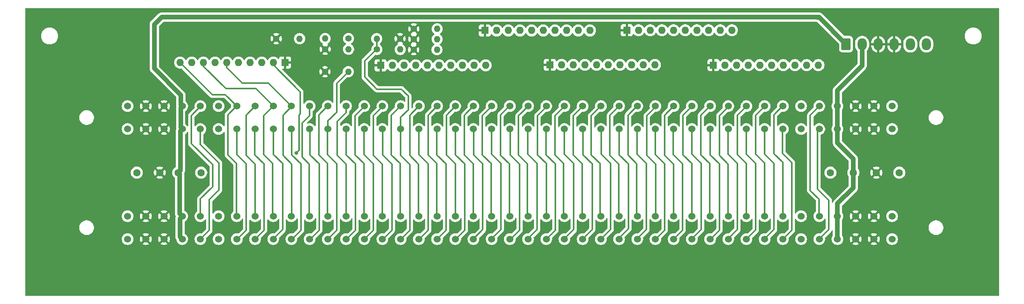
<source format=gbr>
%TF.GenerationSoftware,KiCad,Pcbnew,9.0.7*%
%TF.CreationDate,2026-01-22T21:05:49+01:00*%
%TF.ProjectId,CGS Backplane,43475320-4261-4636-9b70-6c616e652e6b,rev?*%
%TF.SameCoordinates,Original*%
%TF.FileFunction,Copper,L1,Top*%
%TF.FilePolarity,Positive*%
%FSLAX46Y46*%
G04 Gerber Fmt 4.6, Leading zero omitted, Abs format (unit mm)*
G04 Created by KiCad (PCBNEW 9.0.7) date 2026-01-22 21:05:49*
%MOMM*%
%LPD*%
G01*
G04 APERTURE LIST*
G04 Aperture macros list*
%AMRoundRect*
0 Rectangle with rounded corners*
0 $1 Rounding radius*
0 $2 $3 $4 $5 $6 $7 $8 $9 X,Y pos of 4 corners*
0 Add a 4 corners polygon primitive as box body*
4,1,4,$2,$3,$4,$5,$6,$7,$8,$9,$2,$3,0*
0 Add four circle primitives for the rounded corners*
1,1,$1+$1,$2,$3*
1,1,$1+$1,$4,$5*
1,1,$1+$1,$6,$7*
1,1,$1+$1,$8,$9*
0 Add four rect primitives between the rounded corners*
20,1,$1+$1,$2,$3,$4,$5,0*
20,1,$1+$1,$4,$5,$6,$7,0*
20,1,$1+$1,$6,$7,$8,$9,0*
20,1,$1+$1,$8,$9,$2,$3,0*%
G04 Aperture macros list end*
%TA.AperFunction,ComponentPad*%
%ADD10C,1.524000*%
%TD*%
%TA.AperFunction,ComponentPad*%
%ADD11C,1.600000*%
%TD*%
%TA.AperFunction,ComponentPad*%
%ADD12C,1.400000*%
%TD*%
%TA.AperFunction,ComponentPad*%
%ADD13O,1.400000X1.400000*%
%TD*%
%TA.AperFunction,ComponentPad*%
%ADD14R,1.600000X1.600000*%
%TD*%
%TA.AperFunction,ComponentPad*%
%ADD15O,1.600000X1.600000*%
%TD*%
%TA.AperFunction,ComponentPad*%
%ADD16RoundRect,0.250000X-0.750000X-1.050000X0.750000X-1.050000X0.750000X1.050000X-0.750000X1.050000X0*%
%TD*%
%TA.AperFunction,ComponentPad*%
%ADD17O,2.000000X2.600000*%
%TD*%
%TA.AperFunction,ViaPad*%
%ADD18C,0.800000*%
%TD*%
%TA.AperFunction,Conductor*%
%ADD19C,1.000000*%
%TD*%
%TA.AperFunction,Conductor*%
%ADD20C,0.350000*%
%TD*%
%TA.AperFunction,Conductor*%
%ADD21C,0.250000*%
%TD*%
G04 APERTURE END LIST*
D10*
%TO.P,J1,1,Pin_1*%
%TO.N,GND*%
X45500000Y-107500000D03*
%TO.P,J1,2,Pin_2*%
X45500000Y-102500000D03*
%TO.P,J1,3,Pin_3*%
%TO.N,+5V*%
X49462400Y-107500000D03*
%TO.P,J1,4,Pin_4*%
X49462400Y-102500000D03*
%TO.P,J1,5,Pin_5*%
X53424800Y-107500000D03*
%TO.P,J1,6,Pin_6*%
X53424800Y-102500000D03*
%TO.P,J1,7,Pin_7*%
%TO.N,+12V*%
X57387200Y-107500000D03*
%TO.P,J1,8,Pin_8*%
X57387200Y-102500000D03*
%TO.P,J1,9,Pin_9*%
%TO.N,C9*%
X61349600Y-107500000D03*
%TO.P,J1,10,Pin_10*%
%TO.N,C10*%
X61349600Y-102500000D03*
%TO.P,J1,11,Pin_11*%
%TO.N,GND*%
X65312000Y-107500000D03*
%TO.P,J1,12,Pin_12*%
X65312000Y-102500000D03*
%TO.P,J1,13,Pin_13*%
%TO.N,BCLK*%
X69274400Y-107500000D03*
%TO.P,J1,14,Pin_14*%
%TO.N,INIT*%
X69274400Y-102500000D03*
%TO.P,J1,15,Pin_15*%
%TO.N,BPRN*%
X73236800Y-107500000D03*
%TO.P,J1,16,Pin_16*%
%TO.N,BPRO*%
X73236800Y-102500000D03*
%TO.P,J1,17,Pin_17*%
%TO.N,BUSY*%
X77199200Y-107500000D03*
%TO.P,J1,18,Pin_18*%
%TO.N,BREQ*%
X77199200Y-102500000D03*
%TO.P,J1,19,Pin_19*%
%TO.N,MRDC*%
X81161600Y-107500000D03*
%TO.P,J1,20,Pin_20*%
%TO.N,MWTC*%
X81161600Y-102500000D03*
%TO.P,J1,21,Pin_21*%
%TO.N,IORC*%
X85124000Y-107500000D03*
%TO.P,J1,22,Pin_22*%
%TO.N,IOWC*%
X85124000Y-102500000D03*
%TO.P,J1,23,Pin_23*%
%TO.N,XACK*%
X89086400Y-107500000D03*
%TO.P,J1,24,Pin_24*%
%TO.N,INH1*%
X89086400Y-102500000D03*
%TO.P,J1,25,Pin_25*%
%TO.N,LOCK*%
X93048800Y-107500000D03*
%TO.P,J1,26,Pin_26*%
%TO.N,INH2*%
X93048800Y-102500000D03*
%TO.P,J1,27,Pin_27*%
%TO.N,BHEN*%
X97011200Y-107500000D03*
%TO.P,J1,28,Pin_28*%
%TO.N,AD10*%
X97011200Y-102500000D03*
%TO.P,J1,29,Pin_29*%
%TO.N,CBRQ*%
X100973600Y-107500000D03*
%TO.P,J1,30,Pin_30*%
%TO.N,AD11*%
X100973600Y-102500000D03*
%TO.P,J1,31,Pin_31*%
%TO.N,CCLK*%
X104936000Y-107500000D03*
%TO.P,J1,32,Pin_32*%
%TO.N,AD12*%
X104936000Y-102500000D03*
%TO.P,J1,33,Pin_33*%
%TO.N,INTA*%
X108898400Y-107500000D03*
%TO.P,J1,34,Pin_34*%
%TO.N,AD13*%
X108898400Y-102500000D03*
%TO.P,J1,35,Pin_35*%
%TO.N,INT6*%
X112860800Y-107500000D03*
%TO.P,J1,36,Pin_36*%
%TO.N,INT7*%
X112860800Y-102500000D03*
%TO.P,J1,37,Pin_37*%
%TO.N,INT4*%
X116823200Y-107500000D03*
%TO.P,J1,38,Pin_38*%
%TO.N,INT5*%
X116823200Y-102500000D03*
%TO.P,J1,39,Pin_39*%
%TO.N,INT2*%
X120785600Y-107500000D03*
%TO.P,J1,40,Pin_40*%
%TO.N,INT3*%
X120785600Y-102500000D03*
%TO.P,J1,41,Pin_41*%
%TO.N,INT0*%
X124748000Y-107500000D03*
%TO.P,J1,42,Pin_42*%
%TO.N,INT1*%
X124748000Y-102500000D03*
%TO.P,J1,43,Pin_43*%
%TO.N,ADRE*%
X128710400Y-107500000D03*
%TO.P,J1,44,Pin_44*%
%TO.N,ADRF*%
X128710400Y-102500000D03*
%TO.P,J1,45,Pin_45*%
%TO.N,ADRC*%
X132672800Y-107500000D03*
%TO.P,J1,46,Pin_46*%
%TO.N,ADRD*%
X132672800Y-102500000D03*
%TO.P,J1,47,Pin_47*%
%TO.N,ADRA*%
X136635200Y-107500000D03*
%TO.P,J1,48,Pin_48*%
%TO.N,ADRB*%
X136635200Y-102500000D03*
%TO.P,J1,49,Pin_49*%
%TO.N,ADR8*%
X140597600Y-107500000D03*
%TO.P,J1,50,Pin_50*%
%TO.N,ADR9*%
X140597600Y-102500000D03*
%TO.P,J1,51,Pin_51*%
%TO.N,ADR6*%
X144560000Y-107500000D03*
%TO.P,J1,52,Pin_52*%
%TO.N,ADR7*%
X144560000Y-102500000D03*
%TO.P,J1,53,Pin_53*%
%TO.N,ADR4*%
X148522400Y-107500000D03*
%TO.P,J1,54,Pin_54*%
%TO.N,ADR5*%
X148522400Y-102500000D03*
%TO.P,J1,55,Pin_55*%
%TO.N,ADR2*%
X152484800Y-107500000D03*
%TO.P,J1,56,Pin_56*%
%TO.N,ADR3*%
X152484800Y-102500000D03*
%TO.P,J1,57,Pin_57*%
%TO.N,ADR0*%
X156447200Y-107500000D03*
%TO.P,J1,58,Pin_58*%
%TO.N,ADR1*%
X156447200Y-102500000D03*
%TO.P,J1,59,Pin_59*%
%TO.N,DATE*%
X160409600Y-107500000D03*
%TO.P,J1,60,Pin_60*%
%TO.N,DATF*%
X160409600Y-102500000D03*
%TO.P,J1,61,Pin_61*%
%TO.N,DATC*%
X164372000Y-107500000D03*
%TO.P,J1,62,Pin_62*%
%TO.N,DATD*%
X164372000Y-102500000D03*
%TO.P,J1,63,Pin_63*%
%TO.N,DATA*%
X168334400Y-107500000D03*
%TO.P,J1,64,Pin_64*%
%TO.N,DATB*%
X168334400Y-102500000D03*
%TO.P,J1,65,Pin_65*%
%TO.N,DAT8*%
X172296800Y-107500000D03*
%TO.P,J1,66,Pin_66*%
%TO.N,DAT9*%
X172296800Y-102500000D03*
%TO.P,J1,67,Pin_67*%
%TO.N,DAT6*%
X176259200Y-107500000D03*
%TO.P,J1,68,Pin_68*%
%TO.N,DAT7*%
X176259200Y-102500000D03*
%TO.P,J1,69,Pin_69*%
%TO.N,DAT4*%
X180221600Y-107500000D03*
%TO.P,J1,70,Pin_70*%
%TO.N,DAT5*%
X180221600Y-102500000D03*
%TO.P,J1,71,Pin_71*%
%TO.N,DAT2*%
X184184000Y-107500000D03*
%TO.P,J1,72,Pin_72*%
%TO.N,DAT3*%
X184184000Y-102500000D03*
%TO.P,J1,73,Pin_73*%
%TO.N,DAT0*%
X188146400Y-107500000D03*
%TO.P,J1,74,Pin_74*%
%TO.N,DAT1*%
X188146400Y-102500000D03*
%TO.P,J1,75,Pin_75*%
%TO.N,GND*%
X192108800Y-107500000D03*
%TO.P,J1,76,Pin_76*%
X192108800Y-102500000D03*
%TO.P,J1,77,Pin_77*%
%TO.N,C77*%
X196071200Y-107500000D03*
%TO.P,J1,78,Pin_78*%
%TO.N,C78*%
X196071200Y-102500000D03*
%TO.P,J1,79,Pin_79*%
%TO.N,-12V*%
X200033600Y-107500000D03*
%TO.P,J1,80,Pin_80*%
X200033600Y-102500000D03*
%TO.P,J1,81,Pin_81*%
%TO.N,+5V*%
X203996000Y-107500000D03*
%TO.P,J1,82,Pin_82*%
X203996000Y-102500000D03*
%TO.P,J1,83,Pin_83*%
X207958400Y-107500000D03*
%TO.P,J1,84,Pin_84*%
X207958400Y-102500000D03*
%TO.P,J1,85,Pin_85*%
%TO.N,GND*%
X211920800Y-107500000D03*
%TO.P,J1,86,Pin_86*%
X211920800Y-102500000D03*
%TD*%
D11*
%TO.P,C4,1*%
%TO.N,+5V*%
X208500000Y-117000000D03*
%TO.P,C4,2*%
%TO.N,GND*%
X213500000Y-117000000D03*
%TD*%
D12*
%TO.P,R4,1*%
%TO.N,+5V*%
X104800000Y-87800000D03*
D13*
%TO.P,R4,2*%
%TO.N,CCLK*%
X99720000Y-87800000D03*
%TD*%
D11*
%TO.P,C1,1*%
%TO.N,+5V*%
X52500000Y-117000000D03*
%TO.P,C1,2*%
%TO.N,GND*%
X47500000Y-117000000D03*
%TD*%
%TO.P,C2,1*%
%TO.N,+12V*%
X56500000Y-117000000D03*
%TO.P,C2,2*%
%TO.N,GND*%
X61500000Y-117000000D03*
%TD*%
D12*
%TO.P,R1,1*%
%TO.N,+5V*%
X88460000Y-95000000D03*
D13*
%TO.P,R1,2*%
%TO.N,XACK*%
X93540000Y-95000000D03*
%TD*%
D12*
%TO.P,R2,1*%
%TO.N,+5V*%
X88520000Y-90100000D03*
D13*
%TO.P,R2,2*%
%TO.N,BCLK*%
X93600000Y-90100000D03*
%TD*%
D10*
%TO.P,J2,1,Pin_1*%
%TO.N,GND*%
X45500000Y-131500000D03*
%TO.P,J2,2,Pin_2*%
X45500000Y-126500000D03*
%TO.P,J2,3,Pin_3*%
%TO.N,+5V*%
X49462400Y-131500000D03*
%TO.P,J2,4,Pin_4*%
X49462400Y-126500000D03*
%TO.P,J2,5,Pin_5*%
X53424800Y-131500000D03*
%TO.P,J2,6,Pin_6*%
X53424800Y-126500000D03*
%TO.P,J2,7,Pin_7*%
%TO.N,+12V*%
X57387200Y-131500000D03*
%TO.P,J2,8,Pin_8*%
X57387200Y-126500000D03*
%TO.P,J2,9,Pin_9*%
%TO.N,C9*%
X61349600Y-131500000D03*
%TO.P,J2,10,Pin_10*%
%TO.N,C10*%
X61349600Y-126500000D03*
%TO.P,J2,11,Pin_11*%
%TO.N,GND*%
X65312000Y-131500000D03*
%TO.P,J2,12,Pin_12*%
X65312000Y-126500000D03*
%TO.P,J2,13,Pin_13*%
%TO.N,BCLK*%
X69274400Y-131500000D03*
%TO.P,J2,14,Pin_14*%
%TO.N,INIT*%
X69274400Y-126500000D03*
%TO.P,J2,15,Pin_15*%
%TO.N,BPRN*%
X73236800Y-131500000D03*
%TO.P,J2,16,Pin_16*%
%TO.N,BPRO*%
X73236800Y-126500000D03*
%TO.P,J2,17,Pin_17*%
%TO.N,BUSY*%
X77199200Y-131500000D03*
%TO.P,J2,18,Pin_18*%
%TO.N,BREQ*%
X77199200Y-126500000D03*
%TO.P,J2,19,Pin_19*%
%TO.N,MRDC*%
X81161600Y-131500000D03*
%TO.P,J2,20,Pin_20*%
%TO.N,MWTC*%
X81161600Y-126500000D03*
%TO.P,J2,21,Pin_21*%
%TO.N,IORC*%
X85124000Y-131500000D03*
%TO.P,J2,22,Pin_22*%
%TO.N,IOWC*%
X85124000Y-126500000D03*
%TO.P,J2,23,Pin_23*%
%TO.N,XACK*%
X89086400Y-131500000D03*
%TO.P,J2,24,Pin_24*%
%TO.N,INH1*%
X89086400Y-126500000D03*
%TO.P,J2,25,Pin_25*%
%TO.N,LOCK*%
X93048800Y-131500000D03*
%TO.P,J2,26,Pin_26*%
%TO.N,INH2*%
X93048800Y-126500000D03*
%TO.P,J2,27,Pin_27*%
%TO.N,BHEN*%
X97011200Y-131500000D03*
%TO.P,J2,28,Pin_28*%
%TO.N,AD10*%
X97011200Y-126500000D03*
%TO.P,J2,29,Pin_29*%
%TO.N,CBRQ*%
X100973600Y-131500000D03*
%TO.P,J2,30,Pin_30*%
%TO.N,AD11*%
X100973600Y-126500000D03*
%TO.P,J2,31,Pin_31*%
%TO.N,CCLK*%
X104936000Y-131500000D03*
%TO.P,J2,32,Pin_32*%
%TO.N,AD12*%
X104936000Y-126500000D03*
%TO.P,J2,33,Pin_33*%
%TO.N,INTA*%
X108898400Y-131500000D03*
%TO.P,J2,34,Pin_34*%
%TO.N,AD13*%
X108898400Y-126500000D03*
%TO.P,J2,35,Pin_35*%
%TO.N,INT6*%
X112860800Y-131500000D03*
%TO.P,J2,36,Pin_36*%
%TO.N,INT7*%
X112860800Y-126500000D03*
%TO.P,J2,37,Pin_37*%
%TO.N,INT4*%
X116823200Y-131500000D03*
%TO.P,J2,38,Pin_38*%
%TO.N,INT5*%
X116823200Y-126500000D03*
%TO.P,J2,39,Pin_39*%
%TO.N,INT2*%
X120785600Y-131500000D03*
%TO.P,J2,40,Pin_40*%
%TO.N,INT3*%
X120785600Y-126500000D03*
%TO.P,J2,41,Pin_41*%
%TO.N,INT0*%
X124748000Y-131500000D03*
%TO.P,J2,42,Pin_42*%
%TO.N,INT1*%
X124748000Y-126500000D03*
%TO.P,J2,43,Pin_43*%
%TO.N,ADRE*%
X128710400Y-131500000D03*
%TO.P,J2,44,Pin_44*%
%TO.N,ADRF*%
X128710400Y-126500000D03*
%TO.P,J2,45,Pin_45*%
%TO.N,ADRC*%
X132672800Y-131500000D03*
%TO.P,J2,46,Pin_46*%
%TO.N,ADRD*%
X132672800Y-126500000D03*
%TO.P,J2,47,Pin_47*%
%TO.N,ADRA*%
X136635200Y-131500000D03*
%TO.P,J2,48,Pin_48*%
%TO.N,ADRB*%
X136635200Y-126500000D03*
%TO.P,J2,49,Pin_49*%
%TO.N,ADR8*%
X140597600Y-131500000D03*
%TO.P,J2,50,Pin_50*%
%TO.N,ADR9*%
X140597600Y-126500000D03*
%TO.P,J2,51,Pin_51*%
%TO.N,ADR6*%
X144560000Y-131500000D03*
%TO.P,J2,52,Pin_52*%
%TO.N,ADR7*%
X144560000Y-126500000D03*
%TO.P,J2,53,Pin_53*%
%TO.N,ADR4*%
X148522400Y-131500000D03*
%TO.P,J2,54,Pin_54*%
%TO.N,ADR5*%
X148522400Y-126500000D03*
%TO.P,J2,55,Pin_55*%
%TO.N,ADR2*%
X152484800Y-131500000D03*
%TO.P,J2,56,Pin_56*%
%TO.N,ADR3*%
X152484800Y-126500000D03*
%TO.P,J2,57,Pin_57*%
%TO.N,ADR0*%
X156447200Y-131500000D03*
%TO.P,J2,58,Pin_58*%
%TO.N,ADR1*%
X156447200Y-126500000D03*
%TO.P,J2,59,Pin_59*%
%TO.N,DATE*%
X160409600Y-131500000D03*
%TO.P,J2,60,Pin_60*%
%TO.N,DATF*%
X160409600Y-126500000D03*
%TO.P,J2,61,Pin_61*%
%TO.N,DATC*%
X164372000Y-131500000D03*
%TO.P,J2,62,Pin_62*%
%TO.N,DATD*%
X164372000Y-126500000D03*
%TO.P,J2,63,Pin_63*%
%TO.N,DATA*%
X168334400Y-131500000D03*
%TO.P,J2,64,Pin_64*%
%TO.N,DATB*%
X168334400Y-126500000D03*
%TO.P,J2,65,Pin_65*%
%TO.N,DAT8*%
X172296800Y-131500000D03*
%TO.P,J2,66,Pin_66*%
%TO.N,DAT9*%
X172296800Y-126500000D03*
%TO.P,J2,67,Pin_67*%
%TO.N,DAT6*%
X176259200Y-131500000D03*
%TO.P,J2,68,Pin_68*%
%TO.N,DAT7*%
X176259200Y-126500000D03*
%TO.P,J2,69,Pin_69*%
%TO.N,DAT4*%
X180221600Y-131500000D03*
%TO.P,J2,70,Pin_70*%
%TO.N,DAT5*%
X180221600Y-126500000D03*
%TO.P,J2,71,Pin_71*%
%TO.N,DAT2*%
X184184000Y-131500000D03*
%TO.P,J2,72,Pin_72*%
%TO.N,DAT3*%
X184184000Y-126500000D03*
%TO.P,J2,73,Pin_73*%
%TO.N,DAT0*%
X188146400Y-131500000D03*
%TO.P,J2,74,Pin_74*%
%TO.N,DAT1*%
X188146400Y-126500000D03*
%TO.P,J2,75,Pin_75*%
%TO.N,GND*%
X192108800Y-131500000D03*
%TO.P,J2,76,Pin_76*%
X192108800Y-126500000D03*
%TO.P,J2,77,Pin_77*%
%TO.N,C77*%
X196071200Y-131500000D03*
%TO.P,J2,78,Pin_78*%
%TO.N,C78*%
X196071200Y-126500000D03*
%TO.P,J2,79,Pin_79*%
%TO.N,-12V*%
X200033600Y-131500000D03*
%TO.P,J2,80,Pin_80*%
X200033600Y-126500000D03*
%TO.P,J2,81,Pin_81*%
%TO.N,+5V*%
X203996000Y-131500000D03*
%TO.P,J2,82,Pin_82*%
X203996000Y-126500000D03*
%TO.P,J2,83,Pin_83*%
X207958400Y-131500000D03*
%TO.P,J2,84,Pin_84*%
X207958400Y-126500000D03*
%TO.P,J2,85,Pin_85*%
%TO.N,GND*%
X211920800Y-131500000D03*
%TO.P,J2,86,Pin_86*%
X211920800Y-126500000D03*
%TD*%
D14*
%TO.P,RN1,1,common*%
%TO.N,+5V*%
X100575000Y-93600000D03*
D15*
%TO.P,RN1,2,R1*%
%TO.N,AD10*%
X103115000Y-93600000D03*
%TO.P,RN1,3,R2*%
%TO.N,AD11*%
X105655000Y-93600000D03*
%TO.P,RN1,4,R3*%
%TO.N,AD12*%
X108195000Y-93600000D03*
%TO.P,RN1,5,R4*%
%TO.N,INTA*%
X110735000Y-93600000D03*
%TO.P,RN1,6,R5*%
%TO.N,INT7*%
X113275000Y-93600000D03*
%TO.P,RN1,7,R6*%
%TO.N,INT6*%
X115815000Y-93600000D03*
%TO.P,RN1,8,R7*%
%TO.N,INT5*%
X118355000Y-93600000D03*
%TO.P,RN1,9,R8*%
%TO.N,INT4*%
X120895000Y-93600000D03*
%TO.P,RN1,10,R9*%
%TO.N,INT3*%
X123435000Y-93600000D03*
%TD*%
D12*
%TO.P,R6,1*%
%TO.N,+5V*%
X107760000Y-90200000D03*
D13*
%TO.P,R6,2*%
%TO.N,AD13*%
X112840000Y-90200000D03*
%TD*%
D12*
%TO.P,R8,1*%
%TO.N,+5V*%
X77860000Y-87800000D03*
D13*
%TO.P,R8,2*%
%TO.N,INT0*%
X82940000Y-87800000D03*
%TD*%
D14*
%TO.P,RN5,1,common*%
%TO.N,+5V*%
X154175000Y-85950000D03*
D15*
%TO.P,RN5,2,R1*%
%TO.N,DATE*%
X156715000Y-85950000D03*
%TO.P,RN5,3,R2*%
%TO.N,DATD*%
X159255000Y-85950000D03*
%TO.P,RN5,4,R3*%
%TO.N,DATC*%
X161795000Y-85950000D03*
%TO.P,RN5,5,R4*%
%TO.N,DATB*%
X164335000Y-85950000D03*
%TO.P,RN5,6,R5*%
%TO.N,DATA*%
X166875000Y-85950000D03*
%TO.P,RN5,7,R6*%
%TO.N,DAT9*%
X169415000Y-85950000D03*
%TO.P,RN5,8,R7*%
%TO.N,DAT8*%
X171955000Y-85950000D03*
%TO.P,RN5,9,R8*%
%TO.N,DAT7*%
X174495000Y-85950000D03*
%TO.P,RN5,10,R9*%
%TO.N,DAT6*%
X177035000Y-85950000D03*
%TD*%
D16*
%TO.P,J3,1,Pin_1*%
%TO.N,+12V*%
X201900000Y-89000000D03*
D17*
%TO.P,J3,2,Pin_2*%
%TO.N,-12V*%
X205400000Y-89000000D03*
%TO.P,J3,3,Pin_3*%
%TO.N,+5V*%
X208900000Y-89000000D03*
%TO.P,J3,4,Pin_4*%
X212400000Y-89000000D03*
%TO.P,J3,5,Pin_5*%
%TO.N,GND*%
X215900000Y-89000000D03*
%TO.P,J3,6,Pin_6*%
X219400000Y-89000000D03*
%TD*%
D12*
%TO.P,R7,1*%
%TO.N,+5V*%
X107810000Y-87900000D03*
D13*
%TO.P,R7,2*%
%TO.N,INT2*%
X112890000Y-87900000D03*
%TD*%
D14*
%TO.P,RN6,1,common*%
%TO.N,+5V*%
X173025000Y-93550000D03*
D15*
%TO.P,RN6,2,R1*%
%TO.N,DAT5*%
X175565000Y-93550000D03*
%TO.P,RN6,3,R2*%
%TO.N,DAT4*%
X178105000Y-93550000D03*
%TO.P,RN6,4,R3*%
%TO.N,DAT3*%
X180645000Y-93550000D03*
%TO.P,RN6,5,R4*%
%TO.N,DAT2*%
X183185000Y-93550000D03*
%TO.P,RN6,6,R5*%
%TO.N,DAT1*%
X185725000Y-93550000D03*
%TO.P,RN6,7,R6*%
%TO.N,DAT0*%
X188265000Y-93550000D03*
%TO.P,RN6,8,R7*%
%TO.N,BHEN*%
X190805000Y-93550000D03*
%TO.P,RN6,9,R8*%
%TO.N,GND*%
X193345000Y-93550000D03*
%TO.P,RN6,10,R9*%
X195885000Y-93550000D03*
%TD*%
D12*
%TO.P,R3,1*%
%TO.N,BCLK*%
X93590000Y-87750000D03*
D13*
%TO.P,R3,2*%
%TO.N,GND*%
X88510000Y-87750000D03*
%TD*%
D11*
%TO.P,C3,1*%
%TO.N,-12V*%
X203500000Y-117000000D03*
%TO.P,C3,2*%
%TO.N,GND*%
X198500000Y-117000000D03*
%TD*%
D14*
%TO.P,RN2,1,common*%
%TO.N,+5V*%
X79780000Y-93000000D03*
D15*
%TO.P,RN2,2,R1*%
%TO.N,CBRQ*%
X77240000Y-93000000D03*
%TO.P,RN2,3,R2*%
%TO.N,INH2*%
X74700000Y-93000000D03*
%TO.P,RN2,4,R3*%
%TO.N,LOCK*%
X72160000Y-93000000D03*
%TO.P,RN2,5,R4*%
%TO.N,INH1*%
X69620000Y-93000000D03*
%TO.P,RN2,6,R5*%
%TO.N,MWTC*%
X67080000Y-93000000D03*
%TO.P,RN2,7,R6*%
%TO.N,MRDC*%
X64540000Y-93000000D03*
%TO.P,RN2,8,R7*%
%TO.N,BREQ*%
X62000000Y-93000000D03*
%TO.P,RN2,9,R8*%
%TO.N,BUSY*%
X59460000Y-93000000D03*
%TO.P,RN2,10,R9*%
%TO.N,INIT*%
X56920000Y-93000000D03*
%TD*%
D12*
%TO.P,R9,1*%
%TO.N,+5V*%
X107810000Y-85650000D03*
D13*
%TO.P,R9,2*%
%TO.N,INT1*%
X112890000Y-85650000D03*
%TD*%
D14*
%TO.P,RN3,1,common*%
%TO.N,+5V*%
X137425000Y-93500000D03*
D15*
%TO.P,RN3,2,R1*%
%TO.N,ADR6*%
X139965000Y-93500000D03*
%TO.P,RN3,3,R2*%
%TO.N,ADR5*%
X142505000Y-93500000D03*
%TO.P,RN3,4,R3*%
%TO.N,ADR4*%
X145045000Y-93500000D03*
%TO.P,RN3,5,R4*%
%TO.N,ADR3*%
X147585000Y-93500000D03*
%TO.P,RN3,6,R5*%
%TO.N,ADR2*%
X150125000Y-93500000D03*
%TO.P,RN3,7,R6*%
%TO.N,ADR1*%
X152665000Y-93500000D03*
%TO.P,RN3,8,R7*%
%TO.N,ADR0*%
X155205000Y-93500000D03*
%TO.P,RN3,9,R8*%
%TO.N,DATF*%
X157745000Y-93500000D03*
%TO.P,RN3,10,R9*%
%TO.N,unconnected-(RN3-Pad10)*%
X160285000Y-93500000D03*
%TD*%
D12*
%TO.P,R5,1*%
%TO.N,CCLK*%
X99760000Y-90150000D03*
D13*
%TO.P,R5,2*%
%TO.N,GND*%
X104840000Y-90150000D03*
%TD*%
D14*
%TO.P,RN4,1,common*%
%TO.N,+5V*%
X123275000Y-86000000D03*
D15*
%TO.P,RN4,2,R1*%
%TO.N,ADRF*%
X125815000Y-86000000D03*
%TO.P,RN4,3,R2*%
%TO.N,ADRE*%
X128355000Y-86000000D03*
%TO.P,RN4,4,R3*%
%TO.N,ADRD*%
X130895000Y-86000000D03*
%TO.P,RN4,5,R4*%
%TO.N,ADRC*%
X133435000Y-86000000D03*
%TO.P,RN4,6,R5*%
%TO.N,ADRB*%
X135975000Y-86000000D03*
%TO.P,RN4,7,R6*%
%TO.N,ADRA*%
X138515000Y-86000000D03*
%TO.P,RN4,8,R7*%
%TO.N,ADR9*%
X141055000Y-86000000D03*
%TO.P,RN4,9,R8*%
%TO.N,ADR8*%
X143595000Y-86000000D03*
%TO.P,RN4,10,R9*%
%TO.N,ADR7*%
X146135000Y-86000000D03*
%TD*%
D18*
%TO.N,CBRQ*%
X82200000Y-112700000D03*
%TD*%
D19*
%TO.N,+12V*%
X57100000Y-102212800D02*
X57387200Y-102500000D01*
X56900000Y-126987200D02*
X56900000Y-131012800D01*
X56500000Y-117000000D02*
X56800000Y-117300000D01*
X57387200Y-126500000D02*
X56900000Y-126987200D01*
X57050000Y-107162800D02*
X57387200Y-107500000D01*
X56900000Y-131012800D02*
X57387200Y-131500000D01*
X56800000Y-117300000D02*
X56800000Y-125912800D01*
X57387200Y-107500000D02*
X57000000Y-107887200D01*
X56800000Y-125912800D02*
X57387200Y-126500000D01*
X201800000Y-88900000D02*
X196000000Y-83100000D01*
X57000000Y-116500000D02*
X56500000Y-117000000D01*
X51300000Y-94300000D02*
X57100000Y-100100000D01*
X57387200Y-102500000D02*
X57050000Y-102837200D01*
X52850000Y-83150000D02*
X51300000Y-84700000D01*
X57000000Y-107887200D02*
X57000000Y-116500000D01*
X196000000Y-83100000D02*
X195750000Y-83100000D01*
X195750000Y-83100000D02*
X195700000Y-83150000D01*
X57100000Y-100100000D02*
X57100000Y-102212800D01*
X57050000Y-102837200D02*
X57050000Y-107162800D01*
X195700000Y-83100000D02*
X52900000Y-83100000D01*
X51300000Y-84700000D02*
X51300000Y-94300000D01*
%TO.N,-12V*%
X200033600Y-110533600D02*
X203500000Y-114000000D01*
X200033600Y-107500000D02*
X200033600Y-110533600D01*
X200033600Y-123766400D02*
X200033600Y-126500000D01*
X200033600Y-102500000D02*
X200033600Y-107500000D01*
X203500000Y-114000000D02*
X203500000Y-117000000D01*
X203500000Y-117000000D02*
X203500000Y-120300000D01*
X205400000Y-93700000D02*
X200033600Y-99066400D01*
X203500000Y-120300000D02*
X200033600Y-123766400D01*
X200033600Y-99066400D02*
X200033600Y-102500000D01*
X200033600Y-131500000D02*
X200033600Y-126500000D01*
X205400000Y-89000000D02*
X205400000Y-93700000D01*
D20*
%TO.N,C9*%
X61349600Y-110849600D02*
X65400000Y-114900000D01*
X65400000Y-114900000D02*
X65400000Y-120800000D01*
X63300000Y-122900000D02*
X63300000Y-129549600D01*
X63300000Y-129549600D02*
X61349600Y-131500000D01*
X65400000Y-120800000D02*
X63300000Y-122900000D01*
X61349600Y-107500000D02*
X61349600Y-110849600D01*
%TO.N,C10*%
X61351800Y-102580200D02*
X59380200Y-104551800D01*
X61349600Y-122750400D02*
X61349600Y-126500000D01*
X59380200Y-110680200D02*
X64000000Y-115300000D01*
X59380200Y-104551800D02*
X59380200Y-110680200D01*
X64000000Y-120100000D02*
X61349600Y-122750400D01*
X64000000Y-115300000D02*
X64000000Y-120100000D01*
%TO.N,BCLK*%
X69300000Y-131564200D02*
X71328400Y-129535800D01*
X71328400Y-129535800D02*
X71328400Y-115096300D01*
X69300000Y-113067900D02*
X69300000Y-107564200D01*
X71328400Y-115096300D02*
X69300000Y-113067900D01*
%TO.N,INIT*%
X66774400Y-100000000D02*
X69274400Y-102500000D01*
X56920000Y-93000000D02*
X63920000Y-100000000D01*
X69234000Y-115034000D02*
X67314200Y-113114200D01*
X63920000Y-100000000D02*
X66774400Y-100000000D01*
X67314200Y-104385800D02*
X69285800Y-102414200D01*
X69234000Y-126334000D02*
X69234000Y-115034000D01*
X67314200Y-113114200D02*
X67314200Y-104385800D01*
%TO.N,BPRN*%
X75228400Y-129535800D02*
X75228400Y-115128400D01*
X75228400Y-115128400D02*
X73200000Y-113100000D01*
X73200000Y-113100000D02*
X73200000Y-107564200D01*
X73200000Y-131564200D02*
X75228400Y-129535800D01*
%TO.N,BPRO*%
X71314200Y-104485800D02*
X73285800Y-102514200D01*
X71314200Y-113214200D02*
X71314200Y-104485800D01*
X73234000Y-115134000D02*
X71314200Y-113214200D01*
X73234000Y-126434000D02*
X73234000Y-115134000D01*
%TO.N,BUSY*%
X79228400Y-115046300D02*
X77200000Y-113017900D01*
X79228400Y-129435800D02*
X79228400Y-115046300D01*
X77200000Y-113017900D02*
X77200000Y-107464200D01*
X77200000Y-131464200D02*
X79228400Y-129435800D01*
%TO.N,BREQ*%
X62000000Y-93800000D02*
X66900000Y-98700000D01*
X77034000Y-114976900D02*
X75114200Y-113057100D01*
X75114200Y-113057100D02*
X75114200Y-104585800D01*
X62000000Y-93000000D02*
X62000000Y-93800000D01*
X73399200Y-98700000D02*
X77199200Y-102500000D01*
X66900000Y-98700000D02*
X73399200Y-98700000D01*
X77034000Y-126534000D02*
X77034000Y-114976900D01*
X75114200Y-104585800D02*
X77085800Y-102614200D01*
%TO.N,MRDC*%
X83228400Y-115128400D02*
X81200000Y-113100000D01*
X81200000Y-131564200D02*
X83228400Y-129535800D01*
X81200000Y-113100000D02*
X81200000Y-107564200D01*
X83228400Y-129535800D02*
X83228400Y-115128400D01*
%TO.N,MWTC*%
X81234000Y-126434000D02*
X81234000Y-115134000D01*
X70500000Y-97500000D02*
X76161600Y-97500000D01*
X79314200Y-113214200D02*
X79314200Y-104485800D01*
X76161600Y-97500000D02*
X81161600Y-102500000D01*
X79314200Y-104485800D02*
X81285800Y-102514200D01*
X81234000Y-115134000D02*
X79314200Y-113214200D01*
X67080000Y-94080000D02*
X70500000Y-97500000D01*
X67080000Y-93000000D02*
X67080000Y-94080000D01*
%TO.N,IORC*%
X87228400Y-129535800D02*
X87228400Y-115128400D01*
X87228400Y-115128400D02*
X85200000Y-113100000D01*
X85200000Y-113100000D02*
X85200000Y-107564200D01*
X85200000Y-131564200D02*
X87228400Y-129535800D01*
%TO.N,IOWC*%
X85034000Y-115134000D02*
X83500000Y-113600000D01*
X83500000Y-106200000D02*
X85085800Y-104614200D01*
X85034000Y-126534000D02*
X85034000Y-115134000D01*
X83500000Y-113600000D02*
X83500000Y-106200000D01*
X85085800Y-104614200D02*
X85085800Y-102614200D01*
%TO.N,XACK*%
X89086400Y-107500000D02*
X89100000Y-107486400D01*
X91000000Y-97540000D02*
X93540000Y-95000000D01*
X89000000Y-113067900D02*
X89000000Y-107564200D01*
X91028400Y-129535800D02*
X91028400Y-115096300D01*
X91028400Y-115096300D02*
X89000000Y-113067900D01*
X89100000Y-107486400D02*
X89100000Y-105700000D01*
X91000000Y-103800000D02*
X91000000Y-97540000D01*
X89000000Y-131564200D02*
X91028400Y-129535800D01*
X89100000Y-105700000D02*
X91000000Y-103800000D01*
%TO.N,INH1*%
X89034000Y-115034000D02*
X87114200Y-113114200D01*
X89034000Y-126334000D02*
X89034000Y-115034000D01*
X87114200Y-104385800D02*
X89085800Y-102414200D01*
X87114200Y-113114200D02*
X87114200Y-104385800D01*
%TO.N,LOCK*%
X95128400Y-115128400D02*
X93100000Y-113100000D01*
X93100000Y-131564200D02*
X95128400Y-129535800D01*
X93100000Y-113100000D02*
X93100000Y-107564200D01*
X95128400Y-129535800D02*
X95128400Y-115128400D01*
%TO.N,INH2*%
X93034000Y-126534000D02*
X93034000Y-115134000D01*
X93034000Y-115134000D02*
X91114200Y-113214200D01*
X93085800Y-103914200D02*
X93085800Y-102614200D01*
X91114200Y-105885800D02*
X93085800Y-103914200D01*
X91114200Y-113214200D02*
X91114200Y-105885800D01*
%TO.N,BHEN*%
X97000000Y-131564200D02*
X99028400Y-129535800D01*
X99028400Y-115064200D02*
X97000000Y-113035800D01*
X99028400Y-129535800D02*
X99028400Y-115064200D01*
X97000000Y-113035800D02*
X97000000Y-107564200D01*
%TO.N,AD10*%
X95014200Y-113114200D02*
X95014200Y-104585800D01*
X96934000Y-126534000D02*
X96934000Y-115034000D01*
X96934000Y-115034000D02*
X95014200Y-113114200D01*
X95014200Y-104585800D02*
X96985800Y-102614200D01*
%TO.N,CBRQ*%
X77700000Y-93000000D02*
X77240000Y-93000000D01*
X103028400Y-129535800D02*
X103028400Y-115146300D01*
X82200000Y-112700000D02*
X82800000Y-112100000D01*
X77240000Y-93460000D02*
X77700000Y-93000000D01*
X101000000Y-131564200D02*
X103028400Y-129535800D01*
X77240000Y-93540000D02*
X77240000Y-93460000D01*
X82800000Y-104500000D02*
X83100000Y-104200000D01*
X82800000Y-112100000D02*
X82800000Y-104500000D01*
X83100000Y-99400000D02*
X77240000Y-93540000D01*
X83100000Y-104200000D02*
X83100000Y-99400000D01*
X101000000Y-113117900D02*
X101000000Y-107564200D01*
X103028400Y-115146300D02*
X101000000Y-113117900D01*
%TO.N,AD11*%
X99014200Y-113214200D02*
X99014200Y-104585800D01*
X99014200Y-104585800D02*
X100985800Y-102614200D01*
X100934000Y-126534000D02*
X100934000Y-115134000D01*
X100934000Y-115134000D02*
X99014200Y-113214200D01*
%TO.N,CCLK*%
X104900000Y-131564200D02*
X106928400Y-129535800D01*
X99800000Y-98800000D02*
X97100000Y-96100000D01*
X104936000Y-107500000D02*
X104936000Y-104964000D01*
X106928400Y-129535800D02*
X106928400Y-115228400D01*
X104900000Y-113200000D02*
X104900000Y-107564200D01*
X97100000Y-96100000D02*
X97100000Y-92650000D01*
X105100000Y-98800000D02*
X99800000Y-98800000D01*
X99760000Y-89990000D02*
X99760000Y-87840000D01*
X106928400Y-115228400D02*
X104900000Y-113200000D01*
X97100000Y-92650000D02*
X99760000Y-89990000D01*
X104936000Y-104964000D02*
X106600000Y-103300000D01*
X106600000Y-100300000D02*
X105100000Y-98800000D01*
X99760000Y-87840000D02*
X99720000Y-87800000D01*
X106600000Y-103300000D02*
X106600000Y-100300000D01*
%TO.N,AD12*%
X102914200Y-104485800D02*
X104885800Y-102514200D01*
X104834000Y-126434000D02*
X104834000Y-115034000D01*
X102914200Y-113114200D02*
X102914200Y-104485800D01*
X104834000Y-115034000D02*
X102914200Y-113114200D01*
%TO.N,INTA*%
X108900000Y-113035800D02*
X108900000Y-107564200D01*
X110928400Y-129535800D02*
X110928400Y-115064200D01*
X110928400Y-115064200D02*
X108900000Y-113035800D01*
X108900000Y-131564200D02*
X110928400Y-129535800D01*
%TO.N,AD13*%
X108834000Y-115134000D02*
X106914200Y-113214200D01*
X106914200Y-104485800D02*
X108885800Y-102514200D01*
X108834000Y-126434000D02*
X108834000Y-115134000D01*
X106914200Y-113214200D02*
X106914200Y-104485800D01*
%TO.N,INT6*%
X112800000Y-113100000D02*
X112800000Y-107564200D01*
X114828400Y-115128400D02*
X112800000Y-113100000D01*
X112800000Y-131564200D02*
X114828400Y-129535800D01*
X114828400Y-129535800D02*
X114828400Y-115128400D01*
%TO.N,INT7*%
X112834000Y-126434000D02*
X112834000Y-115034000D01*
X110914200Y-113114200D02*
X110914200Y-104485800D01*
X110914200Y-104485800D02*
X112885800Y-102514200D01*
X112834000Y-115034000D02*
X110914200Y-113114200D01*
%TO.N,INT4*%
X116900000Y-131564200D02*
X118928400Y-129535800D01*
X118928400Y-129535800D02*
X118928400Y-115128400D01*
X116900000Y-113100000D02*
X116900000Y-107564200D01*
X118928400Y-115128400D02*
X116900000Y-113100000D01*
%TO.N,INT5*%
X116834000Y-126434000D02*
X116834000Y-115069800D01*
X116834000Y-115069800D02*
X114914200Y-113150000D01*
X114914200Y-104485800D02*
X116885800Y-102514200D01*
X114914200Y-113150000D02*
X114914200Y-104485800D01*
%TO.N,INT2*%
X122828400Y-129435800D02*
X122828400Y-115128400D01*
X122828400Y-115128400D02*
X120800000Y-113100000D01*
X120800000Y-113100000D02*
X120800000Y-107464200D01*
X120800000Y-131464200D02*
X122828400Y-129435800D01*
%TO.N,INT3*%
X118814200Y-113150000D02*
X118814200Y-104485800D01*
X118814200Y-104485800D02*
X120785800Y-102514200D01*
X120734000Y-126434000D02*
X120734000Y-115069800D01*
X120734000Y-115069800D02*
X118814200Y-113150000D01*
%TO.N,INT0*%
X124700000Y-131464200D02*
X126728400Y-129435800D01*
X126728400Y-129435800D02*
X126728400Y-115028400D01*
X126728400Y-115028400D02*
X124700000Y-113000000D01*
X124700000Y-113000000D02*
X124700000Y-107464200D01*
%TO.N,INT1*%
X122714200Y-113114200D02*
X122714200Y-104585800D01*
X124634000Y-115034000D02*
X122714200Y-113114200D01*
X122714200Y-104585800D02*
X124685800Y-102614200D01*
X124634000Y-126534000D02*
X124634000Y-115034000D01*
%TO.N,ADRE*%
X128800000Y-113117900D02*
X128800000Y-107564200D01*
X130828400Y-129535800D02*
X130828400Y-115146300D01*
X130828400Y-115146300D02*
X128800000Y-113117900D01*
X128800000Y-131564200D02*
X130828400Y-129535800D01*
%TO.N,ADRF*%
X126714200Y-113200000D02*
X126714200Y-104385800D01*
X126714200Y-104385800D02*
X128685800Y-102414200D01*
X128634000Y-115119800D02*
X126714200Y-113200000D01*
X128634000Y-126334000D02*
X128634000Y-115119800D01*
%TO.N,ADRC*%
X134628400Y-129435800D02*
X134628400Y-115028400D01*
X134628400Y-115028400D02*
X132600000Y-113000000D01*
X132600000Y-131464200D02*
X134628400Y-129435800D01*
X132600000Y-113000000D02*
X132600000Y-107464200D01*
%TO.N,ADRD*%
X130614200Y-104585800D02*
X132585800Y-102614200D01*
X132534000Y-115084000D02*
X130614200Y-113164200D01*
X132534000Y-126534000D02*
X132534000Y-115084000D01*
X130614200Y-113164200D02*
X130614200Y-104585800D01*
%TO.N,ADRA*%
X138628400Y-129535800D02*
X138628400Y-115128400D01*
X136600000Y-113100000D02*
X136600000Y-107564200D01*
X138628400Y-115128400D02*
X136600000Y-113100000D01*
X136600000Y-131564200D02*
X138628400Y-129535800D01*
%TO.N,ADRB*%
X136634000Y-115034000D02*
X134714200Y-113114200D01*
X134714200Y-104585800D02*
X136685800Y-102614200D01*
X136634000Y-126534000D02*
X136634000Y-115034000D01*
X134714200Y-113114200D02*
X134714200Y-104585800D01*
%TO.N,ADR8*%
X142628400Y-114996300D02*
X140600000Y-112967900D01*
X140600000Y-131464200D02*
X142628400Y-129435800D01*
X142628400Y-129435800D02*
X142628400Y-114996300D01*
X140600000Y-112967900D02*
X140600000Y-107464200D01*
%TO.N,ADR9*%
X138514200Y-113114200D02*
X138514200Y-104585800D01*
X140434000Y-126534000D02*
X140434000Y-115034000D01*
X140434000Y-115034000D02*
X138514200Y-113114200D01*
X138514200Y-104585800D02*
X140485800Y-102614200D01*
%TO.N,ADR6*%
X146628400Y-129435800D02*
X146628400Y-115128400D01*
X144600000Y-131464200D02*
X146628400Y-129435800D01*
X144600000Y-113100000D02*
X144600000Y-107464200D01*
X146628400Y-115128400D02*
X144600000Y-113100000D01*
%TO.N,ADR7*%
X142514200Y-113150000D02*
X142514200Y-104585800D01*
X144434000Y-126534000D02*
X144434000Y-115069800D01*
X142514200Y-104585800D02*
X144485800Y-102614200D01*
X144434000Y-115069800D02*
X142514200Y-113150000D01*
%TO.N,ADR4*%
X150628400Y-115028400D02*
X148600000Y-113000000D01*
X148600000Y-113000000D02*
X148600000Y-107464200D01*
X150628400Y-129435800D02*
X150628400Y-115028400D01*
X148600000Y-131464200D02*
X150628400Y-129435800D01*
%TO.N,ADR5*%
X148334000Y-126534000D02*
X148334000Y-115034000D01*
X146414200Y-113114200D02*
X146414200Y-104585800D01*
X146414200Y-104585800D02*
X148385800Y-102614200D01*
X148334000Y-115034000D02*
X146414200Y-113114200D01*
%TO.N,ADR2*%
X154528400Y-129235800D02*
X154528400Y-115128400D01*
X152500000Y-131264200D02*
X154528400Y-129235800D01*
X152500000Y-113100000D02*
X152500000Y-107264200D01*
X154528400Y-115128400D02*
X152500000Y-113100000D01*
%TO.N,ADR3*%
X150514200Y-113214200D02*
X150514200Y-104485800D01*
X152434000Y-126434000D02*
X152434000Y-115134000D01*
X152434000Y-115134000D02*
X150514200Y-113214200D01*
X150514200Y-104485800D02*
X152485800Y-102514200D01*
%TO.N,ADR0*%
X158428400Y-129435800D02*
X158428400Y-115028400D01*
X158428400Y-115028400D02*
X156400000Y-113000000D01*
X156400000Y-113000000D02*
X156400000Y-107464200D01*
X156400000Y-131464200D02*
X158428400Y-129435800D01*
%TO.N,ADR1*%
X154414200Y-113157100D02*
X154414200Y-104485800D01*
X154414200Y-104485800D02*
X156385800Y-102514200D01*
X156334000Y-126434000D02*
X156334000Y-115076900D01*
X156334000Y-115076900D02*
X154414200Y-113157100D01*
%TO.N,DATE*%
X160400000Y-131564200D02*
X162428400Y-129535800D01*
X162428400Y-115064200D02*
X160400000Y-113035800D01*
X160400000Y-113035800D02*
X160400000Y-107564200D01*
X162428400Y-129535800D02*
X162428400Y-115064200D01*
%TO.N,DATF*%
X158514200Y-104585800D02*
X160485800Y-102614200D01*
X160434000Y-115134000D02*
X158514200Y-113214200D01*
X160434000Y-126534000D02*
X160434000Y-115134000D01*
X158514200Y-113214200D02*
X158514200Y-104585800D01*
%TO.N,DATC*%
X166328400Y-115064200D02*
X164300000Y-113035800D01*
X164300000Y-131564200D02*
X166328400Y-129535800D01*
X166328400Y-129535800D02*
X166328400Y-115064200D01*
X164300000Y-113035800D02*
X164300000Y-107564200D01*
%TO.N,DATD*%
X162414200Y-104485800D02*
X164385800Y-102514200D01*
X162414200Y-113250000D02*
X162414200Y-104485800D01*
X164334000Y-126434000D02*
X164334000Y-115169800D01*
X164334000Y-115169800D02*
X162414200Y-113250000D01*
%TO.N,DATA*%
X170328400Y-129435800D02*
X170328400Y-115028400D01*
X168300000Y-113000000D02*
X168300000Y-107464200D01*
X170328400Y-115028400D02*
X168300000Y-113000000D01*
X168300000Y-131464200D02*
X170328400Y-129435800D01*
%TO.N,DAT8*%
X174328400Y-129535800D02*
X174328400Y-115128400D01*
X174328400Y-115128400D02*
X172300000Y-113100000D01*
X172300000Y-113100000D02*
X172300000Y-107564200D01*
X172300000Y-131564200D02*
X174328400Y-129535800D01*
%TO.N,DAT9*%
X172234000Y-126434000D02*
X172234000Y-115034000D01*
X172234000Y-115034000D02*
X170314200Y-113114200D01*
X170314200Y-104485800D02*
X172285800Y-102514200D01*
X170314200Y-113114200D02*
X170314200Y-104485800D01*
%TO.N,DAT6*%
X178228400Y-129435800D02*
X178228400Y-115028400D01*
X178228400Y-115028400D02*
X176200000Y-113000000D01*
X176200000Y-113000000D02*
X176200000Y-107464200D01*
X176200000Y-131464200D02*
X178228400Y-129435800D01*
%TO.N,DAT7*%
X174314200Y-113214200D02*
X174314200Y-104585800D01*
X174314200Y-104585800D02*
X176285800Y-102614200D01*
X176234000Y-126534000D02*
X176234000Y-115134000D01*
X176234000Y-115134000D02*
X174314200Y-113214200D01*
%TO.N,DAT4*%
X182250000Y-115000000D02*
X180221600Y-112971600D01*
X182250000Y-129471600D02*
X182250000Y-115000000D01*
X180221600Y-112971600D02*
X180221600Y-107500000D01*
X180221600Y-131500000D02*
X182250000Y-129471600D01*
D21*
%TO.N,DAT5*%
X180221600Y-102528400D02*
X180221600Y-102500000D01*
D20*
X178250000Y-104500000D02*
X180221600Y-102528400D01*
X180221600Y-126500000D02*
X180221600Y-115021600D01*
X178250000Y-113050000D02*
X178250000Y-104500000D01*
X180221600Y-115021600D02*
X178250000Y-113050000D01*
%TO.N,DAT2*%
X184200000Y-112935800D02*
X184200000Y-107464200D01*
X184200000Y-131464200D02*
X186228400Y-129435800D01*
X186228400Y-129435800D02*
X186228400Y-114964200D01*
X186228400Y-114964200D02*
X184200000Y-112935800D01*
%TO.N,DAT3*%
X182264200Y-112964200D02*
X182264200Y-104485800D01*
X182264200Y-104485800D02*
X184235800Y-102514200D01*
X184235800Y-126485800D02*
X184184000Y-126434000D01*
X184184000Y-126434000D02*
X184184000Y-114884000D01*
X184184000Y-114884000D02*
X182264200Y-112964200D01*
%TO.N,DAT0*%
X190100000Y-114800000D02*
X188071600Y-112771600D01*
X188071600Y-112771600D02*
X188071600Y-107600000D01*
X188071600Y-131600000D02*
X190100000Y-129571600D01*
X190100000Y-129571600D02*
X190100000Y-114800000D01*
%TO.N,DAT1*%
X186214200Y-104385800D02*
X188185800Y-102414200D01*
X186214200Y-112864200D02*
X186214200Y-104385800D01*
X188134000Y-126334000D02*
X188134000Y-114784000D01*
X188134000Y-114784000D02*
X186214200Y-112864200D01*
%TO.N,C77*%
X198128400Y-123028400D02*
X195700000Y-120600000D01*
X195700000Y-107864200D02*
X196100000Y-107464200D01*
X196100000Y-131464200D02*
X198128400Y-129435800D01*
X198128400Y-129435800D02*
X198128400Y-123028400D01*
X195700000Y-120600000D02*
X195700000Y-107864200D01*
%TO.N,C78*%
X196034000Y-122834000D02*
X194114200Y-120914200D01*
X194114200Y-104485800D02*
X196085800Y-102514200D01*
X196034000Y-126434000D02*
X196034000Y-122834000D01*
X194114200Y-120914200D02*
X194114200Y-104485800D01*
%TO.N,DATB*%
X168334000Y-126434000D02*
X168334000Y-115034000D01*
X168334000Y-115034000D02*
X166414200Y-113114200D01*
X166414200Y-104485800D02*
X168385800Y-102514200D01*
X166414200Y-113114200D02*
X166414200Y-104485800D01*
%TD*%
%TA.AperFunction,Conductor*%
%TO.N,+5V*%
G36*
X235141621Y-81120502D02*
G01*
X235188114Y-81174158D01*
X235199500Y-81226500D01*
X235199500Y-143773500D01*
X235179498Y-143841621D01*
X235125842Y-143888114D01*
X235073500Y-143899500D01*
X23326500Y-143899500D01*
X23258379Y-143879498D01*
X23211886Y-143825842D01*
X23200500Y-143773500D01*
X23200500Y-131400009D01*
X44229500Y-131400009D01*
X44229500Y-131599991D01*
X44260766Y-131797397D01*
X44260785Y-131797515D01*
X44263177Y-131804876D01*
X44322581Y-131987703D01*
X44322582Y-131987704D01*
X44413372Y-132165890D01*
X44493683Y-132276428D01*
X44530917Y-132327675D01*
X44530919Y-132327677D01*
X44530921Y-132327680D01*
X44672319Y-132469078D01*
X44672322Y-132469080D01*
X44672325Y-132469083D01*
X44749195Y-132524932D01*
X44834109Y-132586627D01*
X44834113Y-132586629D01*
X45012297Y-132677419D01*
X45202484Y-132739214D01*
X45202485Y-132739214D01*
X45202490Y-132739216D01*
X45400009Y-132770500D01*
X45400012Y-132770500D01*
X45599988Y-132770500D01*
X45599991Y-132770500D01*
X45797510Y-132739216D01*
X45987703Y-132677419D01*
X46165887Y-132586629D01*
X46166478Y-132586200D01*
X46182722Y-132574397D01*
X46327675Y-132469083D01*
X46327680Y-132469078D01*
X46373499Y-132423260D01*
X46469078Y-132327680D01*
X46469083Y-132327675D01*
X46586629Y-132165887D01*
X46677419Y-131987703D01*
X46739216Y-131797510D01*
X46770500Y-131599991D01*
X46770500Y-131400052D01*
X48192400Y-131400052D01*
X48192400Y-131599947D01*
X48223673Y-131797397D01*
X48285443Y-131987506D01*
X48285446Y-131987512D01*
X48376199Y-132165624D01*
X48402022Y-132201166D01*
X49081400Y-131521788D01*
X49081400Y-131550160D01*
X49107364Y-131647061D01*
X49157524Y-131733940D01*
X49228460Y-131804876D01*
X49315339Y-131855036D01*
X49412240Y-131881000D01*
X49440610Y-131881000D01*
X48761231Y-132560377D01*
X48796773Y-132586199D01*
X48974887Y-132676953D01*
X48974893Y-132676956D01*
X49165004Y-132738726D01*
X49165000Y-132738726D01*
X49362452Y-132770000D01*
X49562348Y-132770000D01*
X49759797Y-132738726D01*
X49949906Y-132676956D01*
X49949912Y-132676953D01*
X50128026Y-132586200D01*
X50163566Y-132560377D01*
X49484190Y-131881000D01*
X49512560Y-131881000D01*
X49609461Y-131855036D01*
X49696340Y-131804876D01*
X49767276Y-131733940D01*
X49817436Y-131647061D01*
X49843400Y-131550160D01*
X49843400Y-131521789D01*
X50522777Y-132201166D01*
X50548600Y-132165626D01*
X50639353Y-131987512D01*
X50639356Y-131987506D01*
X50701126Y-131797397D01*
X50732400Y-131599947D01*
X50732400Y-131400052D01*
X52154800Y-131400052D01*
X52154800Y-131599947D01*
X52186073Y-131797397D01*
X52247843Y-131987506D01*
X52247846Y-131987512D01*
X52338599Y-132165624D01*
X52364422Y-132201166D01*
X53043800Y-131521788D01*
X53043800Y-131550160D01*
X53069764Y-131647061D01*
X53119924Y-131733940D01*
X53190860Y-131804876D01*
X53277739Y-131855036D01*
X53374640Y-131881000D01*
X53403010Y-131881000D01*
X52723631Y-132560377D01*
X52759173Y-132586199D01*
X52937287Y-132676953D01*
X52937293Y-132676956D01*
X53127404Y-132738726D01*
X53127400Y-132738726D01*
X53324852Y-132770000D01*
X53524748Y-132770000D01*
X53722197Y-132738726D01*
X53912306Y-132676956D01*
X53912312Y-132676953D01*
X54090426Y-132586200D01*
X54125966Y-132560377D01*
X53446590Y-131881000D01*
X53474960Y-131881000D01*
X53571861Y-131855036D01*
X53658740Y-131804876D01*
X53729676Y-131733940D01*
X53779836Y-131647061D01*
X53805800Y-131550160D01*
X53805800Y-131521789D01*
X54485177Y-132201166D01*
X54511000Y-132165626D01*
X54601753Y-131987512D01*
X54601756Y-131987506D01*
X54663526Y-131797397D01*
X54694800Y-131599947D01*
X54694800Y-131400052D01*
X54663526Y-131202602D01*
X54601756Y-131012493D01*
X54601753Y-131012487D01*
X54510999Y-130834373D01*
X54485177Y-130798831D01*
X53805800Y-131478208D01*
X53805800Y-131449840D01*
X53779836Y-131352939D01*
X53729676Y-131266060D01*
X53658740Y-131195124D01*
X53571861Y-131144964D01*
X53474960Y-131119000D01*
X53446590Y-131119000D01*
X54125966Y-130439622D01*
X54090424Y-130413799D01*
X53912312Y-130323046D01*
X53912306Y-130323043D01*
X53722195Y-130261273D01*
X53722199Y-130261273D01*
X53524748Y-130230000D01*
X53324852Y-130230000D01*
X53127402Y-130261273D01*
X52937293Y-130323043D01*
X52937287Y-130323046D01*
X52759176Y-130413798D01*
X52759175Y-130413799D01*
X52723632Y-130439622D01*
X52723632Y-130439623D01*
X53403009Y-131119000D01*
X53374640Y-131119000D01*
X53277739Y-131144964D01*
X53190860Y-131195124D01*
X53119924Y-131266060D01*
X53069764Y-131352939D01*
X53043800Y-131449840D01*
X53043800Y-131478209D01*
X52364423Y-130798832D01*
X52364422Y-130798832D01*
X52338599Y-130834375D01*
X52338598Y-130834376D01*
X52247846Y-131012487D01*
X52247843Y-131012493D01*
X52186073Y-131202602D01*
X52154800Y-131400052D01*
X50732400Y-131400052D01*
X50701126Y-131202602D01*
X50639356Y-131012493D01*
X50639353Y-131012487D01*
X50548599Y-130834373D01*
X50522777Y-130798831D01*
X49843400Y-131478208D01*
X49843400Y-131449840D01*
X49817436Y-131352939D01*
X49767276Y-131266060D01*
X49696340Y-131195124D01*
X49609461Y-131144964D01*
X49512560Y-131119000D01*
X49484190Y-131119000D01*
X50163566Y-130439622D01*
X50128024Y-130413799D01*
X49949912Y-130323046D01*
X49949906Y-130323043D01*
X49759795Y-130261273D01*
X49759799Y-130261273D01*
X49562348Y-130230000D01*
X49362452Y-130230000D01*
X49165002Y-130261273D01*
X48974893Y-130323043D01*
X48974887Y-130323046D01*
X48796776Y-130413798D01*
X48796775Y-130413799D01*
X48761232Y-130439622D01*
X48761232Y-130439623D01*
X49440609Y-131119000D01*
X49412240Y-131119000D01*
X49315339Y-131144964D01*
X49228460Y-131195124D01*
X49157524Y-131266060D01*
X49107364Y-131352939D01*
X49081400Y-131449840D01*
X49081400Y-131478209D01*
X48402023Y-130798832D01*
X48402022Y-130798832D01*
X48376199Y-130834375D01*
X48376198Y-130834376D01*
X48285446Y-131012487D01*
X48285443Y-131012493D01*
X48223673Y-131202602D01*
X48192400Y-131400052D01*
X46770500Y-131400052D01*
X46770500Y-131400009D01*
X46739216Y-131202490D01*
X46677419Y-131012297D01*
X46586763Y-130834376D01*
X46586627Y-130834109D01*
X46508499Y-130726577D01*
X46469083Y-130672325D01*
X46469080Y-130672322D01*
X46469078Y-130672319D01*
X46327680Y-130530921D01*
X46327677Y-130530919D01*
X46327675Y-130530917D01*
X46254490Y-130477745D01*
X46165890Y-130413372D01*
X46068595Y-130363798D01*
X45987703Y-130322581D01*
X45987700Y-130322580D01*
X45987698Y-130322579D01*
X45802582Y-130262432D01*
X45797513Y-130260785D01*
X45797517Y-130260785D01*
X45751350Y-130253473D01*
X45599991Y-130229500D01*
X45400009Y-130229500D01*
X45209189Y-130259723D01*
X45202484Y-130260785D01*
X45012301Y-130322579D01*
X45012295Y-130322582D01*
X44834109Y-130413372D01*
X44672322Y-130530919D01*
X44672319Y-130530921D01*
X44530921Y-130672319D01*
X44530919Y-130672322D01*
X44413372Y-130834109D01*
X44322582Y-131012295D01*
X44322579Y-131012301D01*
X44260785Y-131202484D01*
X44260784Y-131202489D01*
X44260784Y-131202490D01*
X44229500Y-131400009D01*
X23200500Y-131400009D01*
X23200500Y-128874038D01*
X34985286Y-128874038D01*
X34985286Y-128874505D01*
X34985286Y-129125962D01*
X35023698Y-129368481D01*
X35024697Y-129374790D01*
X35098886Y-129603119D01*
X35102545Y-129614379D01*
X35216916Y-129838845D01*
X35216918Y-129838848D01*
X35241991Y-129873358D01*
X35364993Y-130042656D01*
X35364995Y-130042658D01*
X35364997Y-130042661D01*
X35543124Y-130220788D01*
X35543127Y-130220790D01*
X35543130Y-130220793D01*
X35746941Y-130368870D01*
X35971407Y-130483241D01*
X36211001Y-130561090D01*
X36459824Y-130600500D01*
X36459827Y-130600500D01*
X36711745Y-130600500D01*
X36711748Y-130600500D01*
X36960571Y-130561090D01*
X37200165Y-130483241D01*
X37424631Y-130368870D01*
X37628442Y-130220793D01*
X37806579Y-130042656D01*
X37954656Y-129838845D01*
X38069027Y-129614379D01*
X38146876Y-129374785D01*
X38186286Y-129125962D01*
X38186286Y-128874038D01*
X38146876Y-128625215D01*
X38069027Y-128385621D01*
X37954656Y-128161155D01*
X37806579Y-127957344D01*
X37806576Y-127957341D01*
X37806574Y-127957338D01*
X37628447Y-127779211D01*
X37628444Y-127779209D01*
X37628442Y-127779207D01*
X37424631Y-127631130D01*
X37200165Y-127516759D01*
X37200162Y-127516758D01*
X37200160Y-127516757D01*
X36960576Y-127438911D01*
X36960572Y-127438910D01*
X36960571Y-127438910D01*
X36711748Y-127399500D01*
X36459824Y-127399500D01*
X36211001Y-127438910D01*
X36210995Y-127438911D01*
X35971411Y-127516757D01*
X35971405Y-127516760D01*
X35746937Y-127631132D01*
X35543127Y-127779209D01*
X35543124Y-127779211D01*
X35364997Y-127957338D01*
X35364995Y-127957341D01*
X35216918Y-128161151D01*
X35102546Y-128385619D01*
X35102543Y-128385625D01*
X35024697Y-128625209D01*
X35024696Y-128625214D01*
X35024696Y-128625215D01*
X34985286Y-128874038D01*
X23200500Y-128874038D01*
X23200500Y-126400009D01*
X44229500Y-126400009D01*
X44229500Y-126599991D01*
X44251100Y-126736367D01*
X44260785Y-126797515D01*
X44321471Y-126984288D01*
X44322581Y-126987703D01*
X44358368Y-127057939D01*
X44413372Y-127165890D01*
X44492635Y-127274985D01*
X44530917Y-127327675D01*
X44530919Y-127327677D01*
X44530921Y-127327680D01*
X44672319Y-127469078D01*
X44672322Y-127469080D01*
X44672325Y-127469083D01*
X44737943Y-127516757D01*
X44834109Y-127586627D01*
X44834113Y-127586629D01*
X45012297Y-127677419D01*
X45202484Y-127739214D01*
X45202485Y-127739214D01*
X45202490Y-127739216D01*
X45400009Y-127770500D01*
X45400012Y-127770500D01*
X45599988Y-127770500D01*
X45599991Y-127770500D01*
X45797510Y-127739216D01*
X45987703Y-127677419D01*
X46165887Y-127586629D01*
X46166478Y-127586200D01*
X46182722Y-127574397D01*
X46327675Y-127469083D01*
X46327680Y-127469078D01*
X46373499Y-127423260D01*
X46469078Y-127327680D01*
X46469083Y-127327675D01*
X46586629Y-127165887D01*
X46677419Y-126987703D01*
X46739216Y-126797510D01*
X46770500Y-126599991D01*
X46770500Y-126400052D01*
X48192400Y-126400052D01*
X48192400Y-126599947D01*
X48223673Y-126797397D01*
X48285443Y-126987506D01*
X48285446Y-126987512D01*
X48376199Y-127165624D01*
X48402022Y-127201166D01*
X49081400Y-126521788D01*
X49081400Y-126550160D01*
X49107364Y-126647061D01*
X49157524Y-126733940D01*
X49228460Y-126804876D01*
X49315339Y-126855036D01*
X49412240Y-126881000D01*
X49440610Y-126881000D01*
X48761231Y-127560377D01*
X48796773Y-127586199D01*
X48974887Y-127676953D01*
X48974893Y-127676956D01*
X49165004Y-127738726D01*
X49165000Y-127738726D01*
X49362452Y-127770000D01*
X49562348Y-127770000D01*
X49759797Y-127738726D01*
X49949906Y-127676956D01*
X49949912Y-127676953D01*
X50128026Y-127586200D01*
X50163566Y-127560377D01*
X49484190Y-126881000D01*
X49512560Y-126881000D01*
X49609461Y-126855036D01*
X49696340Y-126804876D01*
X49767276Y-126733940D01*
X49817436Y-126647061D01*
X49843400Y-126550160D01*
X49843400Y-126521789D01*
X50522777Y-127201166D01*
X50548600Y-127165626D01*
X50639353Y-126987512D01*
X50639356Y-126987506D01*
X50701126Y-126797397D01*
X50732400Y-126599947D01*
X50732400Y-126400052D01*
X52154800Y-126400052D01*
X52154800Y-126599947D01*
X52186073Y-126797397D01*
X52247843Y-126987506D01*
X52247846Y-126987512D01*
X52338599Y-127165624D01*
X52364422Y-127201166D01*
X53043800Y-126521788D01*
X53043800Y-126550160D01*
X53069764Y-126647061D01*
X53119924Y-126733940D01*
X53190860Y-126804876D01*
X53277739Y-126855036D01*
X53374640Y-126881000D01*
X53403010Y-126881000D01*
X52723631Y-127560377D01*
X52759173Y-127586199D01*
X52937287Y-127676953D01*
X52937293Y-127676956D01*
X53127404Y-127738726D01*
X53127400Y-127738726D01*
X53324852Y-127770000D01*
X53524748Y-127770000D01*
X53722197Y-127738726D01*
X53912306Y-127676956D01*
X53912312Y-127676953D01*
X54090426Y-127586200D01*
X54125966Y-127560377D01*
X53446590Y-126881000D01*
X53474960Y-126881000D01*
X53571861Y-126855036D01*
X53658740Y-126804876D01*
X53729676Y-126733940D01*
X53779836Y-126647061D01*
X53805800Y-126550160D01*
X53805800Y-126521789D01*
X54485177Y-127201166D01*
X54511000Y-127165626D01*
X54601753Y-126987512D01*
X54601756Y-126987506D01*
X54663526Y-126797397D01*
X54694800Y-126599947D01*
X54694800Y-126400052D01*
X54663526Y-126202602D01*
X54601756Y-126012493D01*
X54601753Y-126012487D01*
X54510999Y-125834373D01*
X54485177Y-125798831D01*
X53805800Y-126478208D01*
X53805800Y-126449840D01*
X53779836Y-126352939D01*
X53729676Y-126266060D01*
X53658740Y-126195124D01*
X53571861Y-126144964D01*
X53474960Y-126119000D01*
X53446590Y-126119000D01*
X54125966Y-125439622D01*
X54090424Y-125413799D01*
X53912312Y-125323046D01*
X53912306Y-125323043D01*
X53722195Y-125261273D01*
X53722199Y-125261273D01*
X53524748Y-125230000D01*
X53324852Y-125230000D01*
X53127402Y-125261273D01*
X52937293Y-125323043D01*
X52937287Y-125323046D01*
X52759176Y-125413798D01*
X52759175Y-125413799D01*
X52723632Y-125439622D01*
X52723632Y-125439623D01*
X53403009Y-126119000D01*
X53374640Y-126119000D01*
X53277739Y-126144964D01*
X53190860Y-126195124D01*
X53119924Y-126266060D01*
X53069764Y-126352939D01*
X53043800Y-126449840D01*
X53043800Y-126478209D01*
X52364423Y-125798832D01*
X52364422Y-125798832D01*
X52338599Y-125834375D01*
X52338598Y-125834376D01*
X52247846Y-126012487D01*
X52247843Y-126012493D01*
X52186073Y-126202602D01*
X52154800Y-126400052D01*
X50732400Y-126400052D01*
X50701126Y-126202602D01*
X50639356Y-126012493D01*
X50639353Y-126012487D01*
X50548599Y-125834373D01*
X50522777Y-125798831D01*
X49843400Y-126478208D01*
X49843400Y-126449840D01*
X49817436Y-126352939D01*
X49767276Y-126266060D01*
X49696340Y-126195124D01*
X49609461Y-126144964D01*
X49512560Y-126119000D01*
X49484190Y-126119000D01*
X50163566Y-125439622D01*
X50128024Y-125413799D01*
X49949912Y-125323046D01*
X49949906Y-125323043D01*
X49759795Y-125261273D01*
X49759799Y-125261273D01*
X49562348Y-125230000D01*
X49362452Y-125230000D01*
X49165002Y-125261273D01*
X48974893Y-125323043D01*
X48974887Y-125323046D01*
X48796776Y-125413798D01*
X48796775Y-125413799D01*
X48761232Y-125439622D01*
X48761232Y-125439623D01*
X49440609Y-126119000D01*
X49412240Y-126119000D01*
X49315339Y-126144964D01*
X49228460Y-126195124D01*
X49157524Y-126266060D01*
X49107364Y-126352939D01*
X49081400Y-126449840D01*
X49081400Y-126478209D01*
X48402023Y-125798832D01*
X48402022Y-125798832D01*
X48376199Y-125834375D01*
X48376198Y-125834376D01*
X48285446Y-126012487D01*
X48285443Y-126012493D01*
X48223673Y-126202602D01*
X48192400Y-126400052D01*
X46770500Y-126400052D01*
X46770500Y-126400009D01*
X46739216Y-126202490D01*
X46677419Y-126012297D01*
X46586763Y-125834376D01*
X46586627Y-125834109D01*
X46514531Y-125734879D01*
X46469083Y-125672325D01*
X46469080Y-125672322D01*
X46469078Y-125672319D01*
X46327680Y-125530921D01*
X46327677Y-125530919D01*
X46327676Y-125530918D01*
X46327675Y-125530917D01*
X46272639Y-125490931D01*
X46165890Y-125413372D01*
X46065573Y-125362258D01*
X45987703Y-125322581D01*
X45987700Y-125322580D01*
X45987698Y-125322579D01*
X45799015Y-125261273D01*
X45797513Y-125260785D01*
X45797517Y-125260785D01*
X45760743Y-125254960D01*
X45599991Y-125229500D01*
X45400009Y-125229500D01*
X45202490Y-125260784D01*
X45202484Y-125260785D01*
X45012301Y-125322579D01*
X45012295Y-125322582D01*
X44834109Y-125413372D01*
X44672322Y-125530919D01*
X44672319Y-125530921D01*
X44530921Y-125672319D01*
X44530919Y-125672322D01*
X44413372Y-125834109D01*
X44322582Y-126012295D01*
X44322579Y-126012301D01*
X44260785Y-126202484D01*
X44260784Y-126202489D01*
X44260784Y-126202490D01*
X44229500Y-126400009D01*
X23200500Y-126400009D01*
X23200500Y-116897019D01*
X46191500Y-116897019D01*
X46191500Y-117102981D01*
X46223720Y-117306408D01*
X46287366Y-117502290D01*
X46380871Y-117685803D01*
X46501932Y-117852430D01*
X46501934Y-117852432D01*
X46501936Y-117852435D01*
X46647564Y-117998063D01*
X46647567Y-117998065D01*
X46647570Y-117998068D01*
X46814197Y-118119129D01*
X46997710Y-118212634D01*
X47193592Y-118276280D01*
X47397019Y-118308500D01*
X47397022Y-118308500D01*
X47602978Y-118308500D01*
X47602981Y-118308500D01*
X47806408Y-118276280D01*
X48002290Y-118212634D01*
X48185803Y-118119129D01*
X48352430Y-117998068D01*
X48352435Y-117998063D01*
X48400033Y-117950466D01*
X48498063Y-117852435D01*
X48498068Y-117852430D01*
X48619129Y-117685803D01*
X48712634Y-117502290D01*
X48776280Y-117306408D01*
X48808500Y-117102981D01*
X48808500Y-116897061D01*
X51192000Y-116897061D01*
X51192000Y-117102938D01*
X51224208Y-117306296D01*
X51287826Y-117502093D01*
X51287829Y-117502099D01*
X51381297Y-117685540D01*
X51381298Y-117685541D01*
X51412416Y-117728372D01*
X52100000Y-117040788D01*
X52100000Y-117052661D01*
X52127259Y-117154394D01*
X52179920Y-117245606D01*
X52254394Y-117320080D01*
X52345606Y-117372741D01*
X52447339Y-117400000D01*
X52459210Y-117400000D01*
X51771626Y-118087582D01*
X51771626Y-118087583D01*
X51814454Y-118118699D01*
X51997900Y-118212170D01*
X51997906Y-118212173D01*
X52193705Y-118275791D01*
X52193701Y-118275791D01*
X52397061Y-118308000D01*
X52602939Y-118308000D01*
X52806296Y-118275791D01*
X53002093Y-118212173D01*
X53002099Y-118212170D01*
X53185541Y-118118701D01*
X53228372Y-118087582D01*
X53228372Y-118087581D01*
X52540791Y-117400000D01*
X52552661Y-117400000D01*
X52654394Y-117372741D01*
X52745606Y-117320080D01*
X52820080Y-117245606D01*
X52872741Y-117154394D01*
X52900000Y-117052661D01*
X52900000Y-117040791D01*
X53587581Y-117728372D01*
X53587582Y-117728372D01*
X53618701Y-117685541D01*
X53712170Y-117502099D01*
X53712173Y-117502093D01*
X53775791Y-117306296D01*
X53808000Y-117102938D01*
X53808000Y-116897061D01*
X53775791Y-116693703D01*
X53712173Y-116497906D01*
X53712170Y-116497900D01*
X53618699Y-116314454D01*
X53587583Y-116271626D01*
X53587582Y-116271626D01*
X52900000Y-116959208D01*
X52900000Y-116947339D01*
X52872741Y-116845606D01*
X52820080Y-116754394D01*
X52745606Y-116679920D01*
X52654394Y-116627259D01*
X52552661Y-116600000D01*
X52540790Y-116600000D01*
X53228372Y-115912416D01*
X53185541Y-115881298D01*
X53185540Y-115881297D01*
X53002099Y-115787829D01*
X53002093Y-115787826D01*
X52806294Y-115724208D01*
X52806298Y-115724208D01*
X52602939Y-115692000D01*
X52397061Y-115692000D01*
X52193703Y-115724208D01*
X51997906Y-115787826D01*
X51997900Y-115787829D01*
X51814452Y-115881301D01*
X51771625Y-115912416D01*
X52459209Y-116600000D01*
X52447339Y-116600000D01*
X52345606Y-116627259D01*
X52254394Y-116679920D01*
X52179920Y-116754394D01*
X52127259Y-116845606D01*
X52100000Y-116947339D01*
X52100000Y-116959209D01*
X51412416Y-116271625D01*
X51381301Y-116314452D01*
X51287829Y-116497900D01*
X51287826Y-116497906D01*
X51224208Y-116693703D01*
X51192000Y-116897061D01*
X48808500Y-116897061D01*
X48808500Y-116897019D01*
X48776280Y-116693592D01*
X48712634Y-116497710D01*
X48619129Y-116314197D01*
X48498068Y-116147570D01*
X48498065Y-116147567D01*
X48498063Y-116147564D01*
X48352435Y-116001936D01*
X48352432Y-116001934D01*
X48352430Y-116001932D01*
X48186391Y-115881298D01*
X48185806Y-115880873D01*
X48185805Y-115880872D01*
X48185803Y-115880871D01*
X48002290Y-115787366D01*
X48002287Y-115787365D01*
X48002285Y-115787364D01*
X47806412Y-115723721D01*
X47806410Y-115723720D01*
X47806408Y-115723720D01*
X47602981Y-115691500D01*
X47397019Y-115691500D01*
X47193592Y-115723720D01*
X47193590Y-115723720D01*
X47193587Y-115723721D01*
X46997714Y-115787364D01*
X46997708Y-115787367D01*
X46814193Y-115880873D01*
X46647567Y-116001934D01*
X46647564Y-116001936D01*
X46501936Y-116147564D01*
X46501934Y-116147567D01*
X46380873Y-116314193D01*
X46287367Y-116497708D01*
X46287364Y-116497714D01*
X46223721Y-116693587D01*
X46223720Y-116693590D01*
X46223720Y-116693592D01*
X46191500Y-116897019D01*
X23200500Y-116897019D01*
X23200500Y-107400009D01*
X44229500Y-107400009D01*
X44229500Y-107599991D01*
X44260766Y-107797397D01*
X44260785Y-107797515D01*
X44319273Y-107977522D01*
X44322581Y-107987703D01*
X44355840Y-108052977D01*
X44413372Y-108165890D01*
X44479236Y-108256542D01*
X44530917Y-108327675D01*
X44530919Y-108327677D01*
X44530921Y-108327680D01*
X44672319Y-108469078D01*
X44672322Y-108469080D01*
X44672325Y-108469083D01*
X44739699Y-108518033D01*
X44834109Y-108586627D01*
X44834113Y-108586629D01*
X45012297Y-108677419D01*
X45202484Y-108739214D01*
X45202485Y-108739214D01*
X45202490Y-108739216D01*
X45400009Y-108770500D01*
X45400012Y-108770500D01*
X45599988Y-108770500D01*
X45599991Y-108770500D01*
X45797510Y-108739216D01*
X45987703Y-108677419D01*
X46165887Y-108586629D01*
X46166478Y-108586200D01*
X46194857Y-108565581D01*
X46327675Y-108469083D01*
X46327686Y-108469072D01*
X46373499Y-108423260D01*
X46469078Y-108327680D01*
X46469083Y-108327675D01*
X46575540Y-108181150D01*
X46586627Y-108165890D01*
X46586629Y-108165887D01*
X46677419Y-107987703D01*
X46739216Y-107797510D01*
X46770500Y-107599991D01*
X46770500Y-107400052D01*
X48192400Y-107400052D01*
X48192400Y-107599947D01*
X48223673Y-107797397D01*
X48285443Y-107987506D01*
X48285446Y-107987512D01*
X48376199Y-108165624D01*
X48402022Y-108201166D01*
X49081400Y-107521788D01*
X49081400Y-107550160D01*
X49107364Y-107647061D01*
X49157524Y-107733940D01*
X49228460Y-107804876D01*
X49315339Y-107855036D01*
X49412240Y-107881000D01*
X49440610Y-107881000D01*
X48761231Y-108560377D01*
X48796773Y-108586199D01*
X48974887Y-108676953D01*
X48974893Y-108676956D01*
X49165004Y-108738726D01*
X49165000Y-108738726D01*
X49362452Y-108770000D01*
X49562348Y-108770000D01*
X49759797Y-108738726D01*
X49949906Y-108676956D01*
X49949912Y-108676953D01*
X50128026Y-108586200D01*
X50163566Y-108560377D01*
X49484190Y-107881000D01*
X49512560Y-107881000D01*
X49609461Y-107855036D01*
X49696340Y-107804876D01*
X49767276Y-107733940D01*
X49817436Y-107647061D01*
X49843400Y-107550160D01*
X49843400Y-107521789D01*
X50522777Y-108201166D01*
X50548600Y-108165626D01*
X50639353Y-107987512D01*
X50639356Y-107987506D01*
X50701126Y-107797397D01*
X50732400Y-107599947D01*
X50732400Y-107400052D01*
X52154800Y-107400052D01*
X52154800Y-107599947D01*
X52186073Y-107797397D01*
X52247843Y-107987506D01*
X52247846Y-107987512D01*
X52338599Y-108165624D01*
X52364422Y-108201166D01*
X53043800Y-107521788D01*
X53043800Y-107550160D01*
X53069764Y-107647061D01*
X53119924Y-107733940D01*
X53190860Y-107804876D01*
X53277739Y-107855036D01*
X53374640Y-107881000D01*
X53403010Y-107881000D01*
X52723631Y-108560377D01*
X52759173Y-108586199D01*
X52937287Y-108676953D01*
X52937293Y-108676956D01*
X53127404Y-108738726D01*
X53127400Y-108738726D01*
X53324852Y-108770000D01*
X53524748Y-108770000D01*
X53722197Y-108738726D01*
X53912306Y-108676956D01*
X53912312Y-108676953D01*
X54090426Y-108586200D01*
X54125966Y-108560377D01*
X53446590Y-107881000D01*
X53474960Y-107881000D01*
X53571861Y-107855036D01*
X53658740Y-107804876D01*
X53729676Y-107733940D01*
X53779836Y-107647061D01*
X53805800Y-107550160D01*
X53805800Y-107521789D01*
X54485177Y-108201166D01*
X54511000Y-108165626D01*
X54601753Y-107987512D01*
X54601756Y-107987506D01*
X54663526Y-107797397D01*
X54694800Y-107599947D01*
X54694800Y-107400052D01*
X54663526Y-107202602D01*
X54601756Y-107012493D01*
X54601753Y-107012487D01*
X54510999Y-106834373D01*
X54485177Y-106798831D01*
X53805800Y-107478208D01*
X53805800Y-107449840D01*
X53779836Y-107352939D01*
X53729676Y-107266060D01*
X53658740Y-107195124D01*
X53571861Y-107144964D01*
X53474960Y-107119000D01*
X53446590Y-107119000D01*
X54125966Y-106439622D01*
X54090424Y-106413799D01*
X53912312Y-106323046D01*
X53912306Y-106323043D01*
X53722195Y-106261273D01*
X53722199Y-106261273D01*
X53524748Y-106230000D01*
X53324852Y-106230000D01*
X53127402Y-106261273D01*
X52937293Y-106323043D01*
X52937287Y-106323046D01*
X52759176Y-106413798D01*
X52759175Y-106413799D01*
X52723632Y-106439622D01*
X52723632Y-106439623D01*
X53403009Y-107119000D01*
X53374640Y-107119000D01*
X53277739Y-107144964D01*
X53190860Y-107195124D01*
X53119924Y-107266060D01*
X53069764Y-107352939D01*
X53043800Y-107449840D01*
X53043800Y-107478209D01*
X52364423Y-106798832D01*
X52364422Y-106798832D01*
X52338599Y-106834375D01*
X52338598Y-106834376D01*
X52247846Y-107012487D01*
X52247843Y-107012493D01*
X52186073Y-107202602D01*
X52154800Y-107400052D01*
X50732400Y-107400052D01*
X50701126Y-107202602D01*
X50639356Y-107012493D01*
X50639353Y-107012487D01*
X50548599Y-106834373D01*
X50522777Y-106798831D01*
X49843400Y-107478208D01*
X49843400Y-107449840D01*
X49817436Y-107352939D01*
X49767276Y-107266060D01*
X49696340Y-107195124D01*
X49609461Y-107144964D01*
X49512560Y-107119000D01*
X49484190Y-107119000D01*
X50163566Y-106439622D01*
X50128024Y-106413799D01*
X49949912Y-106323046D01*
X49949906Y-106323043D01*
X49759795Y-106261273D01*
X49759799Y-106261273D01*
X49562348Y-106230000D01*
X49362452Y-106230000D01*
X49165002Y-106261273D01*
X48974893Y-106323043D01*
X48974887Y-106323046D01*
X48796776Y-106413798D01*
X48796775Y-106413799D01*
X48761232Y-106439622D01*
X48761232Y-106439623D01*
X49440609Y-107119000D01*
X49412240Y-107119000D01*
X49315339Y-107144964D01*
X49228460Y-107195124D01*
X49157524Y-107266060D01*
X49107364Y-107352939D01*
X49081400Y-107449840D01*
X49081400Y-107478209D01*
X48402023Y-106798832D01*
X48402022Y-106798832D01*
X48376199Y-106834375D01*
X48376198Y-106834376D01*
X48285446Y-107012487D01*
X48285443Y-107012493D01*
X48223673Y-107202602D01*
X48192400Y-107400052D01*
X46770500Y-107400052D01*
X46770500Y-107400009D01*
X46739216Y-107202490D01*
X46677419Y-107012297D01*
X46586763Y-106834376D01*
X46586627Y-106834109D01*
X46515689Y-106736473D01*
X46469083Y-106672325D01*
X46469080Y-106672322D01*
X46469078Y-106672319D01*
X46327680Y-106530921D01*
X46327677Y-106530919D01*
X46327676Y-106530918D01*
X46327675Y-106530917D01*
X46261881Y-106483115D01*
X46165890Y-106413372D01*
X46045609Y-106352086D01*
X45987703Y-106322581D01*
X45987700Y-106322580D01*
X45987698Y-106322579D01*
X45797513Y-106260785D01*
X45797517Y-106260785D01*
X45760743Y-106254960D01*
X45599991Y-106229500D01*
X45400009Y-106229500D01*
X45202490Y-106260784D01*
X45202484Y-106260785D01*
X45012301Y-106322579D01*
X45012295Y-106322582D01*
X44834109Y-106413372D01*
X44672322Y-106530919D01*
X44672319Y-106530921D01*
X44530921Y-106672319D01*
X44530919Y-106672322D01*
X44413372Y-106834109D01*
X44322582Y-107012295D01*
X44322579Y-107012301D01*
X44260785Y-107202484D01*
X44260784Y-107202489D01*
X44260784Y-107202490D01*
X44229500Y-107400009D01*
X23200500Y-107400009D01*
X23200500Y-104874038D01*
X34985286Y-104874038D01*
X34985286Y-104874505D01*
X34985286Y-105125962D01*
X34998630Y-105210210D01*
X35024697Y-105374790D01*
X35101805Y-105612102D01*
X35102545Y-105614379D01*
X35216916Y-105838845D01*
X35364993Y-106042656D01*
X35364995Y-106042658D01*
X35364997Y-106042661D01*
X35543124Y-106220788D01*
X35543127Y-106220790D01*
X35543130Y-106220793D01*
X35746941Y-106368870D01*
X35971407Y-106483241D01*
X36211001Y-106561090D01*
X36459824Y-106600500D01*
X36459827Y-106600500D01*
X36711745Y-106600500D01*
X36711748Y-106600500D01*
X36960571Y-106561090D01*
X37200165Y-106483241D01*
X37424631Y-106368870D01*
X37628442Y-106220793D01*
X37806579Y-106042656D01*
X37954656Y-105838845D01*
X38069027Y-105614379D01*
X38146876Y-105374785D01*
X38186286Y-105125962D01*
X38186286Y-104874038D01*
X38146876Y-104625215D01*
X38069027Y-104385621D01*
X37954656Y-104161155D01*
X37806579Y-103957344D01*
X37806576Y-103957341D01*
X37806574Y-103957338D01*
X37628447Y-103779211D01*
X37628444Y-103779209D01*
X37628442Y-103779207D01*
X37424631Y-103631130D01*
X37200165Y-103516759D01*
X37200162Y-103516758D01*
X37200160Y-103516757D01*
X36960576Y-103438911D01*
X36960572Y-103438910D01*
X36960571Y-103438910D01*
X36711748Y-103399500D01*
X36459824Y-103399500D01*
X36211001Y-103438910D01*
X36210995Y-103438911D01*
X35971411Y-103516757D01*
X35971405Y-103516760D01*
X35746937Y-103631132D01*
X35543127Y-103779209D01*
X35543124Y-103779211D01*
X35364997Y-103957338D01*
X35364995Y-103957341D01*
X35216918Y-104161151D01*
X35102544Y-104385622D01*
X35024697Y-104625209D01*
X35024696Y-104625214D01*
X35024696Y-104625215D01*
X34985286Y-104874038D01*
X23200500Y-104874038D01*
X23200500Y-102400009D01*
X44229500Y-102400009D01*
X44229500Y-102599991D01*
X44260766Y-102797397D01*
X44260785Y-102797515D01*
X44322517Y-102987506D01*
X44322581Y-102987703D01*
X44343714Y-103029178D01*
X44413372Y-103165890D01*
X44471751Y-103246240D01*
X44530917Y-103327675D01*
X44530919Y-103327677D01*
X44530921Y-103327680D01*
X44672319Y-103469078D01*
X44672322Y-103469080D01*
X44672325Y-103469083D01*
X44727561Y-103509214D01*
X44834109Y-103586627D01*
X44834113Y-103586629D01*
X45012297Y-103677419D01*
X45202484Y-103739214D01*
X45202485Y-103739214D01*
X45202490Y-103739216D01*
X45400009Y-103770500D01*
X45400012Y-103770500D01*
X45599988Y-103770500D01*
X45599991Y-103770500D01*
X45797510Y-103739216D01*
X45987703Y-103677419D01*
X46165887Y-103586629D01*
X46166478Y-103586200D01*
X46197242Y-103563848D01*
X46327675Y-103469083D01*
X46332063Y-103464695D01*
X46373499Y-103423260D01*
X46469078Y-103327680D01*
X46469083Y-103327675D01*
X46586629Y-103165887D01*
X46677419Y-102987703D01*
X46739216Y-102797510D01*
X46770500Y-102599991D01*
X46770500Y-102400052D01*
X48192400Y-102400052D01*
X48192400Y-102599947D01*
X48223673Y-102797397D01*
X48285443Y-102987506D01*
X48285446Y-102987512D01*
X48376199Y-103165624D01*
X48402022Y-103201166D01*
X49081400Y-102521788D01*
X49081400Y-102550160D01*
X49107364Y-102647061D01*
X49157524Y-102733940D01*
X49228460Y-102804876D01*
X49315339Y-102855036D01*
X49412240Y-102881000D01*
X49440610Y-102881000D01*
X48761231Y-103560377D01*
X48796773Y-103586199D01*
X48974887Y-103676953D01*
X48974893Y-103676956D01*
X49165004Y-103738726D01*
X49165000Y-103738726D01*
X49362452Y-103770000D01*
X49562348Y-103770000D01*
X49759797Y-103738726D01*
X49949906Y-103676956D01*
X49949912Y-103676953D01*
X50128026Y-103586200D01*
X50163566Y-103560377D01*
X49484190Y-102881000D01*
X49512560Y-102881000D01*
X49609461Y-102855036D01*
X49696340Y-102804876D01*
X49767276Y-102733940D01*
X49817436Y-102647061D01*
X49843400Y-102550160D01*
X49843400Y-102521789D01*
X50522777Y-103201166D01*
X50548600Y-103165626D01*
X50639353Y-102987512D01*
X50639356Y-102987506D01*
X50701126Y-102797397D01*
X50732400Y-102599947D01*
X50732400Y-102400052D01*
X52154800Y-102400052D01*
X52154800Y-102599947D01*
X52186073Y-102797397D01*
X52247843Y-102987506D01*
X52247846Y-102987512D01*
X52338599Y-103165624D01*
X52364422Y-103201166D01*
X53043800Y-102521788D01*
X53043800Y-102550160D01*
X53069764Y-102647061D01*
X53119924Y-102733940D01*
X53190860Y-102804876D01*
X53277739Y-102855036D01*
X53374640Y-102881000D01*
X53403010Y-102881000D01*
X52723631Y-103560377D01*
X52759173Y-103586199D01*
X52937287Y-103676953D01*
X52937293Y-103676956D01*
X53127404Y-103738726D01*
X53127400Y-103738726D01*
X53324852Y-103770000D01*
X53524748Y-103770000D01*
X53722197Y-103738726D01*
X53912306Y-103676956D01*
X53912312Y-103676953D01*
X54090426Y-103586200D01*
X54125966Y-103560377D01*
X53446590Y-102881000D01*
X53474960Y-102881000D01*
X53571861Y-102855036D01*
X53658740Y-102804876D01*
X53729676Y-102733940D01*
X53779836Y-102647061D01*
X53805800Y-102550160D01*
X53805800Y-102521789D01*
X54485177Y-103201166D01*
X54511000Y-103165626D01*
X54601753Y-102987512D01*
X54601756Y-102987506D01*
X54663526Y-102797397D01*
X54694800Y-102599947D01*
X54694800Y-102400052D01*
X54663526Y-102202602D01*
X54601756Y-102012493D01*
X54601753Y-102012487D01*
X54510999Y-101834373D01*
X54485177Y-101798831D01*
X53805800Y-102478208D01*
X53805800Y-102449840D01*
X53779836Y-102352939D01*
X53729676Y-102266060D01*
X53658740Y-102195124D01*
X53571861Y-102144964D01*
X53474960Y-102119000D01*
X53446590Y-102119000D01*
X54125966Y-101439622D01*
X54090424Y-101413799D01*
X53912312Y-101323046D01*
X53912306Y-101323043D01*
X53722195Y-101261273D01*
X53722199Y-101261273D01*
X53524748Y-101230000D01*
X53324852Y-101230000D01*
X53127402Y-101261273D01*
X52937293Y-101323043D01*
X52937287Y-101323046D01*
X52759176Y-101413798D01*
X52759175Y-101413799D01*
X52723632Y-101439622D01*
X52723632Y-101439623D01*
X53403009Y-102119000D01*
X53374640Y-102119000D01*
X53277739Y-102144964D01*
X53190860Y-102195124D01*
X53119924Y-102266060D01*
X53069764Y-102352939D01*
X53043800Y-102449840D01*
X53043800Y-102478209D01*
X52364423Y-101798832D01*
X52364422Y-101798832D01*
X52338599Y-101834375D01*
X52338598Y-101834376D01*
X52247846Y-102012487D01*
X52247843Y-102012493D01*
X52186073Y-102202602D01*
X52154800Y-102400052D01*
X50732400Y-102400052D01*
X50701126Y-102202602D01*
X50639356Y-102012493D01*
X50639353Y-102012487D01*
X50548599Y-101834373D01*
X50522777Y-101798831D01*
X49843400Y-102478208D01*
X49843400Y-102449840D01*
X49817436Y-102352939D01*
X49767276Y-102266060D01*
X49696340Y-102195124D01*
X49609461Y-102144964D01*
X49512560Y-102119000D01*
X49484190Y-102119000D01*
X50163566Y-101439622D01*
X50128024Y-101413799D01*
X49949912Y-101323046D01*
X49949906Y-101323043D01*
X49759795Y-101261273D01*
X49759799Y-101261273D01*
X49562348Y-101230000D01*
X49362452Y-101230000D01*
X49165002Y-101261273D01*
X48974893Y-101323043D01*
X48974887Y-101323046D01*
X48796776Y-101413798D01*
X48796775Y-101413799D01*
X48761232Y-101439622D01*
X48761232Y-101439623D01*
X49440609Y-102119000D01*
X49412240Y-102119000D01*
X49315339Y-102144964D01*
X49228460Y-102195124D01*
X49157524Y-102266060D01*
X49107364Y-102352939D01*
X49081400Y-102449840D01*
X49081400Y-102478209D01*
X48402023Y-101798832D01*
X48402022Y-101798832D01*
X48376199Y-101834375D01*
X48376198Y-101834376D01*
X48285446Y-102012487D01*
X48285443Y-102012493D01*
X48223673Y-102202602D01*
X48192400Y-102400052D01*
X46770500Y-102400052D01*
X46770500Y-102400009D01*
X46739216Y-102202490D01*
X46677419Y-102012297D01*
X46586763Y-101834376D01*
X46586627Y-101834109D01*
X46508499Y-101726577D01*
X46469083Y-101672325D01*
X46469080Y-101672322D01*
X46469078Y-101672319D01*
X46327680Y-101530921D01*
X46327677Y-101530919D01*
X46327675Y-101530917D01*
X46233897Y-101462783D01*
X46165890Y-101413372D01*
X46073464Y-101366279D01*
X45987703Y-101322581D01*
X45987700Y-101322580D01*
X45987698Y-101322579D01*
X45797513Y-101260785D01*
X45797517Y-101260785D01*
X45760743Y-101254960D01*
X45599991Y-101229500D01*
X45400009Y-101229500D01*
X45223995Y-101257378D01*
X45202484Y-101260785D01*
X45012301Y-101322579D01*
X45012295Y-101322582D01*
X44834109Y-101413372D01*
X44672322Y-101530919D01*
X44672319Y-101530921D01*
X44530921Y-101672319D01*
X44530919Y-101672322D01*
X44413372Y-101834109D01*
X44322582Y-102012295D01*
X44322579Y-102012301D01*
X44260785Y-102202484D01*
X44260784Y-102202489D01*
X44260784Y-102202490D01*
X44229500Y-102400009D01*
X23200500Y-102400009D01*
X23200500Y-87078709D01*
X26649500Y-87078709D01*
X26649500Y-87321290D01*
X26681160Y-87561782D01*
X26743944Y-87796095D01*
X26743945Y-87796097D01*
X26743946Y-87796100D01*
X26836776Y-88020212D01*
X26836777Y-88020213D01*
X26836782Y-88020224D01*
X26958061Y-88230285D01*
X26958063Y-88230288D01*
X26958064Y-88230289D01*
X27105735Y-88422738D01*
X27105739Y-88422742D01*
X27105744Y-88422748D01*
X27277251Y-88594255D01*
X27277256Y-88594259D01*
X27277262Y-88594265D01*
X27469711Y-88741936D01*
X27469714Y-88741938D01*
X27679775Y-88863217D01*
X27679779Y-88863218D01*
X27679788Y-88863224D01*
X27903900Y-88956054D01*
X28138211Y-89018838D01*
X28138215Y-89018838D01*
X28138217Y-89018839D01*
X28200202Y-89026999D01*
X28378712Y-89050500D01*
X28378719Y-89050500D01*
X28621281Y-89050500D01*
X28621288Y-89050500D01*
X28853259Y-89019961D01*
X28861782Y-89018839D01*
X28861782Y-89018838D01*
X28861789Y-89018838D01*
X29096100Y-88956054D01*
X29320212Y-88863224D01*
X29530289Y-88741936D01*
X29722738Y-88594265D01*
X29894265Y-88422738D01*
X30041936Y-88230289D01*
X30163224Y-88020212D01*
X30256054Y-87796100D01*
X30318838Y-87561789D01*
X30350500Y-87321288D01*
X30350500Y-87078712D01*
X30326533Y-86896663D01*
X30318839Y-86838217D01*
X30318838Y-86838215D01*
X30318838Y-86838211D01*
X30256054Y-86603900D01*
X30163224Y-86379788D01*
X30163218Y-86379779D01*
X30163217Y-86379775D01*
X30041938Y-86169714D01*
X30022672Y-86144606D01*
X29894265Y-85977262D01*
X29894259Y-85977256D01*
X29894255Y-85977251D01*
X29722748Y-85805744D01*
X29722742Y-85805739D01*
X29722738Y-85805735D01*
X29530289Y-85658064D01*
X29530288Y-85658063D01*
X29530285Y-85658061D01*
X29320224Y-85536782D01*
X29320216Y-85536778D01*
X29320212Y-85536776D01*
X29096100Y-85443946D01*
X29096097Y-85443945D01*
X29096095Y-85443944D01*
X28861782Y-85381160D01*
X28621290Y-85349500D01*
X28621288Y-85349500D01*
X28378712Y-85349500D01*
X28378709Y-85349500D01*
X28138217Y-85381160D01*
X27903904Y-85443944D01*
X27903900Y-85443946D01*
X27732590Y-85514905D01*
X27679786Y-85536777D01*
X27679775Y-85536782D01*
X27469714Y-85658061D01*
X27277262Y-85805735D01*
X27277251Y-85805744D01*
X27105744Y-85977251D01*
X27105735Y-85977262D01*
X26958061Y-86169714D01*
X26836782Y-86379775D01*
X26836777Y-86379786D01*
X26743946Y-86603900D01*
X26743944Y-86603904D01*
X26681160Y-86838217D01*
X26649500Y-87078709D01*
X23200500Y-87078709D01*
X23200500Y-84600668D01*
X50291500Y-84600668D01*
X50291500Y-94399331D01*
X50318743Y-94536290D01*
X50330256Y-94594169D01*
X50405689Y-94776280D01*
X50405691Y-94776285D01*
X50406278Y-94777703D01*
X50454882Y-94850444D01*
X50516647Y-94942881D01*
X50516649Y-94942883D01*
X56054595Y-100480829D01*
X56088621Y-100543141D01*
X56091500Y-100569924D01*
X56091500Y-102312131D01*
X56111424Y-102412293D01*
X56105096Y-102483007D01*
X56104254Y-102485092D01*
X56080259Y-102543021D01*
X56080256Y-102543030D01*
X56041500Y-102737868D01*
X56041500Y-107262131D01*
X56074862Y-107429850D01*
X56068534Y-107500564D01*
X56067692Y-107502649D01*
X56030259Y-107593020D01*
X56030256Y-107593030D01*
X55991500Y-107787868D01*
X55991500Y-115713317D01*
X55971498Y-115781438D01*
X55922704Y-115825583D01*
X55814196Y-115880871D01*
X55647567Y-116001934D01*
X55647564Y-116001936D01*
X55501936Y-116147564D01*
X55501934Y-116147567D01*
X55380873Y-116314193D01*
X55287367Y-116497708D01*
X55287364Y-116497714D01*
X55223721Y-116693587D01*
X55223720Y-116693590D01*
X55223720Y-116693592D01*
X55191500Y-116897019D01*
X55191500Y-117102981D01*
X55223720Y-117306408D01*
X55287366Y-117502290D01*
X55380871Y-117685803D01*
X55501932Y-117852430D01*
X55501934Y-117852432D01*
X55501936Y-117852435D01*
X55647568Y-117998067D01*
X55739560Y-118064902D01*
X55782915Y-118121124D01*
X55791500Y-118166839D01*
X55791500Y-126012131D01*
X55830256Y-126206969D01*
X55830258Y-126206974D01*
X55890718Y-126352939D01*
X55896411Y-126366681D01*
X55896411Y-126366682D01*
X55896410Y-126366682D01*
X55906276Y-126390500D01*
X55906278Y-126390504D01*
X55961019Y-126472429D01*
X55982234Y-126540182D01*
X55972663Y-126590648D01*
X55930259Y-126693021D01*
X55930256Y-126693030D01*
X55891500Y-126887868D01*
X55891500Y-131112131D01*
X55930256Y-131306969D01*
X55930258Y-131306974D01*
X55950882Y-131356764D01*
X55967499Y-131396881D01*
X56006279Y-131490504D01*
X56046140Y-131550160D01*
X56112917Y-131650099D01*
X56132601Y-131700389D01*
X56147985Y-131797515D01*
X56150377Y-131804876D01*
X56209781Y-131987703D01*
X56209782Y-131987704D01*
X56300572Y-132165890D01*
X56380883Y-132276428D01*
X56418117Y-132327675D01*
X56418119Y-132327677D01*
X56418121Y-132327680D01*
X56559519Y-132469078D01*
X56559522Y-132469080D01*
X56559525Y-132469083D01*
X56636395Y-132524932D01*
X56721309Y-132586627D01*
X56721313Y-132586629D01*
X56899497Y-132677419D01*
X57089684Y-132739214D01*
X57089685Y-132739214D01*
X57089690Y-132739216D01*
X57287209Y-132770500D01*
X57287212Y-132770500D01*
X57487188Y-132770500D01*
X57487191Y-132770500D01*
X57684710Y-132739216D01*
X57874903Y-132677419D01*
X58053087Y-132586629D01*
X58053678Y-132586200D01*
X58069922Y-132574397D01*
X58214875Y-132469083D01*
X58356283Y-132327675D01*
X58473829Y-132165887D01*
X58564619Y-131987703D01*
X58626416Y-131797510D01*
X58657700Y-131599991D01*
X58657700Y-131400009D01*
X58626416Y-131202490D01*
X58564619Y-131012297D01*
X58473963Y-130834376D01*
X58473827Y-130834109D01*
X58395699Y-130726577D01*
X58356283Y-130672325D01*
X58356280Y-130672322D01*
X58356278Y-130672319D01*
X58214880Y-130530921D01*
X58214877Y-130530919D01*
X58214875Y-130530917D01*
X58089220Y-130439623D01*
X58053089Y-130413372D01*
X57977295Y-130374752D01*
X57925681Y-130326003D01*
X57908500Y-130262486D01*
X57908500Y-127737512D01*
X57928502Y-127669391D01*
X57977296Y-127625246D01*
X58053087Y-127586629D01*
X58214875Y-127469083D01*
X58356283Y-127327675D01*
X58473829Y-127165887D01*
X58564619Y-126987703D01*
X58626416Y-126797510D01*
X58657700Y-126599991D01*
X58657700Y-126400009D01*
X58626416Y-126202490D01*
X58564619Y-126012297D01*
X58473963Y-125834376D01*
X58473827Y-125834109D01*
X58401731Y-125734879D01*
X58356283Y-125672325D01*
X58356280Y-125672322D01*
X58356278Y-125672319D01*
X58214880Y-125530921D01*
X58214877Y-125530919D01*
X58214876Y-125530918D01*
X58214875Y-125530917D01*
X58115696Y-125458859D01*
X58053089Y-125413372D01*
X58020814Y-125396927D01*
X57877296Y-125323800D01*
X57825682Y-125275052D01*
X57808500Y-125211534D01*
X57808500Y-117200670D01*
X57808499Y-117200665D01*
X57804276Y-117179436D01*
X57804167Y-117173881D01*
X57802889Y-117170971D01*
X57803409Y-117135115D01*
X57803709Y-117133226D01*
X57823386Y-117082967D01*
X57893722Y-116977704D01*
X57927142Y-116897019D01*
X60191500Y-116897019D01*
X60191500Y-117102981D01*
X60223720Y-117306408D01*
X60287366Y-117502290D01*
X60380871Y-117685803D01*
X60501932Y-117852430D01*
X60501934Y-117852432D01*
X60501936Y-117852435D01*
X60647564Y-117998063D01*
X60647567Y-117998065D01*
X60647570Y-117998068D01*
X60814197Y-118119129D01*
X60997710Y-118212634D01*
X61193592Y-118276280D01*
X61397019Y-118308500D01*
X61397022Y-118308500D01*
X61602978Y-118308500D01*
X61602981Y-118308500D01*
X61806408Y-118276280D01*
X62002290Y-118212634D01*
X62185803Y-118119129D01*
X62352430Y-117998068D01*
X62498068Y-117852430D01*
X62619129Y-117685803D01*
X62712634Y-117502290D01*
X62776280Y-117306408D01*
X62808500Y-117102981D01*
X62808500Y-116897019D01*
X62776280Y-116693592D01*
X62712634Y-116497710D01*
X62619129Y-116314197D01*
X62498068Y-116147570D01*
X62498065Y-116147567D01*
X62498063Y-116147564D01*
X62352435Y-116001936D01*
X62352432Y-116001934D01*
X62352430Y-116001932D01*
X62186391Y-115881298D01*
X62185806Y-115880873D01*
X62185805Y-115880872D01*
X62185803Y-115880871D01*
X62002290Y-115787366D01*
X62002287Y-115787365D01*
X62002285Y-115787364D01*
X61806412Y-115723721D01*
X61806410Y-115723720D01*
X61806408Y-115723720D01*
X61602981Y-115691500D01*
X61397019Y-115691500D01*
X61193592Y-115723720D01*
X61193590Y-115723720D01*
X61193587Y-115723721D01*
X60997714Y-115787364D01*
X60997708Y-115787367D01*
X60814193Y-115880873D01*
X60647567Y-116001934D01*
X60647564Y-116001936D01*
X60501936Y-116147564D01*
X60501934Y-116147567D01*
X60380873Y-116314193D01*
X60287367Y-116497708D01*
X60287364Y-116497714D01*
X60223721Y-116693587D01*
X60223720Y-116693590D01*
X60223720Y-116693592D01*
X60191500Y-116897019D01*
X57927142Y-116897019D01*
X57969744Y-116794168D01*
X58008500Y-116599329D01*
X58008500Y-116400671D01*
X58008500Y-108683223D01*
X58028502Y-108615102D01*
X58060437Y-108581288D01*
X58214875Y-108469083D01*
X58356283Y-108327675D01*
X58468764Y-108172857D01*
X58524986Y-108129504D01*
X58595722Y-108123429D01*
X58658514Y-108156560D01*
X58693426Y-108218380D01*
X58696700Y-108246919D01*
X58696700Y-110612881D01*
X58696700Y-110747519D01*
X58722966Y-110879569D01*
X58738437Y-110916919D01*
X58774490Y-111003959D01*
X58779398Y-111011304D01*
X58785145Y-111019905D01*
X58785146Y-111019907D01*
X58849290Y-111115905D01*
X58849295Y-111115911D01*
X63279595Y-115546210D01*
X63313621Y-115608522D01*
X63316500Y-115635305D01*
X63316500Y-119764694D01*
X63296498Y-119832815D01*
X63279595Y-119853789D01*
X60896171Y-122237212D01*
X60896169Y-122237215D01*
X60818695Y-122314688D01*
X60818690Y-122314694D01*
X60743195Y-122427679D01*
X60741520Y-122432363D01*
X60692368Y-122551025D01*
X60692366Y-122551030D01*
X60666100Y-122683078D01*
X60666100Y-125361967D01*
X60646098Y-125430088D01*
X60614163Y-125463901D01*
X60564821Y-125499751D01*
X60521918Y-125530922D01*
X60380521Y-125672319D01*
X60380519Y-125672322D01*
X60262972Y-125834109D01*
X60172182Y-126012295D01*
X60172179Y-126012301D01*
X60110385Y-126202484D01*
X60110384Y-126202489D01*
X60110384Y-126202490D01*
X60079100Y-126400009D01*
X60079100Y-126599991D01*
X60100700Y-126736367D01*
X60110385Y-126797515D01*
X60171071Y-126984288D01*
X60172181Y-126987703D01*
X60207968Y-127057939D01*
X60262972Y-127165890D01*
X60342235Y-127274985D01*
X60380517Y-127327675D01*
X60380519Y-127327677D01*
X60380521Y-127327680D01*
X60521919Y-127469078D01*
X60521922Y-127469080D01*
X60521925Y-127469083D01*
X60587543Y-127516757D01*
X60683709Y-127586627D01*
X60683713Y-127586629D01*
X60861897Y-127677419D01*
X61052084Y-127739214D01*
X61052085Y-127739214D01*
X61052090Y-127739216D01*
X61249609Y-127770500D01*
X61249612Y-127770500D01*
X61449588Y-127770500D01*
X61449591Y-127770500D01*
X61647110Y-127739216D01*
X61837303Y-127677419D01*
X62015487Y-127586629D01*
X62016078Y-127586200D01*
X62032322Y-127574397D01*
X62177275Y-127469083D01*
X62318683Y-127327675D01*
X62388564Y-127231491D01*
X62444786Y-127188138D01*
X62515523Y-127182063D01*
X62578314Y-127215194D01*
X62613226Y-127277015D01*
X62616500Y-127305553D01*
X62616500Y-129214294D01*
X62596498Y-129282415D01*
X62579595Y-129303390D01*
X61671002Y-130211982D01*
X61608690Y-130246007D01*
X61562197Y-130247335D01*
X61449591Y-130229500D01*
X61249609Y-130229500D01*
X61058789Y-130259723D01*
X61052084Y-130260785D01*
X60861901Y-130322579D01*
X60861895Y-130322582D01*
X60683709Y-130413372D01*
X60521922Y-130530919D01*
X60521919Y-130530921D01*
X60380521Y-130672319D01*
X60380519Y-130672322D01*
X60262972Y-130834109D01*
X60172182Y-131012295D01*
X60172179Y-131012301D01*
X60110385Y-131202484D01*
X60110384Y-131202489D01*
X60110384Y-131202490D01*
X60079100Y-131400009D01*
X60079100Y-131599991D01*
X60110366Y-131797397D01*
X60110385Y-131797515D01*
X60112777Y-131804876D01*
X60172181Y-131987703D01*
X60172182Y-131987704D01*
X60262972Y-132165890D01*
X60343283Y-132276428D01*
X60380517Y-132327675D01*
X60380519Y-132327677D01*
X60380521Y-132327680D01*
X60521919Y-132469078D01*
X60521922Y-132469080D01*
X60521925Y-132469083D01*
X60598795Y-132524932D01*
X60683709Y-132586627D01*
X60683713Y-132586629D01*
X60861897Y-132677419D01*
X61052084Y-132739214D01*
X61052085Y-132739214D01*
X61052090Y-132739216D01*
X61249609Y-132770500D01*
X61249612Y-132770500D01*
X61449588Y-132770500D01*
X61449591Y-132770500D01*
X61647110Y-132739216D01*
X61837303Y-132677419D01*
X62015487Y-132586629D01*
X62016078Y-132586200D01*
X62032322Y-132574397D01*
X62177275Y-132469083D01*
X62318683Y-132327675D01*
X62436229Y-132165887D01*
X62527019Y-131987703D01*
X62588816Y-131797510D01*
X62620100Y-131599991D01*
X62620100Y-131400009D01*
X64041500Y-131400009D01*
X64041500Y-131599991D01*
X64072766Y-131797397D01*
X64072785Y-131797515D01*
X64075177Y-131804876D01*
X64134581Y-131987703D01*
X64134582Y-131987704D01*
X64225372Y-132165890D01*
X64305683Y-132276428D01*
X64342917Y-132327675D01*
X64342919Y-132327677D01*
X64342921Y-132327680D01*
X64484319Y-132469078D01*
X64484322Y-132469080D01*
X64484325Y-132469083D01*
X64561195Y-132524932D01*
X64646109Y-132586627D01*
X64646113Y-132586629D01*
X64824297Y-132677419D01*
X65014484Y-132739214D01*
X65014485Y-132739214D01*
X65014490Y-132739216D01*
X65212009Y-132770500D01*
X65212012Y-132770500D01*
X65411988Y-132770500D01*
X65411991Y-132770500D01*
X65609510Y-132739216D01*
X65799703Y-132677419D01*
X65977887Y-132586629D01*
X65978478Y-132586200D01*
X65994722Y-132574397D01*
X66139675Y-132469083D01*
X66281083Y-132327675D01*
X66398629Y-132165887D01*
X66489419Y-131987703D01*
X66551216Y-131797510D01*
X66582500Y-131599991D01*
X66582500Y-131400009D01*
X66551216Y-131202490D01*
X66489419Y-131012297D01*
X66398763Y-130834376D01*
X66398627Y-130834109D01*
X66320499Y-130726577D01*
X66281083Y-130672325D01*
X66281080Y-130672322D01*
X66281078Y-130672319D01*
X66139680Y-130530921D01*
X66139677Y-130530919D01*
X66139675Y-130530917D01*
X66066490Y-130477745D01*
X65977890Y-130413372D01*
X65880595Y-130363798D01*
X65799703Y-130322581D01*
X65799700Y-130322580D01*
X65799698Y-130322579D01*
X65614582Y-130262432D01*
X65609513Y-130260785D01*
X65609517Y-130260785D01*
X65563350Y-130253473D01*
X65411991Y-130229500D01*
X65212009Y-130229500D01*
X65021189Y-130259723D01*
X65014484Y-130260785D01*
X64824301Y-130322579D01*
X64824295Y-130322582D01*
X64646109Y-130413372D01*
X64484322Y-130530919D01*
X64484319Y-130530921D01*
X64342921Y-130672319D01*
X64342919Y-130672322D01*
X64225372Y-130834109D01*
X64134582Y-131012295D01*
X64134579Y-131012301D01*
X64072785Y-131202484D01*
X64072784Y-131202489D01*
X64072784Y-131202490D01*
X64041500Y-131400009D01*
X62620100Y-131400009D01*
X62602217Y-131287106D01*
X62602148Y-131286650D01*
X62606863Y-131251809D01*
X62611364Y-131216990D01*
X62611629Y-131216601D01*
X62611671Y-131216295D01*
X62612522Y-131215296D01*
X62637613Y-131178600D01*
X63830909Y-129985306D01*
X63883027Y-129907306D01*
X63905710Y-129873359D01*
X63913502Y-129854547D01*
X63921294Y-129835737D01*
X63938884Y-129793270D01*
X63957234Y-129748970D01*
X63983500Y-129616919D01*
X63983500Y-129482281D01*
X63983500Y-127216015D01*
X64003502Y-127147894D01*
X64057158Y-127101401D01*
X64127432Y-127091297D01*
X64192012Y-127120791D01*
X64221766Y-127158813D01*
X64223222Y-127161669D01*
X64225371Y-127165888D01*
X64290235Y-127255165D01*
X64342917Y-127327675D01*
X64342919Y-127327677D01*
X64342921Y-127327680D01*
X64484319Y-127469078D01*
X64484322Y-127469080D01*
X64484325Y-127469083D01*
X64549943Y-127516757D01*
X64646109Y-127586627D01*
X64646113Y-127586629D01*
X64824297Y-127677419D01*
X65014484Y-127739214D01*
X65014485Y-127739214D01*
X65014490Y-127739216D01*
X65212009Y-127770500D01*
X65212012Y-127770500D01*
X65411988Y-127770500D01*
X65411991Y-127770500D01*
X65609510Y-127739216D01*
X65799703Y-127677419D01*
X65977887Y-127586629D01*
X65978478Y-127586200D01*
X65994722Y-127574397D01*
X66139675Y-127469083D01*
X66281083Y-127327675D01*
X66398629Y-127165887D01*
X66489419Y-126987703D01*
X66551216Y-126797510D01*
X66582500Y-126599991D01*
X66582500Y-126400009D01*
X66551216Y-126202490D01*
X66489419Y-126012297D01*
X66398763Y-125834376D01*
X66398627Y-125834109D01*
X66326531Y-125734879D01*
X66281083Y-125672325D01*
X66281080Y-125672322D01*
X66281078Y-125672319D01*
X66139680Y-125530921D01*
X66139677Y-125530919D01*
X66139676Y-125530918D01*
X66139675Y-125530917D01*
X66084639Y-125490931D01*
X65977890Y-125413372D01*
X65877573Y-125362258D01*
X65799703Y-125322581D01*
X65799700Y-125322580D01*
X65799698Y-125322579D01*
X65611015Y-125261273D01*
X65609513Y-125260785D01*
X65609517Y-125260785D01*
X65572743Y-125254960D01*
X65411991Y-125229500D01*
X65212009Y-125229500D01*
X65014490Y-125260784D01*
X65014484Y-125260785D01*
X64824301Y-125322579D01*
X64824295Y-125322582D01*
X64646109Y-125413372D01*
X64484322Y-125530919D01*
X64484319Y-125530921D01*
X64342921Y-125672319D01*
X64342919Y-125672322D01*
X64225371Y-125834112D01*
X64221766Y-125841188D01*
X64173018Y-125892803D01*
X64104103Y-125909868D01*
X64036901Y-125886967D01*
X63992750Y-125831369D01*
X63983500Y-125783984D01*
X63983500Y-123235305D01*
X64003502Y-123167184D01*
X64020405Y-123146210D01*
X65930904Y-121235711D01*
X65930909Y-121235706D01*
X66005710Y-121123759D01*
X66057233Y-120999370D01*
X66083500Y-120867319D01*
X66083500Y-114832681D01*
X66072530Y-114777530D01*
X66057234Y-114700631D01*
X66019939Y-114610594D01*
X66005710Y-114576241D01*
X65930909Y-114464294D01*
X65930904Y-114464288D01*
X65831317Y-114364701D01*
X65831294Y-114364680D01*
X62070005Y-110603390D01*
X62035979Y-110541078D01*
X62033100Y-110514295D01*
X62033100Y-108638032D01*
X62053102Y-108569911D01*
X62085039Y-108536096D01*
X62086641Y-108534932D01*
X62177275Y-108469083D01*
X62318683Y-108327675D01*
X62425140Y-108181150D01*
X62436227Y-108165890D01*
X62436229Y-108165887D01*
X62527019Y-107987703D01*
X62588816Y-107797510D01*
X62620100Y-107599991D01*
X62620100Y-107400009D01*
X62588816Y-107202490D01*
X62527019Y-107012297D01*
X62436363Y-106834376D01*
X62436227Y-106834109D01*
X62365289Y-106736473D01*
X62318683Y-106672325D01*
X62318680Y-106672322D01*
X62318678Y-106672319D01*
X62177280Y-106530921D01*
X62177277Y-106530919D01*
X62177276Y-106530918D01*
X62177275Y-106530917D01*
X62111481Y-106483115D01*
X62015490Y-106413372D01*
X61895209Y-106352086D01*
X61837303Y-106322581D01*
X61837300Y-106322580D01*
X61837298Y-106322579D01*
X61647113Y-106260785D01*
X61647117Y-106260785D01*
X61610343Y-106254960D01*
X61449591Y-106229500D01*
X61249609Y-106229500D01*
X61052090Y-106260784D01*
X61052084Y-106260785D01*
X60861901Y-106322579D01*
X60861895Y-106322582D01*
X60683709Y-106413372D01*
X60521922Y-106530919D01*
X60521919Y-106530921D01*
X60380522Y-106672318D01*
X60291636Y-106794659D01*
X60235413Y-106838012D01*
X60164677Y-106844087D01*
X60101885Y-106810955D01*
X60066974Y-106749135D01*
X60063700Y-106720597D01*
X60063700Y-104887104D01*
X60083702Y-104818983D01*
X60100600Y-104798013D01*
X61099331Y-103799282D01*
X61161641Y-103765259D01*
X61208134Y-103763931D01*
X61226709Y-103766873D01*
X61249607Y-103770500D01*
X61249609Y-103770500D01*
X61449588Y-103770500D01*
X61449591Y-103770500D01*
X61647110Y-103739216D01*
X61837303Y-103677419D01*
X62015487Y-103586629D01*
X62016078Y-103586200D01*
X62046842Y-103563848D01*
X62177275Y-103469083D01*
X62318683Y-103327675D01*
X62436229Y-103165887D01*
X62527019Y-102987703D01*
X62588816Y-102797510D01*
X62620100Y-102599991D01*
X62620100Y-102400009D01*
X64041500Y-102400009D01*
X64041500Y-102599991D01*
X64072766Y-102797397D01*
X64072785Y-102797515D01*
X64134517Y-102987506D01*
X64134581Y-102987703D01*
X64155714Y-103029178D01*
X64225372Y-103165890D01*
X64283751Y-103246240D01*
X64342917Y-103327675D01*
X64342919Y-103327677D01*
X64342921Y-103327680D01*
X64484319Y-103469078D01*
X64484322Y-103469080D01*
X64484325Y-103469083D01*
X64539561Y-103509214D01*
X64646109Y-103586627D01*
X64646113Y-103586629D01*
X64824297Y-103677419D01*
X65014484Y-103739214D01*
X65014485Y-103739214D01*
X65014490Y-103739216D01*
X65212009Y-103770500D01*
X65212012Y-103770500D01*
X65411988Y-103770500D01*
X65411991Y-103770500D01*
X65609510Y-103739216D01*
X65799703Y-103677419D01*
X65977887Y-103586629D01*
X65978478Y-103586200D01*
X66009242Y-103563848D01*
X66139675Y-103469083D01*
X66281083Y-103327675D01*
X66398629Y-103165887D01*
X66489419Y-102987703D01*
X66551216Y-102797510D01*
X66582500Y-102599991D01*
X66582500Y-102400009D01*
X66551216Y-102202490D01*
X66489419Y-102012297D01*
X66398763Y-101834376D01*
X66398627Y-101834109D01*
X66320499Y-101726577D01*
X66281083Y-101672325D01*
X66281080Y-101672322D01*
X66281078Y-101672319D01*
X66139680Y-101530921D01*
X66139677Y-101530919D01*
X66139675Y-101530917D01*
X66045897Y-101462783D01*
X65977890Y-101413372D01*
X65885464Y-101366279D01*
X65799703Y-101322581D01*
X65799700Y-101322580D01*
X65799698Y-101322579D01*
X65609513Y-101260785D01*
X65609517Y-101260785D01*
X65572743Y-101254960D01*
X65411991Y-101229500D01*
X65212009Y-101229500D01*
X65035995Y-101257378D01*
X65014484Y-101260785D01*
X64824301Y-101322579D01*
X64824295Y-101322582D01*
X64646109Y-101413372D01*
X64484322Y-101530919D01*
X64484319Y-101530921D01*
X64342921Y-101672319D01*
X64342919Y-101672322D01*
X64225372Y-101834109D01*
X64134582Y-102012295D01*
X64134579Y-102012301D01*
X64072785Y-102202484D01*
X64072784Y-102202489D01*
X64072784Y-102202490D01*
X64041500Y-102400009D01*
X62620100Y-102400009D01*
X62588816Y-102202490D01*
X62527019Y-102012297D01*
X62436363Y-101834376D01*
X62436227Y-101834109D01*
X62358099Y-101726577D01*
X62318683Y-101672325D01*
X62318680Y-101672322D01*
X62318678Y-101672319D01*
X62177280Y-101530921D01*
X62177277Y-101530919D01*
X62177275Y-101530917D01*
X62083497Y-101462783D01*
X62015490Y-101413372D01*
X61923064Y-101366279D01*
X61837303Y-101322581D01*
X61837300Y-101322580D01*
X61837298Y-101322579D01*
X61647113Y-101260785D01*
X61647117Y-101260785D01*
X61610343Y-101254960D01*
X61449591Y-101229500D01*
X61249609Y-101229500D01*
X61073595Y-101257378D01*
X61052084Y-101260785D01*
X60861901Y-101322579D01*
X60861895Y-101322582D01*
X60683709Y-101413372D01*
X60521922Y-101530919D01*
X60521919Y-101530921D01*
X60380521Y-101672319D01*
X60380519Y-101672322D01*
X60262972Y-101834109D01*
X60172182Y-102012295D01*
X60172179Y-102012301D01*
X60110385Y-102202484D01*
X60110384Y-102202489D01*
X60110384Y-102202490D01*
X60079100Y-102400009D01*
X60079100Y-102599991D01*
X60108201Y-102783731D01*
X60099102Y-102854140D01*
X60072848Y-102892535D01*
X58944494Y-104020891D01*
X58915291Y-104050094D01*
X58849290Y-104116094D01*
X58774489Y-104228041D01*
X58758220Y-104267317D01*
X58758221Y-104267318D01*
X58725209Y-104347016D01*
X58722966Y-104352431D01*
X58705193Y-104441785D01*
X58702938Y-104453120D01*
X58696700Y-104484478D01*
X58696700Y-106753080D01*
X58676698Y-106821201D01*
X58623042Y-106867694D01*
X58552768Y-106877798D01*
X58488188Y-106848304D01*
X58468764Y-106827141D01*
X58356281Y-106672322D01*
X58214881Y-106530922D01*
X58214877Y-106530919D01*
X58214875Y-106530917D01*
X58110437Y-106455037D01*
X58067085Y-106398816D01*
X58058500Y-106353103D01*
X58058500Y-103646896D01*
X58078502Y-103578775D01*
X58110439Y-103544960D01*
X58113097Y-103543029D01*
X58214875Y-103469083D01*
X58356283Y-103327675D01*
X58473829Y-103165887D01*
X58564619Y-102987703D01*
X58626416Y-102797510D01*
X58657700Y-102599991D01*
X58657700Y-102400009D01*
X58626416Y-102202490D01*
X58564619Y-102012297D01*
X58473963Y-101834376D01*
X58473827Y-101834109D01*
X58395699Y-101726577D01*
X58356283Y-101672325D01*
X58356280Y-101672322D01*
X58356278Y-101672319D01*
X58214880Y-101530921D01*
X58214874Y-101530916D01*
X58160438Y-101491365D01*
X58117085Y-101435142D01*
X58108500Y-101389430D01*
X58108500Y-100000672D01*
X58108499Y-100000668D01*
X58069744Y-99805831D01*
X58023542Y-99694290D01*
X57993722Y-99622297D01*
X57883354Y-99457119D01*
X52345405Y-93919170D01*
X52311379Y-93856858D01*
X52308500Y-93830075D01*
X52308500Y-92897019D01*
X55611500Y-92897019D01*
X55611500Y-93102981D01*
X55643401Y-93304394D01*
X55643721Y-93306412D01*
X55659311Y-93354394D01*
X55707366Y-93502290D01*
X55800871Y-93685803D01*
X55800873Y-93685806D01*
X55813351Y-93702981D01*
X55921932Y-93852430D01*
X55921934Y-93852432D01*
X55921936Y-93852435D01*
X56067564Y-93998063D01*
X56067567Y-93998065D01*
X56067570Y-93998068D01*
X56234197Y-94119129D01*
X56417710Y-94212634D01*
X56613592Y-94276280D01*
X56817019Y-94308500D01*
X56817022Y-94308500D01*
X57022978Y-94308500D01*
X57022981Y-94308500D01*
X57165813Y-94285877D01*
X57236221Y-94294976D01*
X57274616Y-94321231D01*
X63389091Y-100435706D01*
X63484294Y-100530909D01*
X63596241Y-100605710D01*
X63639813Y-100623758D01*
X63720631Y-100657234D01*
X63852681Y-100683500D01*
X66439095Y-100683500D01*
X66507216Y-100703502D01*
X66528190Y-100720405D01*
X67986381Y-102178596D01*
X68020407Y-102240908D01*
X68021735Y-102287401D01*
X68003900Y-102400010D01*
X68003900Y-102599990D01*
X68011562Y-102648371D01*
X68002462Y-102718782D01*
X67976208Y-102757175D01*
X66878494Y-103854891D01*
X66846311Y-103887074D01*
X66783290Y-103950094D01*
X66708294Y-104062333D01*
X66708021Y-104063173D01*
X66656966Y-104186431D01*
X66640877Y-104267319D01*
X66639434Y-104274569D01*
X66639432Y-104274578D01*
X66630700Y-104318480D01*
X66630700Y-106766056D01*
X66610698Y-106834177D01*
X66557042Y-106880670D01*
X66486768Y-106890774D01*
X66422188Y-106861280D01*
X66402163Y-106837664D01*
X66401539Y-106838118D01*
X66366768Y-106790260D01*
X66281083Y-106672325D01*
X66281080Y-106672322D01*
X66281078Y-106672319D01*
X66139680Y-106530921D01*
X66139677Y-106530919D01*
X66139676Y-106530918D01*
X66139675Y-106530917D01*
X66073881Y-106483115D01*
X65977890Y-106413372D01*
X65857609Y-106352086D01*
X65799703Y-106322581D01*
X65799700Y-106322580D01*
X65799698Y-106322579D01*
X65609513Y-106260785D01*
X65609517Y-106260785D01*
X65572743Y-106254960D01*
X65411991Y-106229500D01*
X65212009Y-106229500D01*
X65014490Y-106260784D01*
X65014484Y-106260785D01*
X64824301Y-106322579D01*
X64824295Y-106322582D01*
X64646109Y-106413372D01*
X64484322Y-106530919D01*
X64484319Y-106530921D01*
X64342921Y-106672319D01*
X64342919Y-106672322D01*
X64225372Y-106834109D01*
X64134582Y-107012295D01*
X64134579Y-107012301D01*
X64072785Y-107202484D01*
X64072784Y-107202489D01*
X64072784Y-107202490D01*
X64041500Y-107400009D01*
X64041500Y-107599991D01*
X64072766Y-107797397D01*
X64072785Y-107797515D01*
X64131273Y-107977522D01*
X64134581Y-107987703D01*
X64167840Y-108052977D01*
X64225372Y-108165890D01*
X64291236Y-108256542D01*
X64342917Y-108327675D01*
X64342919Y-108327677D01*
X64342921Y-108327680D01*
X64484319Y-108469078D01*
X64484322Y-108469080D01*
X64484325Y-108469083D01*
X64551699Y-108518033D01*
X64646109Y-108586627D01*
X64646113Y-108586629D01*
X64824297Y-108677419D01*
X65014484Y-108739214D01*
X65014485Y-108739214D01*
X65014490Y-108739216D01*
X65212009Y-108770500D01*
X65212012Y-108770500D01*
X65411988Y-108770500D01*
X65411991Y-108770500D01*
X65609510Y-108739216D01*
X65799703Y-108677419D01*
X65977887Y-108586629D01*
X65978478Y-108586200D01*
X66006857Y-108565581D01*
X66139675Y-108469083D01*
X66281083Y-108327675D01*
X66393564Y-108172858D01*
X66401539Y-108161882D01*
X66402991Y-108162937D01*
X66449890Y-108120489D01*
X66519929Y-108108867D01*
X66585133Y-108136956D01*
X66624800Y-108195837D01*
X66630700Y-108233943D01*
X66630700Y-113181521D01*
X66656966Y-113313569D01*
X66656968Y-113313574D01*
X66674736Y-113356469D01*
X66681897Y-113373758D01*
X66708490Y-113437959D01*
X66744217Y-113491428D01*
X66765820Y-113523759D01*
X66783290Y-113549905D01*
X66783295Y-113549911D01*
X68513595Y-115280210D01*
X68547620Y-115342522D01*
X68550500Y-115369305D01*
X68550500Y-125391318D01*
X68530498Y-125459439D01*
X68498563Y-125493253D01*
X68446722Y-125530918D01*
X68305321Y-125672319D01*
X68305319Y-125672322D01*
X68187772Y-125834109D01*
X68096982Y-126012295D01*
X68096979Y-126012301D01*
X68035185Y-126202484D01*
X68035184Y-126202489D01*
X68035184Y-126202490D01*
X68003900Y-126400009D01*
X68003900Y-126599991D01*
X68025500Y-126736367D01*
X68035185Y-126797515D01*
X68095871Y-126984288D01*
X68096981Y-126987703D01*
X68132768Y-127057939D01*
X68187772Y-127165890D01*
X68267035Y-127274985D01*
X68305317Y-127327675D01*
X68305319Y-127327677D01*
X68305321Y-127327680D01*
X68446719Y-127469078D01*
X68446722Y-127469080D01*
X68446725Y-127469083D01*
X68512343Y-127516757D01*
X68608509Y-127586627D01*
X68608513Y-127586629D01*
X68786697Y-127677419D01*
X68976884Y-127739214D01*
X68976885Y-127739214D01*
X68976890Y-127739216D01*
X69174409Y-127770500D01*
X69174412Y-127770500D01*
X69374388Y-127770500D01*
X69374391Y-127770500D01*
X69571910Y-127739216D01*
X69762103Y-127677419D01*
X69940287Y-127586629D01*
X69940878Y-127586200D01*
X69957122Y-127574397D01*
X70102075Y-127469083D01*
X70243483Y-127327675D01*
X70361029Y-127165887D01*
X70406635Y-127076380D01*
X70455381Y-127024768D01*
X70524296Y-127007702D01*
X70591498Y-127030603D01*
X70635650Y-127086200D01*
X70644900Y-127133586D01*
X70644900Y-129200494D01*
X70624898Y-129268615D01*
X70607995Y-129289590D01*
X69673324Y-130224260D01*
X69611012Y-130258285D01*
X69564519Y-130259613D01*
X69426763Y-130237795D01*
X69374391Y-130229500D01*
X69174409Y-130229500D01*
X68983589Y-130259723D01*
X68976884Y-130260785D01*
X68786701Y-130322579D01*
X68786695Y-130322582D01*
X68608509Y-130413372D01*
X68446722Y-130530919D01*
X68446719Y-130530921D01*
X68305321Y-130672319D01*
X68305319Y-130672322D01*
X68187772Y-130834109D01*
X68096982Y-131012295D01*
X68096979Y-131012301D01*
X68035185Y-131202484D01*
X68035184Y-131202489D01*
X68035184Y-131202490D01*
X68003900Y-131400009D01*
X68003900Y-131599991D01*
X68035166Y-131797397D01*
X68035185Y-131797515D01*
X68037577Y-131804876D01*
X68096981Y-131987703D01*
X68096982Y-131987704D01*
X68187772Y-132165890D01*
X68268083Y-132276428D01*
X68305317Y-132327675D01*
X68305319Y-132327677D01*
X68305321Y-132327680D01*
X68446719Y-132469078D01*
X68446722Y-132469080D01*
X68446725Y-132469083D01*
X68523595Y-132524932D01*
X68608509Y-132586627D01*
X68608513Y-132586629D01*
X68786697Y-132677419D01*
X68976884Y-132739214D01*
X68976885Y-132739214D01*
X68976890Y-132739216D01*
X69174409Y-132770500D01*
X69174412Y-132770500D01*
X69374388Y-132770500D01*
X69374391Y-132770500D01*
X69571910Y-132739216D01*
X69762103Y-132677419D01*
X69940287Y-132586629D01*
X69940878Y-132586200D01*
X69957122Y-132574397D01*
X70102075Y-132469083D01*
X70243483Y-132327675D01*
X70361029Y-132165887D01*
X70451819Y-131987703D01*
X70513616Y-131797510D01*
X70544900Y-131599991D01*
X70544900Y-131400009D01*
X70539342Y-131364920D01*
X70548441Y-131294513D01*
X70574691Y-131256122D01*
X71859309Y-129971506D01*
X71910189Y-129895359D01*
X71934110Y-129859559D01*
X71960703Y-129795358D01*
X71985634Y-129735169D01*
X72011900Y-129603119D01*
X72011900Y-129468481D01*
X72011900Y-127363361D01*
X72031902Y-127295240D01*
X72085558Y-127248747D01*
X72155832Y-127238643D01*
X72220412Y-127268137D01*
X72239835Y-127289299D01*
X72267717Y-127327675D01*
X72267719Y-127327677D01*
X72267721Y-127327680D01*
X72409119Y-127469078D01*
X72409122Y-127469080D01*
X72409125Y-127469083D01*
X72474743Y-127516757D01*
X72570909Y-127586627D01*
X72570913Y-127586629D01*
X72749097Y-127677419D01*
X72939284Y-127739214D01*
X72939285Y-127739214D01*
X72939290Y-127739216D01*
X73136809Y-127770500D01*
X73136812Y-127770500D01*
X73336788Y-127770500D01*
X73336791Y-127770500D01*
X73534310Y-127739216D01*
X73724503Y-127677419D01*
X73902687Y-127586629D01*
X73903278Y-127586200D01*
X73919522Y-127574397D01*
X74064475Y-127469083D01*
X74205883Y-127327675D01*
X74316964Y-127174784D01*
X74373186Y-127131431D01*
X74443922Y-127125356D01*
X74506714Y-127158487D01*
X74541626Y-127220307D01*
X74544900Y-127248846D01*
X74544900Y-129200494D01*
X74524898Y-129268615D01*
X74507995Y-129289590D01*
X73581856Y-130215728D01*
X73519544Y-130249753D01*
X73473051Y-130251081D01*
X73380406Y-130236408D01*
X73336791Y-130229500D01*
X73136809Y-130229500D01*
X72945989Y-130259723D01*
X72939284Y-130260785D01*
X72749101Y-130322579D01*
X72749095Y-130322582D01*
X72570909Y-130413372D01*
X72409122Y-130530919D01*
X72409119Y-130530921D01*
X72267721Y-130672319D01*
X72267719Y-130672322D01*
X72150172Y-130834109D01*
X72059382Y-131012295D01*
X72059379Y-131012301D01*
X71997585Y-131202484D01*
X71997584Y-131202489D01*
X71997584Y-131202490D01*
X71966300Y-131400009D01*
X71966300Y-131599991D01*
X71997566Y-131797397D01*
X71997585Y-131797515D01*
X71999977Y-131804876D01*
X72059381Y-131987703D01*
X72059382Y-131987704D01*
X72150172Y-132165890D01*
X72230483Y-132276428D01*
X72267717Y-132327675D01*
X72267719Y-132327677D01*
X72267721Y-132327680D01*
X72409119Y-132469078D01*
X72409122Y-132469080D01*
X72409125Y-132469083D01*
X72485995Y-132524932D01*
X72570909Y-132586627D01*
X72570913Y-132586629D01*
X72749097Y-132677419D01*
X72939284Y-132739214D01*
X72939285Y-132739214D01*
X72939290Y-132739216D01*
X73136809Y-132770500D01*
X73136812Y-132770500D01*
X73336788Y-132770500D01*
X73336791Y-132770500D01*
X73534310Y-132739216D01*
X73724503Y-132677419D01*
X73902687Y-132586629D01*
X73903278Y-132586200D01*
X73919522Y-132574397D01*
X74064475Y-132469083D01*
X74205883Y-132327675D01*
X74323429Y-132165887D01*
X74414219Y-131987703D01*
X74476016Y-131797510D01*
X74507300Y-131599991D01*
X74507300Y-131400009D01*
X74493210Y-131311051D01*
X74502309Y-131240644D01*
X74528559Y-131202254D01*
X75759309Y-129971506D01*
X75810189Y-129895359D01*
X75834110Y-129859559D01*
X75860703Y-129795358D01*
X75885634Y-129735169D01*
X75911900Y-129603119D01*
X75911900Y-129468481D01*
X75911900Y-127277475D01*
X75931902Y-127209354D01*
X75985558Y-127162861D01*
X76055832Y-127152757D01*
X76120412Y-127182251D01*
X76139835Y-127203413D01*
X76230117Y-127327675D01*
X76230119Y-127327677D01*
X76230121Y-127327680D01*
X76371519Y-127469078D01*
X76371522Y-127469080D01*
X76371525Y-127469083D01*
X76437143Y-127516757D01*
X76533309Y-127586627D01*
X76533313Y-127586629D01*
X76711497Y-127677419D01*
X76901684Y-127739214D01*
X76901685Y-127739214D01*
X76901690Y-127739216D01*
X77099209Y-127770500D01*
X77099212Y-127770500D01*
X77299188Y-127770500D01*
X77299191Y-127770500D01*
X77496710Y-127739216D01*
X77686903Y-127677419D01*
X77865087Y-127586629D01*
X77865678Y-127586200D01*
X77881922Y-127574397D01*
X78026875Y-127469083D01*
X78168283Y-127327675D01*
X78285829Y-127165887D01*
X78306634Y-127125054D01*
X78355381Y-127073441D01*
X78424296Y-127056375D01*
X78491498Y-127079276D01*
X78535650Y-127134873D01*
X78544900Y-127182259D01*
X78544900Y-129100494D01*
X78524898Y-129168615D01*
X78507995Y-129189589D01*
X77490388Y-130207195D01*
X77428076Y-130241221D01*
X77381584Y-130242549D01*
X77309659Y-130231158D01*
X77299191Y-130229500D01*
X77099209Y-130229500D01*
X76908389Y-130259723D01*
X76901684Y-130260785D01*
X76711501Y-130322579D01*
X76711495Y-130322582D01*
X76533309Y-130413372D01*
X76371522Y-130530919D01*
X76371519Y-130530921D01*
X76230121Y-130672319D01*
X76230119Y-130672322D01*
X76112572Y-130834109D01*
X76021782Y-131012295D01*
X76021779Y-131012301D01*
X75959985Y-131202484D01*
X75959984Y-131202489D01*
X75959984Y-131202490D01*
X75928700Y-131400009D01*
X75928700Y-131599991D01*
X75959966Y-131797397D01*
X75959985Y-131797515D01*
X75962377Y-131804876D01*
X76021781Y-131987703D01*
X76021782Y-131987704D01*
X76112572Y-132165890D01*
X76192883Y-132276428D01*
X76230117Y-132327675D01*
X76230119Y-132327677D01*
X76230121Y-132327680D01*
X76371519Y-132469078D01*
X76371522Y-132469080D01*
X76371525Y-132469083D01*
X76448395Y-132524932D01*
X76533309Y-132586627D01*
X76533313Y-132586629D01*
X76711497Y-132677419D01*
X76901684Y-132739214D01*
X76901685Y-132739214D01*
X76901690Y-132739216D01*
X77099209Y-132770500D01*
X77099212Y-132770500D01*
X77299188Y-132770500D01*
X77299191Y-132770500D01*
X77496710Y-132739216D01*
X77686903Y-132677419D01*
X77865087Y-132586629D01*
X77865678Y-132586200D01*
X77881922Y-132574397D01*
X78026875Y-132469083D01*
X78168283Y-132327675D01*
X78285829Y-132165887D01*
X78376619Y-131987703D01*
X78438416Y-131797510D01*
X78469700Y-131599991D01*
X78469700Y-131400009D01*
X78447078Y-131257182D01*
X78456177Y-131186776D01*
X78482427Y-131148386D01*
X79759309Y-129871506D01*
X79779352Y-129841510D01*
X79834110Y-129759559D01*
X79855451Y-129708035D01*
X79885634Y-129635169D01*
X79911900Y-129503119D01*
X79911900Y-129368481D01*
X79911900Y-127329226D01*
X79931902Y-127261105D01*
X79985558Y-127214612D01*
X80055832Y-127204508D01*
X80120412Y-127234002D01*
X80139832Y-127255161D01*
X80192517Y-127327675D01*
X80192519Y-127327677D01*
X80192521Y-127327680D01*
X80333919Y-127469078D01*
X80333922Y-127469080D01*
X80333925Y-127469083D01*
X80399543Y-127516757D01*
X80495709Y-127586627D01*
X80495713Y-127586629D01*
X80673897Y-127677419D01*
X80864084Y-127739214D01*
X80864085Y-127739214D01*
X80864090Y-127739216D01*
X81061609Y-127770500D01*
X81061612Y-127770500D01*
X81261588Y-127770500D01*
X81261591Y-127770500D01*
X81459110Y-127739216D01*
X81649303Y-127677419D01*
X81827487Y-127586629D01*
X81828078Y-127586200D01*
X81844322Y-127574397D01*
X81989275Y-127469083D01*
X82130683Y-127327675D01*
X82248229Y-127165887D01*
X82306634Y-127051260D01*
X82355381Y-126999647D01*
X82424296Y-126982581D01*
X82491498Y-127005482D01*
X82535650Y-127061079D01*
X82544900Y-127108465D01*
X82544900Y-129200494D01*
X82524898Y-129268615D01*
X82507995Y-129289589D01*
X81571574Y-130226010D01*
X81509262Y-130260036D01*
X81462768Y-130261364D01*
X81459113Y-130260785D01*
X81459110Y-130260784D01*
X81261591Y-130229500D01*
X81061609Y-130229500D01*
X80870789Y-130259723D01*
X80864084Y-130260785D01*
X80673901Y-130322579D01*
X80673895Y-130322582D01*
X80495709Y-130413372D01*
X80333922Y-130530919D01*
X80333919Y-130530921D01*
X80192521Y-130672319D01*
X80192519Y-130672322D01*
X80074972Y-130834109D01*
X79984182Y-131012295D01*
X79984179Y-131012301D01*
X79922385Y-131202484D01*
X79922384Y-131202489D01*
X79922384Y-131202490D01*
X79891100Y-131400009D01*
X79891100Y-131599991D01*
X79922366Y-131797397D01*
X79922385Y-131797515D01*
X79924777Y-131804876D01*
X79984181Y-131987703D01*
X79984182Y-131987704D01*
X80074972Y-132165890D01*
X80155283Y-132276428D01*
X80192517Y-132327675D01*
X80192519Y-132327677D01*
X80192521Y-132327680D01*
X80333919Y-132469078D01*
X80333922Y-132469080D01*
X80333925Y-132469083D01*
X80410795Y-132524932D01*
X80495709Y-132586627D01*
X80495713Y-132586629D01*
X80673897Y-132677419D01*
X80864084Y-132739214D01*
X80864085Y-132739214D01*
X80864090Y-132739216D01*
X81061609Y-132770500D01*
X81061612Y-132770500D01*
X81261588Y-132770500D01*
X81261591Y-132770500D01*
X81459110Y-132739216D01*
X81649303Y-132677419D01*
X81827487Y-132586629D01*
X81828078Y-132586200D01*
X81844322Y-132574397D01*
X81989275Y-132469083D01*
X82130683Y-132327675D01*
X82248229Y-132165887D01*
X82339019Y-131987703D01*
X82400816Y-131797510D01*
X82432100Y-131599991D01*
X82432100Y-131400009D01*
X82432099Y-131400005D01*
X82428293Y-131375975D01*
X82437391Y-131305564D01*
X82463641Y-131267172D01*
X83759309Y-129971506D01*
X83810189Y-129895359D01*
X83834110Y-129859559D01*
X83860703Y-129795358D01*
X83885634Y-129735169D01*
X83911900Y-129603119D01*
X83911900Y-129468481D01*
X83911900Y-127380978D01*
X83931902Y-127312857D01*
X83985558Y-127266364D01*
X84055832Y-127256260D01*
X84120412Y-127285754D01*
X84139832Y-127306913D01*
X84154917Y-127327675D01*
X84154921Y-127327680D01*
X84296319Y-127469078D01*
X84296322Y-127469080D01*
X84296325Y-127469083D01*
X84361943Y-127516757D01*
X84458109Y-127586627D01*
X84458113Y-127586629D01*
X84636297Y-127677419D01*
X84826484Y-127739214D01*
X84826485Y-127739214D01*
X84826490Y-127739216D01*
X85024009Y-127770500D01*
X85024012Y-127770500D01*
X85223988Y-127770500D01*
X85223991Y-127770500D01*
X85421510Y-127739216D01*
X85611703Y-127677419D01*
X85789887Y-127586629D01*
X85790478Y-127586200D01*
X85806722Y-127574397D01*
X85951675Y-127469083D01*
X86093083Y-127327675D01*
X86210629Y-127165887D01*
X86301419Y-126987703D01*
X86301421Y-126987695D01*
X86302489Y-126985119D01*
X86303158Y-126984288D01*
X86303666Y-126983292D01*
X86303875Y-126983398D01*
X86347034Y-126929836D01*
X86414396Y-126907412D01*
X86483189Y-126924966D01*
X86531570Y-126976926D01*
X86544900Y-127033331D01*
X86544900Y-129200494D01*
X86524898Y-129268615D01*
X86507995Y-129289590D01*
X85563124Y-130234460D01*
X85500812Y-130268485D01*
X85435095Y-130265198D01*
X85426748Y-130262486D01*
X85421510Y-130260784D01*
X85223991Y-130229500D01*
X85024009Y-130229500D01*
X84833189Y-130259723D01*
X84826484Y-130260785D01*
X84636301Y-130322579D01*
X84636295Y-130322582D01*
X84458109Y-130413372D01*
X84296322Y-130530919D01*
X84296319Y-130530921D01*
X84154921Y-130672319D01*
X84154919Y-130672322D01*
X84037372Y-130834109D01*
X83946582Y-131012295D01*
X83946579Y-131012301D01*
X83884785Y-131202484D01*
X83884784Y-131202489D01*
X83884784Y-131202490D01*
X83853500Y-131400009D01*
X83853500Y-131599991D01*
X83884766Y-131797397D01*
X83884785Y-131797515D01*
X83887177Y-131804876D01*
X83946581Y-131987703D01*
X83946582Y-131987704D01*
X84037372Y-132165890D01*
X84117683Y-132276428D01*
X84154917Y-132327675D01*
X84154919Y-132327677D01*
X84154921Y-132327680D01*
X84296319Y-132469078D01*
X84296322Y-132469080D01*
X84296325Y-132469083D01*
X84373195Y-132524932D01*
X84458109Y-132586627D01*
X84458113Y-132586629D01*
X84636297Y-132677419D01*
X84826484Y-132739214D01*
X84826485Y-132739214D01*
X84826490Y-132739216D01*
X85024009Y-132770500D01*
X85024012Y-132770500D01*
X85223988Y-132770500D01*
X85223991Y-132770500D01*
X85421510Y-132739216D01*
X85611703Y-132677419D01*
X85789887Y-132586629D01*
X85790478Y-132586200D01*
X85806722Y-132574397D01*
X85951675Y-132469083D01*
X86093083Y-132327675D01*
X86210629Y-132165887D01*
X86301419Y-131987703D01*
X86363216Y-131797510D01*
X86394500Y-131599991D01*
X86394500Y-131400009D01*
X86394499Y-131400005D01*
X86394411Y-131398884D01*
X86394500Y-131398460D01*
X86394500Y-131395058D01*
X86395214Y-131395058D01*
X86408997Y-131329402D01*
X86430920Y-131299893D01*
X87759309Y-129971506D01*
X87810189Y-129895359D01*
X87834110Y-129859559D01*
X87860703Y-129795358D01*
X87885634Y-129735169D01*
X87911900Y-129603119D01*
X87911900Y-129468481D01*
X87911900Y-127426449D01*
X87931902Y-127358328D01*
X87985558Y-127311835D01*
X88055832Y-127301731D01*
X88120412Y-127331225D01*
X88126995Y-127337354D01*
X88258719Y-127469078D01*
X88258722Y-127469080D01*
X88258725Y-127469083D01*
X88324343Y-127516757D01*
X88420509Y-127586627D01*
X88420513Y-127586629D01*
X88598697Y-127677419D01*
X88788884Y-127739214D01*
X88788885Y-127739214D01*
X88788890Y-127739216D01*
X88986409Y-127770500D01*
X88986412Y-127770500D01*
X89186388Y-127770500D01*
X89186391Y-127770500D01*
X89383910Y-127739216D01*
X89574103Y-127677419D01*
X89752287Y-127586629D01*
X89752878Y-127586200D01*
X89769122Y-127574397D01*
X89914075Y-127469083D01*
X90055483Y-127327675D01*
X90116965Y-127243052D01*
X90173186Y-127199699D01*
X90243922Y-127193624D01*
X90306714Y-127226755D01*
X90341625Y-127288575D01*
X90344900Y-127317114D01*
X90344900Y-129200494D01*
X90324898Y-129268615D01*
X90307995Y-129289590D01*
X89388638Y-130208946D01*
X89326326Y-130242971D01*
X89279834Y-130244299D01*
X89205244Y-130232486D01*
X89186391Y-130229500D01*
X88986409Y-130229500D01*
X88795589Y-130259723D01*
X88788884Y-130260785D01*
X88598701Y-130322579D01*
X88598695Y-130322582D01*
X88420509Y-130413372D01*
X88258722Y-130530919D01*
X88258719Y-130530921D01*
X88117321Y-130672319D01*
X88117319Y-130672322D01*
X87999772Y-130834109D01*
X87908982Y-131012295D01*
X87908979Y-131012301D01*
X87847185Y-131202484D01*
X87847184Y-131202489D01*
X87847184Y-131202490D01*
X87815900Y-131400009D01*
X87815900Y-131599991D01*
X87847166Y-131797397D01*
X87847185Y-131797515D01*
X87849577Y-131804876D01*
X87908981Y-131987703D01*
X87908982Y-131987704D01*
X87999772Y-132165890D01*
X88080083Y-132276428D01*
X88117317Y-132327675D01*
X88117319Y-132327677D01*
X88117321Y-132327680D01*
X88258719Y-132469078D01*
X88258722Y-132469080D01*
X88258725Y-132469083D01*
X88335595Y-132524932D01*
X88420509Y-132586627D01*
X88420513Y-132586629D01*
X88598697Y-132677419D01*
X88788884Y-132739214D01*
X88788885Y-132739214D01*
X88788890Y-132739216D01*
X88986409Y-132770500D01*
X88986412Y-132770500D01*
X89186388Y-132770500D01*
X89186391Y-132770500D01*
X89383910Y-132739216D01*
X89574103Y-132677419D01*
X89752287Y-132586629D01*
X89752878Y-132586200D01*
X89769122Y-132574397D01*
X89914075Y-132469083D01*
X90055483Y-132327675D01*
X90173029Y-132165887D01*
X90263819Y-131987703D01*
X90325616Y-131797510D01*
X90356900Y-131599991D01*
X90356900Y-131400009D01*
X90336028Y-131268233D01*
X90345127Y-131197826D01*
X90371377Y-131159436D01*
X91559309Y-129971506D01*
X91610189Y-129895359D01*
X91634110Y-129859559D01*
X91660703Y-129795358D01*
X91685634Y-129735169D01*
X91711900Y-129603119D01*
X91711900Y-129468481D01*
X91711900Y-127199530D01*
X91731902Y-127131409D01*
X91785558Y-127084916D01*
X91855832Y-127074812D01*
X91920412Y-127104306D01*
X91950165Y-127142325D01*
X91962171Y-127165887D01*
X91962173Y-127165890D01*
X91979195Y-127189318D01*
X92079717Y-127327675D01*
X92079719Y-127327677D01*
X92079721Y-127327680D01*
X92221119Y-127469078D01*
X92221122Y-127469080D01*
X92221125Y-127469083D01*
X92286743Y-127516757D01*
X92382909Y-127586627D01*
X92382913Y-127586629D01*
X92561097Y-127677419D01*
X92751284Y-127739214D01*
X92751285Y-127739214D01*
X92751290Y-127739216D01*
X92948809Y-127770500D01*
X92948812Y-127770500D01*
X93148788Y-127770500D01*
X93148791Y-127770500D01*
X93346310Y-127739216D01*
X93536503Y-127677419D01*
X93714687Y-127586629D01*
X93715278Y-127586200D01*
X93731522Y-127574397D01*
X93876475Y-127469083D01*
X94017883Y-127327675D01*
X94135429Y-127165887D01*
X94206634Y-127026139D01*
X94255382Y-126974526D01*
X94324296Y-126957460D01*
X94391498Y-126980361D01*
X94435650Y-127035958D01*
X94444900Y-127083344D01*
X94444900Y-129200494D01*
X94424898Y-129268615D01*
X94407995Y-129289590D01*
X93469177Y-130228407D01*
X93406865Y-130262432D01*
X93350681Y-130261833D01*
X93346316Y-130260785D01*
X93339611Y-130259723D01*
X93148791Y-130229500D01*
X92948809Y-130229500D01*
X92757989Y-130259723D01*
X92751284Y-130260785D01*
X92561101Y-130322579D01*
X92561095Y-130322582D01*
X92382909Y-130413372D01*
X92221122Y-130530919D01*
X92221119Y-130530921D01*
X92079721Y-130672319D01*
X92079719Y-130672322D01*
X91962172Y-130834109D01*
X91871382Y-131012295D01*
X91871379Y-131012301D01*
X91809585Y-131202484D01*
X91809584Y-131202489D01*
X91809584Y-131202490D01*
X91778300Y-131400009D01*
X91778300Y-131599991D01*
X91809566Y-131797397D01*
X91809585Y-131797515D01*
X91811977Y-131804876D01*
X91871381Y-131987703D01*
X91871382Y-131987704D01*
X91962172Y-132165890D01*
X92042483Y-132276428D01*
X92079717Y-132327675D01*
X92079719Y-132327677D01*
X92079721Y-132327680D01*
X92221119Y-132469078D01*
X92221122Y-132469080D01*
X92221125Y-132469083D01*
X92297995Y-132524932D01*
X92382909Y-132586627D01*
X92382913Y-132586629D01*
X92561097Y-132677419D01*
X92751284Y-132739214D01*
X92751285Y-132739214D01*
X92751290Y-132739216D01*
X92948809Y-132770500D01*
X92948812Y-132770500D01*
X93148788Y-132770500D01*
X93148791Y-132770500D01*
X93346310Y-132739216D01*
X93536503Y-132677419D01*
X93714687Y-132586629D01*
X93715278Y-132586200D01*
X93731522Y-132574397D01*
X93876475Y-132469083D01*
X94017883Y-132327675D01*
X94135429Y-132165887D01*
X94226219Y-131987703D01*
X94288016Y-131797510D01*
X94319300Y-131599991D01*
X94319300Y-131400009D01*
X94317243Y-131387024D01*
X94326340Y-131316616D01*
X94352591Y-131278222D01*
X95659309Y-129971506D01*
X95710189Y-129895359D01*
X95734110Y-129859559D01*
X95760703Y-129795358D01*
X95785634Y-129735169D01*
X95811900Y-129603119D01*
X95811900Y-129468481D01*
X95811900Y-127398596D01*
X95831902Y-127330475D01*
X95885558Y-127283982D01*
X95955832Y-127273878D01*
X96020412Y-127303372D01*
X96039834Y-127324532D01*
X96042117Y-127327675D01*
X96042121Y-127327680D01*
X96183519Y-127469078D01*
X96183522Y-127469080D01*
X96183525Y-127469083D01*
X96249143Y-127516757D01*
X96345309Y-127586627D01*
X96345313Y-127586629D01*
X96523497Y-127677419D01*
X96713684Y-127739214D01*
X96713685Y-127739214D01*
X96713690Y-127739216D01*
X96911209Y-127770500D01*
X96911212Y-127770500D01*
X97111188Y-127770500D01*
X97111191Y-127770500D01*
X97308710Y-127739216D01*
X97498903Y-127677419D01*
X97677087Y-127586629D01*
X97677678Y-127586200D01*
X97693922Y-127574397D01*
X97838875Y-127469083D01*
X97980283Y-127327675D01*
X98097829Y-127165887D01*
X98106633Y-127148607D01*
X98155381Y-127096992D01*
X98224296Y-127079926D01*
X98291497Y-127102826D01*
X98335650Y-127158424D01*
X98344900Y-127205810D01*
X98344900Y-129200494D01*
X98324898Y-129268615D01*
X98307995Y-129289590D01*
X97378355Y-130219229D01*
X97316043Y-130253254D01*
X97269551Y-130254581D01*
X97111191Y-130229500D01*
X96911209Y-130229500D01*
X96720389Y-130259723D01*
X96713684Y-130260785D01*
X96523501Y-130322579D01*
X96523495Y-130322582D01*
X96345309Y-130413372D01*
X96183522Y-130530919D01*
X96183519Y-130530921D01*
X96042121Y-130672319D01*
X96042119Y-130672322D01*
X95924572Y-130834109D01*
X95833782Y-131012295D01*
X95833779Y-131012301D01*
X95771985Y-131202484D01*
X95771984Y-131202489D01*
X95771984Y-131202490D01*
X95740700Y-131400009D01*
X95740700Y-131599991D01*
X95771966Y-131797397D01*
X95771985Y-131797515D01*
X95774377Y-131804876D01*
X95833781Y-131987703D01*
X95833782Y-131987704D01*
X95924572Y-132165890D01*
X96004883Y-132276428D01*
X96042117Y-132327675D01*
X96042119Y-132327677D01*
X96042121Y-132327680D01*
X96183519Y-132469078D01*
X96183522Y-132469080D01*
X96183525Y-132469083D01*
X96260395Y-132524932D01*
X96345309Y-132586627D01*
X96345313Y-132586629D01*
X96523497Y-132677419D01*
X96713684Y-132739214D01*
X96713685Y-132739214D01*
X96713690Y-132739216D01*
X96911209Y-132770500D01*
X96911212Y-132770500D01*
X97111188Y-132770500D01*
X97111191Y-132770500D01*
X97308710Y-132739216D01*
X97498903Y-132677419D01*
X97677087Y-132586629D01*
X97677678Y-132586200D01*
X97693922Y-132574397D01*
X97838875Y-132469083D01*
X97980283Y-132327675D01*
X98097829Y-132165887D01*
X98188619Y-131987703D01*
X98250416Y-131797510D01*
X98281700Y-131599991D01*
X98281700Y-131400009D01*
X98281699Y-131400005D01*
X98276143Y-131364924D01*
X98271111Y-131333154D01*
X98280209Y-131262745D01*
X98306459Y-131224354D01*
X99559309Y-129971506D01*
X99610189Y-129895359D01*
X99634110Y-129859559D01*
X99660703Y-129795358D01*
X99685634Y-129735169D01*
X99711900Y-129603119D01*
X99711900Y-129468481D01*
X99711900Y-127312710D01*
X99731902Y-127244589D01*
X99785558Y-127198096D01*
X99855832Y-127187992D01*
X99920412Y-127217486D01*
X99939834Y-127238647D01*
X100004517Y-127327675D01*
X100004519Y-127327677D01*
X100004521Y-127327680D01*
X100145919Y-127469078D01*
X100145922Y-127469080D01*
X100145925Y-127469083D01*
X100211543Y-127516757D01*
X100307709Y-127586627D01*
X100307713Y-127586629D01*
X100485897Y-127677419D01*
X100676084Y-127739214D01*
X100676085Y-127739214D01*
X100676090Y-127739216D01*
X100873609Y-127770500D01*
X100873612Y-127770500D01*
X101073588Y-127770500D01*
X101073591Y-127770500D01*
X101271110Y-127739216D01*
X101461303Y-127677419D01*
X101639487Y-127586629D01*
X101640078Y-127586200D01*
X101656322Y-127574397D01*
X101801275Y-127469083D01*
X101942683Y-127327675D01*
X102060229Y-127165887D01*
X102106634Y-127074810D01*
X102155381Y-127023198D01*
X102224296Y-127006132D01*
X102291498Y-127029033D01*
X102335650Y-127084630D01*
X102344900Y-127132016D01*
X102344900Y-129200494D01*
X102324898Y-129268615D01*
X102307995Y-129289590D01*
X101373214Y-130224370D01*
X101310902Y-130258395D01*
X101264410Y-130259722D01*
X101073591Y-130229500D01*
X100873609Y-130229500D01*
X100682789Y-130259723D01*
X100676084Y-130260785D01*
X100485901Y-130322579D01*
X100485895Y-130322582D01*
X100307709Y-130413372D01*
X100145922Y-130530919D01*
X100145919Y-130530921D01*
X100004521Y-130672319D01*
X100004519Y-130672322D01*
X99886972Y-130834109D01*
X99796182Y-131012295D01*
X99796179Y-131012301D01*
X99734385Y-131202484D01*
X99734384Y-131202489D01*
X99734384Y-131202490D01*
X99703100Y-131400009D01*
X99703100Y-131599991D01*
X99734366Y-131797397D01*
X99734385Y-131797515D01*
X99736777Y-131804876D01*
X99796181Y-131987703D01*
X99796182Y-131987704D01*
X99886972Y-132165890D01*
X99967283Y-132276428D01*
X100004517Y-132327675D01*
X100004519Y-132327677D01*
X100004521Y-132327680D01*
X100145919Y-132469078D01*
X100145922Y-132469080D01*
X100145925Y-132469083D01*
X100222795Y-132524932D01*
X100307709Y-132586627D01*
X100307713Y-132586629D01*
X100485897Y-132677419D01*
X100676084Y-132739214D01*
X100676085Y-132739214D01*
X100676090Y-132739216D01*
X100873609Y-132770500D01*
X100873612Y-132770500D01*
X101073588Y-132770500D01*
X101073591Y-132770500D01*
X101271110Y-132739216D01*
X101461303Y-132677419D01*
X101639487Y-132586629D01*
X101640078Y-132586200D01*
X101656322Y-132574397D01*
X101801275Y-132469083D01*
X101942683Y-132327675D01*
X102060229Y-132165887D01*
X102151019Y-131987703D01*
X102212816Y-131797510D01*
X102244100Y-131599991D01*
X102244100Y-131400009D01*
X102244099Y-131400005D01*
X102240293Y-131375975D01*
X102238652Y-131365614D01*
X102247750Y-131295205D01*
X102274000Y-131256813D01*
X103559309Y-129971506D01*
X103610189Y-129895359D01*
X103634110Y-129859559D01*
X103660703Y-129795358D01*
X103685634Y-129735169D01*
X103711900Y-129603119D01*
X103711900Y-129468481D01*
X103711900Y-127364462D01*
X103731902Y-127296341D01*
X103785558Y-127249848D01*
X103855832Y-127239744D01*
X103920412Y-127269238D01*
X103939835Y-127290400D01*
X103966917Y-127327675D01*
X103966919Y-127327677D01*
X103966921Y-127327680D01*
X104108319Y-127469078D01*
X104108322Y-127469080D01*
X104108325Y-127469083D01*
X104173943Y-127516757D01*
X104270109Y-127586627D01*
X104270113Y-127586629D01*
X104448297Y-127677419D01*
X104638484Y-127739214D01*
X104638485Y-127739214D01*
X104638490Y-127739216D01*
X104836009Y-127770500D01*
X104836012Y-127770500D01*
X105035988Y-127770500D01*
X105035991Y-127770500D01*
X105233510Y-127739216D01*
X105423703Y-127677419D01*
X105601887Y-127586629D01*
X105602478Y-127586200D01*
X105618722Y-127574397D01*
X105763675Y-127469083D01*
X105905083Y-127327675D01*
X106016964Y-127173683D01*
X106073186Y-127130330D01*
X106143922Y-127124255D01*
X106206714Y-127157386D01*
X106241626Y-127219207D01*
X106244900Y-127247745D01*
X106244900Y-129200494D01*
X106224898Y-129268615D01*
X106207995Y-129289590D01*
X105281746Y-130215838D01*
X105219434Y-130249863D01*
X105172941Y-130251190D01*
X105035991Y-130229500D01*
X104836009Y-130229500D01*
X104645189Y-130259723D01*
X104638484Y-130260785D01*
X104448301Y-130322579D01*
X104448295Y-130322582D01*
X104270109Y-130413372D01*
X104108322Y-130530919D01*
X104108319Y-130530921D01*
X103966921Y-130672319D01*
X103966919Y-130672322D01*
X103849372Y-130834109D01*
X103758582Y-131012295D01*
X103758579Y-131012301D01*
X103696785Y-131202484D01*
X103696784Y-131202489D01*
X103696784Y-131202490D01*
X103665500Y-131400009D01*
X103665500Y-131599991D01*
X103696766Y-131797397D01*
X103696785Y-131797515D01*
X103699177Y-131804876D01*
X103758581Y-131987703D01*
X103758582Y-131987704D01*
X103849372Y-132165890D01*
X103929683Y-132276428D01*
X103966917Y-132327675D01*
X103966919Y-132327677D01*
X103966921Y-132327680D01*
X104108319Y-132469078D01*
X104108322Y-132469080D01*
X104108325Y-132469083D01*
X104185195Y-132524932D01*
X104270109Y-132586627D01*
X104270113Y-132586629D01*
X104448297Y-132677419D01*
X104638484Y-132739214D01*
X104638485Y-132739214D01*
X104638490Y-132739216D01*
X104836009Y-132770500D01*
X104836012Y-132770500D01*
X105035988Y-132770500D01*
X105035991Y-132770500D01*
X105233510Y-132739216D01*
X105423703Y-132677419D01*
X105601887Y-132586629D01*
X105602478Y-132586200D01*
X105618722Y-132574397D01*
X105763675Y-132469083D01*
X105905083Y-132327675D01*
X106022629Y-132165887D01*
X106113419Y-131987703D01*
X106175216Y-131797510D01*
X106206500Y-131599991D01*
X106206500Y-131400009D01*
X106192520Y-131311745D01*
X106201620Y-131241335D01*
X106227871Y-131202942D01*
X107459309Y-129971506D01*
X107510189Y-129895359D01*
X107534110Y-129859559D01*
X107560703Y-129795358D01*
X107585634Y-129735169D01*
X107611900Y-129603119D01*
X107611900Y-129468481D01*
X107611900Y-127278576D01*
X107631902Y-127210455D01*
X107685558Y-127163962D01*
X107755832Y-127153858D01*
X107820412Y-127183352D01*
X107839835Y-127204514D01*
X107929317Y-127327675D01*
X107929319Y-127327677D01*
X107929321Y-127327680D01*
X108070719Y-127469078D01*
X108070722Y-127469080D01*
X108070725Y-127469083D01*
X108136343Y-127516757D01*
X108232509Y-127586627D01*
X108232513Y-127586629D01*
X108410697Y-127677419D01*
X108600884Y-127739214D01*
X108600885Y-127739214D01*
X108600890Y-127739216D01*
X108798409Y-127770500D01*
X108798412Y-127770500D01*
X108998388Y-127770500D01*
X108998391Y-127770500D01*
X109195910Y-127739216D01*
X109386103Y-127677419D01*
X109564287Y-127586629D01*
X109564878Y-127586200D01*
X109581122Y-127574397D01*
X109726075Y-127469083D01*
X109867483Y-127327675D01*
X109985029Y-127165887D01*
X110006634Y-127123484D01*
X110055381Y-127071871D01*
X110124296Y-127054805D01*
X110191498Y-127077706D01*
X110235650Y-127133303D01*
X110244900Y-127180689D01*
X110244900Y-129200494D01*
X110224898Y-129268615D01*
X110207995Y-129289590D01*
X109276605Y-130220979D01*
X109214293Y-130255004D01*
X109167800Y-130256331D01*
X108998391Y-130229500D01*
X108798409Y-130229500D01*
X108607589Y-130259723D01*
X108600884Y-130260785D01*
X108410701Y-130322579D01*
X108410695Y-130322582D01*
X108232509Y-130413372D01*
X108070722Y-130530919D01*
X108070719Y-130530921D01*
X107929321Y-130672319D01*
X107929319Y-130672322D01*
X107811772Y-130834109D01*
X107720982Y-131012295D01*
X107720979Y-131012301D01*
X107659185Y-131202484D01*
X107659184Y-131202489D01*
X107659184Y-131202490D01*
X107627900Y-131400009D01*
X107627900Y-131599991D01*
X107659166Y-131797397D01*
X107659185Y-131797515D01*
X107661577Y-131804876D01*
X107720981Y-131987703D01*
X107720982Y-131987704D01*
X107811772Y-132165890D01*
X107892083Y-132276428D01*
X107929317Y-132327675D01*
X107929319Y-132327677D01*
X107929321Y-132327680D01*
X108070719Y-132469078D01*
X108070722Y-132469080D01*
X108070725Y-132469083D01*
X108147595Y-132524932D01*
X108232509Y-132586627D01*
X108232513Y-132586629D01*
X108410697Y-132677419D01*
X108600884Y-132739214D01*
X108600885Y-132739214D01*
X108600890Y-132739216D01*
X108798409Y-132770500D01*
X108798412Y-132770500D01*
X108998388Y-132770500D01*
X108998391Y-132770500D01*
X109195910Y-132739216D01*
X109386103Y-132677419D01*
X109564287Y-132586629D01*
X109564878Y-132586200D01*
X109581122Y-132574397D01*
X109726075Y-132469083D01*
X109867483Y-132327675D01*
X109985029Y-132165887D01*
X110075819Y-131987703D01*
X110137616Y-131797510D01*
X110168900Y-131599991D01*
X110168900Y-131400009D01*
X110160061Y-131344203D01*
X110169161Y-131273793D01*
X110195410Y-131235403D01*
X111459309Y-129971506D01*
X111510189Y-129895359D01*
X111534110Y-129859559D01*
X111560703Y-129795358D01*
X111585634Y-129735169D01*
X111611900Y-129603119D01*
X111611900Y-129468481D01*
X111611900Y-127330327D01*
X111631902Y-127262206D01*
X111685558Y-127215713D01*
X111755832Y-127205609D01*
X111820412Y-127235103D01*
X111839832Y-127256262D01*
X111891717Y-127327675D01*
X111891719Y-127327677D01*
X111891721Y-127327680D01*
X112033119Y-127469078D01*
X112033122Y-127469080D01*
X112033125Y-127469083D01*
X112098743Y-127516757D01*
X112194909Y-127586627D01*
X112194913Y-127586629D01*
X112373097Y-127677419D01*
X112563284Y-127739214D01*
X112563285Y-127739214D01*
X112563290Y-127739216D01*
X112760809Y-127770500D01*
X112760812Y-127770500D01*
X112960788Y-127770500D01*
X112960791Y-127770500D01*
X113158310Y-127739216D01*
X113348503Y-127677419D01*
X113526687Y-127586629D01*
X113527278Y-127586200D01*
X113543522Y-127574397D01*
X113688475Y-127469083D01*
X113829883Y-127327675D01*
X113916964Y-127207817D01*
X113973186Y-127164464D01*
X114043922Y-127158389D01*
X114106714Y-127191520D01*
X114141625Y-127253340D01*
X114144900Y-127281879D01*
X114144900Y-129200494D01*
X114124898Y-129268615D01*
X114107995Y-129289590D01*
X113185137Y-130212447D01*
X113122825Y-130246472D01*
X113076332Y-130247799D01*
X112960791Y-130229500D01*
X112760809Y-130229500D01*
X112569989Y-130259723D01*
X112563284Y-130260785D01*
X112373101Y-130322579D01*
X112373095Y-130322582D01*
X112194909Y-130413372D01*
X112033122Y-130530919D01*
X112033119Y-130530921D01*
X111891721Y-130672319D01*
X111891719Y-130672322D01*
X111774172Y-130834109D01*
X111683382Y-131012295D01*
X111683379Y-131012301D01*
X111621585Y-131202484D01*
X111621584Y-131202489D01*
X111621584Y-131202490D01*
X111590300Y-131400009D01*
X111590300Y-131599991D01*
X111621566Y-131797397D01*
X111621585Y-131797515D01*
X111623977Y-131804876D01*
X111683381Y-131987703D01*
X111683382Y-131987704D01*
X111774172Y-132165890D01*
X111854483Y-132276428D01*
X111891717Y-132327675D01*
X111891719Y-132327677D01*
X111891721Y-132327680D01*
X112033119Y-132469078D01*
X112033122Y-132469080D01*
X112033125Y-132469083D01*
X112109995Y-132524932D01*
X112194909Y-132586627D01*
X112194913Y-132586629D01*
X112373097Y-132677419D01*
X112563284Y-132739214D01*
X112563285Y-132739214D01*
X112563290Y-132739216D01*
X112760809Y-132770500D01*
X112760812Y-132770500D01*
X112960788Y-132770500D01*
X112960791Y-132770500D01*
X113158310Y-132739216D01*
X113348503Y-132677419D01*
X113526687Y-132586629D01*
X113527278Y-132586200D01*
X113543522Y-132574397D01*
X113688475Y-132469083D01*
X113829883Y-132327675D01*
X113947429Y-132165887D01*
X114038219Y-131987703D01*
X114100016Y-131797510D01*
X114131300Y-131599991D01*
X114131300Y-131400009D01*
X114113929Y-131290336D01*
X114123029Y-131219926D01*
X114149280Y-131181533D01*
X115359309Y-129971506D01*
X115410189Y-129895359D01*
X115434110Y-129859559D01*
X115460703Y-129795358D01*
X115485634Y-129735169D01*
X115511900Y-129603119D01*
X115511900Y-129468481D01*
X115511900Y-127244442D01*
X115531902Y-127176321D01*
X115585558Y-127129828D01*
X115655832Y-127119724D01*
X115720412Y-127149218D01*
X115739836Y-127170381D01*
X115854117Y-127327675D01*
X115854119Y-127327677D01*
X115854121Y-127327680D01*
X115995519Y-127469078D01*
X115995522Y-127469080D01*
X115995525Y-127469083D01*
X116061143Y-127516757D01*
X116157309Y-127586627D01*
X116157313Y-127586629D01*
X116335497Y-127677419D01*
X116525684Y-127739214D01*
X116525685Y-127739214D01*
X116525690Y-127739216D01*
X116723209Y-127770500D01*
X116723212Y-127770500D01*
X116923188Y-127770500D01*
X116923191Y-127770500D01*
X117120710Y-127739216D01*
X117310903Y-127677419D01*
X117489087Y-127586629D01*
X117489678Y-127586200D01*
X117505922Y-127574397D01*
X117650875Y-127469083D01*
X117792283Y-127327675D01*
X117909829Y-127165887D01*
X118000619Y-126987703D01*
X118000623Y-126987689D01*
X118002490Y-126983185D01*
X118047037Y-126927903D01*
X118114400Y-126905480D01*
X118183191Y-126923037D01*
X118231571Y-126974997D01*
X118244900Y-127031400D01*
X118244900Y-129200494D01*
X118224898Y-129268615D01*
X118207995Y-129289590D01*
X117262928Y-130234656D01*
X117200616Y-130268681D01*
X117134901Y-130265394D01*
X117120716Y-130260785D01*
X117114011Y-130259723D01*
X116923191Y-130229500D01*
X116723209Y-130229500D01*
X116532389Y-130259723D01*
X116525684Y-130260785D01*
X116335501Y-130322579D01*
X116335495Y-130322582D01*
X116157309Y-130413372D01*
X115995522Y-130530919D01*
X115995519Y-130530921D01*
X115854121Y-130672319D01*
X115854119Y-130672322D01*
X115736572Y-130834109D01*
X115645782Y-131012295D01*
X115645779Y-131012301D01*
X115583985Y-131202484D01*
X115583984Y-131202489D01*
X115583984Y-131202490D01*
X115552700Y-131400009D01*
X115552700Y-131599991D01*
X115583966Y-131797397D01*
X115583985Y-131797515D01*
X115586377Y-131804876D01*
X115645781Y-131987703D01*
X115645782Y-131987704D01*
X115736572Y-132165890D01*
X115816883Y-132276428D01*
X115854117Y-132327675D01*
X115854119Y-132327677D01*
X115854121Y-132327680D01*
X115995519Y-132469078D01*
X115995522Y-132469080D01*
X115995525Y-132469083D01*
X116072395Y-132524932D01*
X116157309Y-132586627D01*
X116157313Y-132586629D01*
X116335497Y-132677419D01*
X116525684Y-132739214D01*
X116525685Y-132739214D01*
X116525690Y-132739216D01*
X116723209Y-132770500D01*
X116723212Y-132770500D01*
X116923188Y-132770500D01*
X116923191Y-132770500D01*
X117120710Y-132739216D01*
X117310903Y-132677419D01*
X117489087Y-132586629D01*
X117489678Y-132586200D01*
X117505922Y-132574397D01*
X117650875Y-132469083D01*
X117792283Y-132327675D01*
X117909829Y-132165887D01*
X118000619Y-131987703D01*
X118062416Y-131797510D01*
X118093700Y-131599991D01*
X118093700Y-131400009D01*
X118093700Y-131400007D01*
X118093700Y-131400005D01*
X118093669Y-131399612D01*
X118093700Y-131399464D01*
X118093700Y-131395058D01*
X118094626Y-131395058D01*
X118108263Y-131330131D01*
X118130179Y-131300634D01*
X119459309Y-129971506D01*
X119510189Y-129895359D01*
X119534110Y-129859559D01*
X119560703Y-129795358D01*
X119585634Y-129735169D01*
X119611900Y-129603119D01*
X119611900Y-129468481D01*
X119611900Y-127427249D01*
X119631902Y-127359128D01*
X119685558Y-127312635D01*
X119755832Y-127302531D01*
X119820412Y-127332025D01*
X119826995Y-127338154D01*
X119957919Y-127469078D01*
X119957922Y-127469080D01*
X119957925Y-127469083D01*
X120023543Y-127516757D01*
X120119709Y-127586627D01*
X120119713Y-127586629D01*
X120297897Y-127677419D01*
X120488084Y-127739214D01*
X120488085Y-127739214D01*
X120488090Y-127739216D01*
X120685609Y-127770500D01*
X120685612Y-127770500D01*
X120885588Y-127770500D01*
X120885591Y-127770500D01*
X121083110Y-127739216D01*
X121273303Y-127677419D01*
X121451487Y-127586629D01*
X121452078Y-127586200D01*
X121468322Y-127574397D01*
X121613275Y-127469083D01*
X121754683Y-127327675D01*
X121872229Y-127165887D01*
X121906635Y-127098361D01*
X121955381Y-127046749D01*
X122024296Y-127029683D01*
X122091498Y-127052584D01*
X122135650Y-127108181D01*
X122144900Y-127155567D01*
X122144900Y-129100494D01*
X122124898Y-129168615D01*
X122107995Y-129189589D01*
X121088528Y-130209055D01*
X121026216Y-130243081D01*
X120979723Y-130244409D01*
X120885591Y-130229500D01*
X120685609Y-130229500D01*
X120494789Y-130259723D01*
X120488084Y-130260785D01*
X120297901Y-130322579D01*
X120297895Y-130322582D01*
X120119709Y-130413372D01*
X119957922Y-130530919D01*
X119957919Y-130530921D01*
X119816521Y-130672319D01*
X119816519Y-130672322D01*
X119698972Y-130834109D01*
X119608182Y-131012295D01*
X119608179Y-131012301D01*
X119546385Y-131202484D01*
X119546384Y-131202489D01*
X119546384Y-131202490D01*
X119515100Y-131400009D01*
X119515100Y-131599991D01*
X119546366Y-131797397D01*
X119546385Y-131797515D01*
X119548777Y-131804876D01*
X119608181Y-131987703D01*
X119608182Y-131987704D01*
X119698972Y-132165890D01*
X119779283Y-132276428D01*
X119816517Y-132327675D01*
X119816519Y-132327677D01*
X119816521Y-132327680D01*
X119957919Y-132469078D01*
X119957922Y-132469080D01*
X119957925Y-132469083D01*
X120034795Y-132524932D01*
X120119709Y-132586627D01*
X120119713Y-132586629D01*
X120297897Y-132677419D01*
X120488084Y-132739214D01*
X120488085Y-132739214D01*
X120488090Y-132739216D01*
X120685609Y-132770500D01*
X120685612Y-132770500D01*
X120885588Y-132770500D01*
X120885591Y-132770500D01*
X121083110Y-132739216D01*
X121273303Y-132677419D01*
X121451487Y-132586629D01*
X121452078Y-132586200D01*
X121468322Y-132574397D01*
X121613275Y-132469083D01*
X121754683Y-132327675D01*
X121872229Y-132165887D01*
X121963019Y-131987703D01*
X122024816Y-131797510D01*
X122056100Y-131599991D01*
X122056100Y-131400009D01*
X122035338Y-131268926D01*
X122044438Y-131198516D01*
X122070687Y-131160126D01*
X123359309Y-129871506D01*
X123379352Y-129841510D01*
X123434110Y-129759559D01*
X123455451Y-129708035D01*
X123485634Y-129635169D01*
X123511900Y-129503119D01*
X123511900Y-129368481D01*
X123511900Y-127347945D01*
X123531902Y-127279824D01*
X123585558Y-127233331D01*
X123655832Y-127223227D01*
X123720412Y-127252721D01*
X123739833Y-127273881D01*
X123778917Y-127327675D01*
X123778919Y-127327677D01*
X123778921Y-127327680D01*
X123920319Y-127469078D01*
X123920322Y-127469080D01*
X123920325Y-127469083D01*
X123985943Y-127516757D01*
X124082109Y-127586627D01*
X124082113Y-127586629D01*
X124260297Y-127677419D01*
X124450484Y-127739214D01*
X124450485Y-127739214D01*
X124450490Y-127739216D01*
X124648009Y-127770500D01*
X124648012Y-127770500D01*
X124847988Y-127770500D01*
X124847991Y-127770500D01*
X125045510Y-127739216D01*
X125235703Y-127677419D01*
X125413887Y-127586629D01*
X125414478Y-127586200D01*
X125430722Y-127574397D01*
X125575675Y-127469083D01*
X125717083Y-127327675D01*
X125816965Y-127190199D01*
X125873186Y-127146846D01*
X125943922Y-127140771D01*
X126006714Y-127173902D01*
X126041625Y-127235722D01*
X126044900Y-127264261D01*
X126044900Y-129100494D01*
X126024898Y-129168615D01*
X126007995Y-129189589D01*
X124997060Y-130200523D01*
X124934748Y-130234549D01*
X124888256Y-130235877D01*
X124858459Y-130231158D01*
X124847991Y-130229500D01*
X124648009Y-130229500D01*
X124457189Y-130259723D01*
X124450484Y-130260785D01*
X124260301Y-130322579D01*
X124260295Y-130322582D01*
X124082109Y-130413372D01*
X123920322Y-130530919D01*
X123920319Y-130530921D01*
X123778921Y-130672319D01*
X123778919Y-130672322D01*
X123661372Y-130834109D01*
X123570582Y-131012295D01*
X123570579Y-131012301D01*
X123508785Y-131202484D01*
X123508784Y-131202489D01*
X123508784Y-131202490D01*
X123477500Y-131400009D01*
X123477500Y-131599991D01*
X123508766Y-131797397D01*
X123508785Y-131797515D01*
X123511177Y-131804876D01*
X123570581Y-131987703D01*
X123570582Y-131987704D01*
X123661372Y-132165890D01*
X123741683Y-132276428D01*
X123778917Y-132327675D01*
X123778919Y-132327677D01*
X123778921Y-132327680D01*
X123920319Y-132469078D01*
X123920322Y-132469080D01*
X123920325Y-132469083D01*
X123997195Y-132524932D01*
X124082109Y-132586627D01*
X124082113Y-132586629D01*
X124260297Y-132677419D01*
X124450484Y-132739214D01*
X124450485Y-132739214D01*
X124450490Y-132739216D01*
X124648009Y-132770500D01*
X124648012Y-132770500D01*
X124847988Y-132770500D01*
X124847991Y-132770500D01*
X125045510Y-132739216D01*
X125235703Y-132677419D01*
X125413887Y-132586629D01*
X125414478Y-132586200D01*
X125430722Y-132574397D01*
X125575675Y-132469083D01*
X125717083Y-132327675D01*
X125834629Y-132165887D01*
X125925419Y-131987703D01*
X125987216Y-131797510D01*
X126018500Y-131599991D01*
X126018500Y-131400009D01*
X125989206Y-131215056D01*
X125998306Y-131144648D01*
X126024555Y-131106258D01*
X127259309Y-129871506D01*
X127279352Y-129841510D01*
X127334110Y-129759559D01*
X127355451Y-129708035D01*
X127385634Y-129635169D01*
X127411900Y-129503119D01*
X127411900Y-129368481D01*
X127411900Y-127262059D01*
X127431902Y-127193938D01*
X127485558Y-127147445D01*
X127555832Y-127137341D01*
X127620412Y-127166835D01*
X127639834Y-127187995D01*
X127741317Y-127327675D01*
X127741319Y-127327677D01*
X127741321Y-127327680D01*
X127882719Y-127469078D01*
X127882722Y-127469080D01*
X127882725Y-127469083D01*
X127948343Y-127516757D01*
X128044509Y-127586627D01*
X128044513Y-127586629D01*
X128222697Y-127677419D01*
X128412884Y-127739214D01*
X128412885Y-127739214D01*
X128412890Y-127739216D01*
X128610409Y-127770500D01*
X128610412Y-127770500D01*
X128810388Y-127770500D01*
X128810391Y-127770500D01*
X129007910Y-127739216D01*
X129198103Y-127677419D01*
X129376287Y-127586629D01*
X129376878Y-127586200D01*
X129393122Y-127574397D01*
X129538075Y-127469083D01*
X129679483Y-127327675D01*
X129797029Y-127165887D01*
X129887819Y-126987703D01*
X129899067Y-126953083D01*
X129939140Y-126894478D01*
X130004537Y-126866841D01*
X130074494Y-126878948D01*
X130126800Y-126926954D01*
X130144900Y-126992020D01*
X130144900Y-129200494D01*
X130124898Y-129268615D01*
X130107995Y-129289590D01*
X129159789Y-130237795D01*
X129097477Y-130271820D01*
X129031761Y-130268533D01*
X129007914Y-130260785D01*
X129007912Y-130260784D01*
X129007910Y-130260784D01*
X128810391Y-130229500D01*
X128610409Y-130229500D01*
X128419589Y-130259723D01*
X128412884Y-130260785D01*
X128222701Y-130322579D01*
X128222695Y-130322582D01*
X128044509Y-130413372D01*
X127882722Y-130530919D01*
X127882719Y-130530921D01*
X127741321Y-130672319D01*
X127741319Y-130672322D01*
X127623772Y-130834109D01*
X127532982Y-131012295D01*
X127532979Y-131012301D01*
X127471185Y-131202484D01*
X127471184Y-131202489D01*
X127471184Y-131202490D01*
X127439900Y-131400009D01*
X127439900Y-131599991D01*
X127471166Y-131797397D01*
X127471185Y-131797515D01*
X127473577Y-131804876D01*
X127532981Y-131987703D01*
X127532982Y-131987704D01*
X127623772Y-132165890D01*
X127704083Y-132276428D01*
X127741317Y-132327675D01*
X127741319Y-132327677D01*
X127741321Y-132327680D01*
X127882719Y-132469078D01*
X127882722Y-132469080D01*
X127882725Y-132469083D01*
X127959595Y-132524932D01*
X128044509Y-132586627D01*
X128044513Y-132586629D01*
X128222697Y-132677419D01*
X128412884Y-132739214D01*
X128412885Y-132739214D01*
X128412890Y-132739216D01*
X128610409Y-132770500D01*
X128610412Y-132770500D01*
X128810388Y-132770500D01*
X128810391Y-132770500D01*
X129007910Y-132739216D01*
X129198103Y-132677419D01*
X129376287Y-132586629D01*
X129376878Y-132586200D01*
X129393122Y-132574397D01*
X129538075Y-132469083D01*
X129679483Y-132327675D01*
X129797029Y-132165887D01*
X129887819Y-131987703D01*
X129949616Y-131797510D01*
X129980900Y-131599991D01*
X129980900Y-131402104D01*
X130000902Y-131333983D01*
X130017800Y-131313013D01*
X131359309Y-129971506D01*
X131410189Y-129895359D01*
X131434110Y-129859559D01*
X131460703Y-129795358D01*
X131485634Y-129735169D01*
X131511900Y-129603119D01*
X131511900Y-129468481D01*
X131511900Y-127440049D01*
X131531902Y-127371928D01*
X131585558Y-127325435D01*
X131655832Y-127315331D01*
X131720412Y-127344825D01*
X131726995Y-127350954D01*
X131845119Y-127469078D01*
X131845122Y-127469080D01*
X131845125Y-127469083D01*
X131910743Y-127516757D01*
X132006909Y-127586627D01*
X132006913Y-127586629D01*
X132185097Y-127677419D01*
X132375284Y-127739214D01*
X132375285Y-127739214D01*
X132375290Y-127739216D01*
X132572809Y-127770500D01*
X132572812Y-127770500D01*
X132772788Y-127770500D01*
X132772791Y-127770500D01*
X132970310Y-127739216D01*
X133160503Y-127677419D01*
X133338687Y-127586629D01*
X133339278Y-127586200D01*
X133355522Y-127574397D01*
X133500475Y-127469083D01*
X133641883Y-127327675D01*
X133716964Y-127224335D01*
X133773186Y-127180981D01*
X133843923Y-127174906D01*
X133906714Y-127208038D01*
X133941626Y-127269858D01*
X133944900Y-127298396D01*
X133944900Y-129100494D01*
X133924898Y-129168615D01*
X133907995Y-129189589D01*
X132900451Y-130197132D01*
X132838139Y-130231158D01*
X132791649Y-130232486D01*
X132772793Y-130229500D01*
X132772791Y-130229500D01*
X132572809Y-130229500D01*
X132381989Y-130259723D01*
X132375284Y-130260785D01*
X132185101Y-130322579D01*
X132185095Y-130322582D01*
X132006909Y-130413372D01*
X131845122Y-130530919D01*
X131845119Y-130530921D01*
X131703721Y-130672319D01*
X131703719Y-130672322D01*
X131586172Y-130834109D01*
X131495382Y-131012295D01*
X131495379Y-131012301D01*
X131433585Y-131202484D01*
X131433584Y-131202489D01*
X131433584Y-131202490D01*
X131402300Y-131400009D01*
X131402300Y-131599991D01*
X131433566Y-131797397D01*
X131433585Y-131797515D01*
X131435977Y-131804876D01*
X131495381Y-131987703D01*
X131495382Y-131987704D01*
X131586172Y-132165890D01*
X131666483Y-132276428D01*
X131703717Y-132327675D01*
X131703719Y-132327677D01*
X131703721Y-132327680D01*
X131845119Y-132469078D01*
X131845122Y-132469080D01*
X131845125Y-132469083D01*
X131921995Y-132524932D01*
X132006909Y-132586627D01*
X132006913Y-132586629D01*
X132185097Y-132677419D01*
X132375284Y-132739214D01*
X132375285Y-132739214D01*
X132375290Y-132739216D01*
X132572809Y-132770500D01*
X132572812Y-132770500D01*
X132772788Y-132770500D01*
X132772791Y-132770500D01*
X132970310Y-132739216D01*
X133160503Y-132677419D01*
X133338687Y-132586629D01*
X133339278Y-132586200D01*
X133355522Y-132574397D01*
X133500475Y-132469083D01*
X133641883Y-132327675D01*
X133759429Y-132165887D01*
X133850219Y-131987703D01*
X133912016Y-131797510D01*
X133943300Y-131599991D01*
X133943300Y-131400009D01*
X133912016Y-131202490D01*
X133912015Y-131202487D01*
X133911241Y-131197600D01*
X133912597Y-131197385D01*
X133915831Y-131132709D01*
X133945705Y-131085108D01*
X135159309Y-129871506D01*
X135179352Y-129841510D01*
X135234110Y-129759559D01*
X135255451Y-129708035D01*
X135285634Y-129635169D01*
X135311900Y-129503119D01*
X135311900Y-129368481D01*
X135311900Y-127226221D01*
X135331902Y-127158100D01*
X135385558Y-127111607D01*
X135455832Y-127101503D01*
X135520412Y-127130997D01*
X135544922Y-127162320D01*
X135545986Y-127161669D01*
X135548569Y-127165885D01*
X135598372Y-127234432D01*
X135666117Y-127327675D01*
X135666119Y-127327677D01*
X135666121Y-127327680D01*
X135807519Y-127469078D01*
X135807522Y-127469080D01*
X135807525Y-127469083D01*
X135873143Y-127516757D01*
X135969309Y-127586627D01*
X135969313Y-127586629D01*
X136147497Y-127677419D01*
X136337684Y-127739214D01*
X136337685Y-127739214D01*
X136337690Y-127739216D01*
X136535209Y-127770500D01*
X136535212Y-127770500D01*
X136735188Y-127770500D01*
X136735191Y-127770500D01*
X136932710Y-127739216D01*
X137122903Y-127677419D01*
X137301087Y-127586629D01*
X137301678Y-127586200D01*
X137317922Y-127574397D01*
X137462875Y-127469083D01*
X137604283Y-127327675D01*
X137716964Y-127172582D01*
X137773186Y-127129229D01*
X137843923Y-127123154D01*
X137906714Y-127156285D01*
X137941626Y-127218106D01*
X137944900Y-127246644D01*
X137944900Y-129200494D01*
X137924898Y-129268615D01*
X137907995Y-129289590D01*
X136981637Y-130215947D01*
X136919325Y-130249972D01*
X136872832Y-130251300D01*
X136787563Y-130237795D01*
X136735191Y-130229500D01*
X136535209Y-130229500D01*
X136344389Y-130259723D01*
X136337684Y-130260785D01*
X136147501Y-130322579D01*
X136147495Y-130322582D01*
X135969309Y-130413372D01*
X135807522Y-130530919D01*
X135807519Y-130530921D01*
X135666121Y-130672319D01*
X135666119Y-130672322D01*
X135548572Y-130834109D01*
X135457782Y-131012295D01*
X135457779Y-131012301D01*
X135395985Y-131202484D01*
X135395984Y-131202489D01*
X135395984Y-131202490D01*
X135364700Y-131400009D01*
X135364700Y-131599991D01*
X135395966Y-131797397D01*
X135395985Y-131797515D01*
X135398377Y-131804876D01*
X135457781Y-131987703D01*
X135457782Y-131987704D01*
X135548572Y-132165890D01*
X135628883Y-132276428D01*
X135666117Y-132327675D01*
X135666119Y-132327677D01*
X135666121Y-132327680D01*
X135807519Y-132469078D01*
X135807522Y-132469080D01*
X135807525Y-132469083D01*
X135884395Y-132524932D01*
X135969309Y-132586627D01*
X135969313Y-132586629D01*
X136147497Y-132677419D01*
X136337684Y-132739214D01*
X136337685Y-132739214D01*
X136337690Y-132739216D01*
X136535209Y-132770500D01*
X136535212Y-132770500D01*
X136735188Y-132770500D01*
X136735191Y-132770500D01*
X136932710Y-132739216D01*
X137122903Y-132677419D01*
X137301087Y-132586629D01*
X137301678Y-132586200D01*
X137317922Y-132574397D01*
X137462875Y-132469083D01*
X137604283Y-132327675D01*
X137721829Y-132165887D01*
X137812619Y-131987703D01*
X137874416Y-131797510D01*
X137905700Y-131599991D01*
X137905700Y-131400009D01*
X137891829Y-131312435D01*
X137900928Y-131242025D01*
X137927178Y-131203635D01*
X139159309Y-129971506D01*
X139210189Y-129895359D01*
X139234110Y-129859559D01*
X139260703Y-129795358D01*
X139285634Y-129735169D01*
X139311900Y-129603119D01*
X139311900Y-129468481D01*
X139311900Y-127279677D01*
X139331902Y-127211556D01*
X139385558Y-127165063D01*
X139455832Y-127154959D01*
X139520412Y-127184453D01*
X139539835Y-127205615D01*
X139628517Y-127327675D01*
X139628519Y-127327677D01*
X139628521Y-127327680D01*
X139769919Y-127469078D01*
X139769922Y-127469080D01*
X139769925Y-127469083D01*
X139835543Y-127516757D01*
X139931709Y-127586627D01*
X139931713Y-127586629D01*
X140109897Y-127677419D01*
X140300084Y-127739214D01*
X140300085Y-127739214D01*
X140300090Y-127739216D01*
X140497609Y-127770500D01*
X140497612Y-127770500D01*
X140697588Y-127770500D01*
X140697591Y-127770500D01*
X140895110Y-127739216D01*
X141085303Y-127677419D01*
X141263487Y-127586629D01*
X141264078Y-127586200D01*
X141280322Y-127574397D01*
X141425275Y-127469083D01*
X141566683Y-127327675D01*
X141684229Y-127165887D01*
X141706634Y-127121914D01*
X141755382Y-127070301D01*
X141824296Y-127053235D01*
X141891498Y-127076136D01*
X141935650Y-127131734D01*
X141944900Y-127179119D01*
X141944900Y-129100494D01*
X141924898Y-129168615D01*
X141907995Y-129189589D01*
X140890169Y-130207414D01*
X140827857Y-130241440D01*
X140781364Y-130242768D01*
X140741207Y-130236408D01*
X140697591Y-130229500D01*
X140497609Y-130229500D01*
X140306789Y-130259723D01*
X140300084Y-130260785D01*
X140109901Y-130322579D01*
X140109895Y-130322582D01*
X139931709Y-130413372D01*
X139769922Y-130530919D01*
X139769919Y-130530921D01*
X139628521Y-130672319D01*
X139628519Y-130672322D01*
X139510972Y-130834109D01*
X139420182Y-131012295D01*
X139420179Y-131012301D01*
X139358385Y-131202484D01*
X139358384Y-131202489D01*
X139358384Y-131202490D01*
X139327100Y-131400009D01*
X139327100Y-131599991D01*
X139358366Y-131797397D01*
X139358385Y-131797515D01*
X139360777Y-131804876D01*
X139420181Y-131987703D01*
X139420182Y-131987704D01*
X139510972Y-132165890D01*
X139591283Y-132276428D01*
X139628517Y-132327675D01*
X139628519Y-132327677D01*
X139628521Y-132327680D01*
X139769919Y-132469078D01*
X139769922Y-132469080D01*
X139769925Y-132469083D01*
X139846795Y-132524932D01*
X139931709Y-132586627D01*
X139931713Y-132586629D01*
X140109897Y-132677419D01*
X140300084Y-132739214D01*
X140300085Y-132739214D01*
X140300090Y-132739216D01*
X140497609Y-132770500D01*
X140497612Y-132770500D01*
X140697588Y-132770500D01*
X140697591Y-132770500D01*
X140895110Y-132739216D01*
X141085303Y-132677419D01*
X141263487Y-132586629D01*
X141264078Y-132586200D01*
X141280322Y-132574397D01*
X141425275Y-132469083D01*
X141566683Y-132327675D01*
X141684229Y-132165887D01*
X141775019Y-131987703D01*
X141836816Y-131797510D01*
X141868100Y-131599991D01*
X141868100Y-131400009D01*
X141845697Y-131258564D01*
X141854796Y-131188157D01*
X141881046Y-131149767D01*
X143159309Y-129871506D01*
X143179352Y-129841510D01*
X143234110Y-129759559D01*
X143255451Y-129708035D01*
X143285634Y-129635169D01*
X143311900Y-129503119D01*
X143311900Y-129368481D01*
X143311900Y-127331429D01*
X143331902Y-127263308D01*
X143385558Y-127216815D01*
X143455832Y-127206711D01*
X143520412Y-127236205D01*
X143539835Y-127257367D01*
X143590917Y-127327675D01*
X143590919Y-127327677D01*
X143590921Y-127327680D01*
X143732319Y-127469078D01*
X143732322Y-127469080D01*
X143732325Y-127469083D01*
X143797943Y-127516757D01*
X143894109Y-127586627D01*
X143894113Y-127586629D01*
X144072297Y-127677419D01*
X144262484Y-127739214D01*
X144262485Y-127739214D01*
X144262490Y-127739216D01*
X144460009Y-127770500D01*
X144460012Y-127770500D01*
X144659988Y-127770500D01*
X144659991Y-127770500D01*
X144857510Y-127739216D01*
X145047703Y-127677419D01*
X145225887Y-127586629D01*
X145226478Y-127586200D01*
X145242722Y-127574397D01*
X145387675Y-127469083D01*
X145529083Y-127327675D01*
X145646629Y-127165887D01*
X145706634Y-127048120D01*
X145755381Y-126996507D01*
X145824296Y-126979441D01*
X145891498Y-127002342D01*
X145935650Y-127057939D01*
X145944900Y-127105325D01*
X145944900Y-129100494D01*
X145924898Y-129168615D01*
X145907995Y-129189589D01*
X144885028Y-130212555D01*
X144822716Y-130246581D01*
X144776223Y-130247909D01*
X144733995Y-130241221D01*
X144659991Y-130229500D01*
X144460009Y-130229500D01*
X144269189Y-130259723D01*
X144262484Y-130260785D01*
X144072301Y-130322579D01*
X144072295Y-130322582D01*
X143894109Y-130413372D01*
X143732322Y-130530919D01*
X143732319Y-130530921D01*
X143590921Y-130672319D01*
X143590919Y-130672322D01*
X143473372Y-130834109D01*
X143382582Y-131012295D01*
X143382579Y-131012301D01*
X143320785Y-131202484D01*
X143320784Y-131202489D01*
X143320784Y-131202490D01*
X143289500Y-131400009D01*
X143289500Y-131599991D01*
X143320766Y-131797397D01*
X143320785Y-131797515D01*
X143323177Y-131804876D01*
X143382581Y-131987703D01*
X143382582Y-131987704D01*
X143473372Y-132165890D01*
X143553683Y-132276428D01*
X143590917Y-132327675D01*
X143590919Y-132327677D01*
X143590921Y-132327680D01*
X143732319Y-132469078D01*
X143732322Y-132469080D01*
X143732325Y-132469083D01*
X143809195Y-132524932D01*
X143894109Y-132586627D01*
X143894113Y-132586629D01*
X144072297Y-132677419D01*
X144262484Y-132739214D01*
X144262485Y-132739214D01*
X144262490Y-132739216D01*
X144460009Y-132770500D01*
X144460012Y-132770500D01*
X144659988Y-132770500D01*
X144659991Y-132770500D01*
X144857510Y-132739216D01*
X145047703Y-132677419D01*
X145225887Y-132586629D01*
X145226478Y-132586200D01*
X145242722Y-132574397D01*
X145387675Y-132469083D01*
X145529083Y-132327675D01*
X145646629Y-132165887D01*
X145737419Y-131987703D01*
X145799216Y-131797510D01*
X145830500Y-131599991D01*
X145830500Y-131400009D01*
X145813238Y-131291023D01*
X145822337Y-131220616D01*
X145848587Y-131182226D01*
X147159309Y-129871506D01*
X147179352Y-129841510D01*
X147234110Y-129759559D01*
X147255451Y-129708035D01*
X147285634Y-129635169D01*
X147311900Y-129503119D01*
X147311900Y-129368481D01*
X147311900Y-127383180D01*
X147331902Y-127315059D01*
X147385558Y-127268566D01*
X147455832Y-127258462D01*
X147520412Y-127287956D01*
X147539837Y-127309121D01*
X147553316Y-127327674D01*
X147553321Y-127327680D01*
X147694719Y-127469078D01*
X147694722Y-127469080D01*
X147694725Y-127469083D01*
X147760343Y-127516757D01*
X147856509Y-127586627D01*
X147856513Y-127586629D01*
X148034697Y-127677419D01*
X148224884Y-127739214D01*
X148224885Y-127739214D01*
X148224890Y-127739216D01*
X148422409Y-127770500D01*
X148422412Y-127770500D01*
X148622388Y-127770500D01*
X148622391Y-127770500D01*
X148819910Y-127739216D01*
X149010103Y-127677419D01*
X149188287Y-127586629D01*
X149188878Y-127586200D01*
X149205122Y-127574397D01*
X149350075Y-127469083D01*
X149491483Y-127327675D01*
X149609029Y-127165887D01*
X149699819Y-126987703D01*
X149699824Y-126987685D01*
X149701712Y-126983131D01*
X149703321Y-126983797D01*
X149739134Y-126931416D01*
X149804528Y-126903774D01*
X149874486Y-126915876D01*
X149926795Y-126963878D01*
X149944900Y-127028952D01*
X149944900Y-129100494D01*
X149924898Y-129168615D01*
X149907995Y-129189589D01*
X148879887Y-130217696D01*
X148817575Y-130251722D01*
X148771082Y-130253050D01*
X148666006Y-130236408D01*
X148622391Y-130229500D01*
X148422409Y-130229500D01*
X148231589Y-130259723D01*
X148224884Y-130260785D01*
X148034701Y-130322579D01*
X148034695Y-130322582D01*
X147856509Y-130413372D01*
X147694722Y-130530919D01*
X147694719Y-130530921D01*
X147553321Y-130672319D01*
X147553319Y-130672322D01*
X147435772Y-130834109D01*
X147344982Y-131012295D01*
X147344979Y-131012301D01*
X147283185Y-131202484D01*
X147283184Y-131202489D01*
X147283184Y-131202490D01*
X147251900Y-131400009D01*
X147251900Y-131599991D01*
X147283166Y-131797397D01*
X147283185Y-131797515D01*
X147285577Y-131804876D01*
X147344981Y-131987703D01*
X147344982Y-131987704D01*
X147435772Y-132165890D01*
X147516083Y-132276428D01*
X147553317Y-132327675D01*
X147553319Y-132327677D01*
X147553321Y-132327680D01*
X147694719Y-132469078D01*
X147694722Y-132469080D01*
X147694725Y-132469083D01*
X147771595Y-132524932D01*
X147856509Y-132586627D01*
X147856513Y-132586629D01*
X148034697Y-132677419D01*
X148224884Y-132739214D01*
X148224885Y-132739214D01*
X148224890Y-132739216D01*
X148422409Y-132770500D01*
X148422412Y-132770500D01*
X148622388Y-132770500D01*
X148622391Y-132770500D01*
X148819910Y-132739216D01*
X149010103Y-132677419D01*
X149188287Y-132586629D01*
X149188878Y-132586200D01*
X149205122Y-132574397D01*
X149350075Y-132469083D01*
X149491483Y-132327675D01*
X149609029Y-132165887D01*
X149699819Y-131987703D01*
X149761616Y-131797510D01*
X149792900Y-131599991D01*
X149792900Y-131400009D01*
X149780779Y-131323482D01*
X149789878Y-131253075D01*
X149816128Y-131214685D01*
X151159309Y-129871506D01*
X151179352Y-129841510D01*
X151234110Y-129759559D01*
X151255451Y-129708035D01*
X151285634Y-129635169D01*
X151311900Y-129503119D01*
X151311900Y-129368481D01*
X151311900Y-127428049D01*
X151331902Y-127359928D01*
X151385558Y-127313435D01*
X151455832Y-127303331D01*
X151520412Y-127332825D01*
X151526995Y-127338954D01*
X151657119Y-127469078D01*
X151657122Y-127469080D01*
X151657125Y-127469083D01*
X151722743Y-127516757D01*
X151818909Y-127586627D01*
X151818913Y-127586629D01*
X151997097Y-127677419D01*
X152187284Y-127739214D01*
X152187285Y-127739214D01*
X152187290Y-127739216D01*
X152384809Y-127770500D01*
X152384812Y-127770500D01*
X152584788Y-127770500D01*
X152584791Y-127770500D01*
X152782310Y-127739216D01*
X152972503Y-127677419D01*
X153150687Y-127586629D01*
X153151278Y-127586200D01*
X153167522Y-127574397D01*
X153312475Y-127469083D01*
X153453883Y-127327675D01*
X153571429Y-127165887D01*
X153606634Y-127096791D01*
X153655381Y-127045179D01*
X153724296Y-127028113D01*
X153791498Y-127051014D01*
X153835650Y-127106611D01*
X153844900Y-127153997D01*
X153844900Y-128900495D01*
X153824898Y-128968616D01*
X153807995Y-128989590D01*
X152604990Y-130192595D01*
X152542678Y-130226621D01*
X152515895Y-130229500D01*
X152384809Y-130229500D01*
X152193989Y-130259723D01*
X152187284Y-130260785D01*
X151997101Y-130322579D01*
X151997095Y-130322582D01*
X151818909Y-130413372D01*
X151657122Y-130530919D01*
X151657119Y-130530921D01*
X151515721Y-130672319D01*
X151515719Y-130672322D01*
X151398172Y-130834109D01*
X151307382Y-131012295D01*
X151307379Y-131012301D01*
X151245585Y-131202484D01*
X151245584Y-131202489D01*
X151245584Y-131202490D01*
X151214300Y-131400009D01*
X151214300Y-131599991D01*
X151245566Y-131797397D01*
X151245585Y-131797515D01*
X151247977Y-131804876D01*
X151307381Y-131987703D01*
X151307382Y-131987704D01*
X151398172Y-132165890D01*
X151478483Y-132276428D01*
X151515717Y-132327675D01*
X151515719Y-132327677D01*
X151515721Y-132327680D01*
X151657119Y-132469078D01*
X151657122Y-132469080D01*
X151657125Y-132469083D01*
X151733995Y-132524932D01*
X151818909Y-132586627D01*
X151818913Y-132586629D01*
X151997097Y-132677419D01*
X152187284Y-132739214D01*
X152187285Y-132739214D01*
X152187290Y-132739216D01*
X152384809Y-132770500D01*
X152384812Y-132770500D01*
X152584788Y-132770500D01*
X152584791Y-132770500D01*
X152782310Y-132739216D01*
X152972503Y-132677419D01*
X153150687Y-132586629D01*
X153151278Y-132586200D01*
X153167522Y-132574397D01*
X153312475Y-132469083D01*
X153453883Y-132327675D01*
X153571429Y-132165887D01*
X153662219Y-131987703D01*
X153724016Y-131797510D01*
X153755300Y-131599991D01*
X153755300Y-131400009D01*
X153724016Y-131202490D01*
X153699883Y-131128218D01*
X153697856Y-131057256D01*
X153730619Y-131000194D01*
X155059309Y-129671506D01*
X155097480Y-129614379D01*
X155134110Y-129559559D01*
X155166119Y-129482281D01*
X155185634Y-129435169D01*
X155211900Y-129303119D01*
X155211900Y-129168481D01*
X155211900Y-127349046D01*
X155231902Y-127280925D01*
X155285558Y-127234432D01*
X155355832Y-127224328D01*
X155420412Y-127253822D01*
X155439833Y-127274982D01*
X155478117Y-127327675D01*
X155478119Y-127327677D01*
X155478121Y-127327680D01*
X155619519Y-127469078D01*
X155619522Y-127469080D01*
X155619525Y-127469083D01*
X155685143Y-127516757D01*
X155781309Y-127586627D01*
X155781313Y-127586629D01*
X155959497Y-127677419D01*
X156149684Y-127739214D01*
X156149685Y-127739214D01*
X156149690Y-127739216D01*
X156347209Y-127770500D01*
X156347212Y-127770500D01*
X156547188Y-127770500D01*
X156547191Y-127770500D01*
X156744710Y-127739216D01*
X156934903Y-127677419D01*
X157113087Y-127586629D01*
X157113678Y-127586200D01*
X157129922Y-127574397D01*
X157274875Y-127469083D01*
X157416283Y-127327675D01*
X157516965Y-127189098D01*
X157573186Y-127145745D01*
X157643922Y-127139670D01*
X157706714Y-127172801D01*
X157741625Y-127234621D01*
X157744900Y-127263160D01*
X157744900Y-129100494D01*
X157724898Y-129168615D01*
X157707995Y-129189589D01*
X156696951Y-130200632D01*
X156634639Y-130234658D01*
X156588148Y-130235986D01*
X156547192Y-130229500D01*
X156547191Y-130229500D01*
X156347209Y-130229500D01*
X156156389Y-130259723D01*
X156149684Y-130260785D01*
X155959501Y-130322579D01*
X155959495Y-130322582D01*
X155781309Y-130413372D01*
X155619522Y-130530919D01*
X155619519Y-130530921D01*
X155478121Y-130672319D01*
X155478119Y-130672322D01*
X155360572Y-130834109D01*
X155269782Y-131012295D01*
X155269779Y-131012301D01*
X155207985Y-131202484D01*
X155207984Y-131202489D01*
X155207984Y-131202490D01*
X155176700Y-131400009D01*
X155176700Y-131599991D01*
X155207966Y-131797397D01*
X155207985Y-131797515D01*
X155210377Y-131804876D01*
X155269781Y-131987703D01*
X155269782Y-131987704D01*
X155360572Y-132165890D01*
X155440883Y-132276428D01*
X155478117Y-132327675D01*
X155478119Y-132327677D01*
X155478121Y-132327680D01*
X155619519Y-132469078D01*
X155619522Y-132469080D01*
X155619525Y-132469083D01*
X155696395Y-132524932D01*
X155781309Y-132586627D01*
X155781313Y-132586629D01*
X155959497Y-132677419D01*
X156149684Y-132739214D01*
X156149685Y-132739214D01*
X156149690Y-132739216D01*
X156347209Y-132770500D01*
X156347212Y-132770500D01*
X156547188Y-132770500D01*
X156547191Y-132770500D01*
X156744710Y-132739216D01*
X156934903Y-132677419D01*
X157113087Y-132586629D01*
X157113678Y-132586200D01*
X157129922Y-132574397D01*
X157274875Y-132469083D01*
X157416283Y-132327675D01*
X157533829Y-132165887D01*
X157624619Y-131987703D01*
X157686416Y-131797510D01*
X157717700Y-131599991D01*
X157717700Y-131400009D01*
X157688515Y-131215745D01*
X157697614Y-131145339D01*
X157723864Y-131106949D01*
X158959309Y-129871506D01*
X158979352Y-129841510D01*
X159034110Y-129759559D01*
X159055451Y-129708035D01*
X159085634Y-129635169D01*
X159111900Y-129503119D01*
X159111900Y-129368481D01*
X159111900Y-127263160D01*
X159131902Y-127195039D01*
X159185558Y-127148546D01*
X159255832Y-127138442D01*
X159320412Y-127167936D01*
X159339833Y-127189096D01*
X159440517Y-127327675D01*
X159440519Y-127327677D01*
X159440521Y-127327680D01*
X159581919Y-127469078D01*
X159581922Y-127469080D01*
X159581925Y-127469083D01*
X159647543Y-127516757D01*
X159743709Y-127586627D01*
X159743713Y-127586629D01*
X159921897Y-127677419D01*
X160112084Y-127739214D01*
X160112085Y-127739214D01*
X160112090Y-127739216D01*
X160309609Y-127770500D01*
X160309612Y-127770500D01*
X160509588Y-127770500D01*
X160509591Y-127770500D01*
X160707110Y-127739216D01*
X160897303Y-127677419D01*
X161075487Y-127586629D01*
X161076078Y-127586200D01*
X161092322Y-127574397D01*
X161237275Y-127469083D01*
X161378683Y-127327675D01*
X161496229Y-127165887D01*
X161506634Y-127145465D01*
X161555381Y-127093852D01*
X161624296Y-127076786D01*
X161691498Y-127099687D01*
X161735650Y-127155284D01*
X161744900Y-127202670D01*
X161744900Y-129200494D01*
X161724898Y-129268615D01*
X161707995Y-129289589D01*
X160778137Y-130219447D01*
X160715825Y-130253473D01*
X160669334Y-130254800D01*
X160509591Y-130229500D01*
X160309609Y-130229500D01*
X160118789Y-130259723D01*
X160112084Y-130260785D01*
X159921901Y-130322579D01*
X159921895Y-130322582D01*
X159743709Y-130413372D01*
X159581922Y-130530919D01*
X159581919Y-130530921D01*
X159440521Y-130672319D01*
X159440519Y-130672322D01*
X159322972Y-130834109D01*
X159232182Y-131012295D01*
X159232179Y-131012301D01*
X159170385Y-131202484D01*
X159170384Y-131202489D01*
X159170384Y-131202490D01*
X159139100Y-131400009D01*
X159139100Y-131599991D01*
X159170366Y-131797397D01*
X159170385Y-131797515D01*
X159172777Y-131804876D01*
X159232181Y-131987703D01*
X159232182Y-131987704D01*
X159322972Y-132165890D01*
X159403283Y-132276428D01*
X159440517Y-132327675D01*
X159440519Y-132327677D01*
X159440521Y-132327680D01*
X159581919Y-132469078D01*
X159581922Y-132469080D01*
X159581925Y-132469083D01*
X159658795Y-132524932D01*
X159743709Y-132586627D01*
X159743713Y-132586629D01*
X159921897Y-132677419D01*
X160112084Y-132739214D01*
X160112085Y-132739214D01*
X160112090Y-132739216D01*
X160309609Y-132770500D01*
X160309612Y-132770500D01*
X160509588Y-132770500D01*
X160509591Y-132770500D01*
X160707110Y-132739216D01*
X160897303Y-132677419D01*
X161075487Y-132586629D01*
X161076078Y-132586200D01*
X161092322Y-132574397D01*
X161237275Y-132469083D01*
X161378683Y-132327675D01*
X161496229Y-132165887D01*
X161587019Y-131987703D01*
X161648816Y-131797510D01*
X161680100Y-131599991D01*
X161680100Y-131400009D01*
X161669729Y-131334532D01*
X161678828Y-131264126D01*
X161705078Y-131225735D01*
X162959309Y-129971506D01*
X163010189Y-129895359D01*
X163034110Y-129859559D01*
X163060703Y-129795358D01*
X163085634Y-129735169D01*
X163111900Y-129603119D01*
X163111900Y-129468481D01*
X163111900Y-127314912D01*
X163131902Y-127246791D01*
X163185558Y-127200298D01*
X163255832Y-127190194D01*
X163320412Y-127219688D01*
X163339834Y-127240848D01*
X163402917Y-127327675D01*
X163402919Y-127327677D01*
X163402921Y-127327680D01*
X163544319Y-127469078D01*
X163544322Y-127469080D01*
X163544325Y-127469083D01*
X163609943Y-127516757D01*
X163706109Y-127586627D01*
X163706113Y-127586629D01*
X163884297Y-127677419D01*
X164074484Y-127739214D01*
X164074485Y-127739214D01*
X164074490Y-127739216D01*
X164272009Y-127770500D01*
X164272012Y-127770500D01*
X164471988Y-127770500D01*
X164471991Y-127770500D01*
X164669510Y-127739216D01*
X164859703Y-127677419D01*
X165037887Y-127586629D01*
X165038478Y-127586200D01*
X165054722Y-127574397D01*
X165199675Y-127469083D01*
X165341083Y-127327675D01*
X165416965Y-127223231D01*
X165473186Y-127179879D01*
X165543922Y-127173804D01*
X165606714Y-127206935D01*
X165641625Y-127268755D01*
X165644900Y-127297294D01*
X165644900Y-129200494D01*
X165624898Y-129268615D01*
X165607995Y-129289590D01*
X164686669Y-130210915D01*
X164624357Y-130244940D01*
X164577864Y-130246268D01*
X164515607Y-130236408D01*
X164471991Y-130229500D01*
X164272009Y-130229500D01*
X164081189Y-130259723D01*
X164074484Y-130260785D01*
X163884301Y-130322579D01*
X163884295Y-130322582D01*
X163706109Y-130413372D01*
X163544322Y-130530919D01*
X163544319Y-130530921D01*
X163402921Y-130672319D01*
X163402919Y-130672322D01*
X163285372Y-130834109D01*
X163194582Y-131012295D01*
X163194579Y-131012301D01*
X163132785Y-131202484D01*
X163132784Y-131202489D01*
X163132784Y-131202490D01*
X163101500Y-131400009D01*
X163101500Y-131599991D01*
X163132766Y-131797397D01*
X163132785Y-131797515D01*
X163135177Y-131804876D01*
X163194581Y-131987703D01*
X163194582Y-131987704D01*
X163285372Y-132165890D01*
X163365683Y-132276428D01*
X163402917Y-132327675D01*
X163402919Y-132327677D01*
X163402921Y-132327680D01*
X163544319Y-132469078D01*
X163544322Y-132469080D01*
X163544325Y-132469083D01*
X163621195Y-132524932D01*
X163706109Y-132586627D01*
X163706113Y-132586629D01*
X163884297Y-132677419D01*
X164074484Y-132739214D01*
X164074485Y-132739214D01*
X164074490Y-132739216D01*
X164272009Y-132770500D01*
X164272012Y-132770500D01*
X164471988Y-132770500D01*
X164471991Y-132770500D01*
X164669510Y-132739216D01*
X164859703Y-132677419D01*
X165037887Y-132586629D01*
X165038478Y-132586200D01*
X165054722Y-132574397D01*
X165199675Y-132469083D01*
X165341083Y-132327675D01*
X165458629Y-132165887D01*
X165549419Y-131987703D01*
X165611216Y-131797510D01*
X165642500Y-131599991D01*
X165642500Y-131400009D01*
X165623597Y-131280664D01*
X165632696Y-131210257D01*
X165658946Y-131171867D01*
X166859309Y-129971506D01*
X166910189Y-129895359D01*
X166934110Y-129859559D01*
X166960703Y-129795358D01*
X166985634Y-129735169D01*
X167011900Y-129603119D01*
X167011900Y-129468481D01*
X167011900Y-127227742D01*
X167031902Y-127159621D01*
X167085558Y-127113128D01*
X167155832Y-127103024D01*
X167220412Y-127132518D01*
X167245336Y-127161913D01*
X167247771Y-127165888D01*
X167312635Y-127255165D01*
X167365317Y-127327675D01*
X167365319Y-127327677D01*
X167365321Y-127327680D01*
X167506719Y-127469078D01*
X167506722Y-127469080D01*
X167506725Y-127469083D01*
X167572343Y-127516757D01*
X167668509Y-127586627D01*
X167668513Y-127586629D01*
X167846697Y-127677419D01*
X168036884Y-127739214D01*
X168036885Y-127739214D01*
X168036890Y-127739216D01*
X168234409Y-127770500D01*
X168234412Y-127770500D01*
X168434388Y-127770500D01*
X168434391Y-127770500D01*
X168631910Y-127739216D01*
X168822103Y-127677419D01*
X169000287Y-127586629D01*
X169000878Y-127586200D01*
X169017122Y-127574397D01*
X169162075Y-127469083D01*
X169303483Y-127327675D01*
X169416964Y-127171482D01*
X169473186Y-127128128D01*
X169543923Y-127122053D01*
X169606714Y-127155185D01*
X169641626Y-127217005D01*
X169644900Y-127245543D01*
X169644900Y-129100494D01*
X169624898Y-129168615D01*
X169607995Y-129189589D01*
X168595201Y-130202382D01*
X168532889Y-130236408D01*
X168486398Y-130237736D01*
X168434391Y-130229500D01*
X168234409Y-130229500D01*
X168043589Y-130259723D01*
X168036884Y-130260785D01*
X167846701Y-130322579D01*
X167846695Y-130322582D01*
X167668509Y-130413372D01*
X167506722Y-130530919D01*
X167506719Y-130530921D01*
X167365321Y-130672319D01*
X167365319Y-130672322D01*
X167247772Y-130834109D01*
X167156982Y-131012295D01*
X167156979Y-131012301D01*
X167095185Y-131202484D01*
X167095184Y-131202489D01*
X167095184Y-131202490D01*
X167063900Y-131400009D01*
X167063900Y-131599991D01*
X167095166Y-131797397D01*
X167095185Y-131797515D01*
X167097577Y-131804876D01*
X167156981Y-131987703D01*
X167156982Y-131987704D01*
X167247772Y-132165890D01*
X167328083Y-132276428D01*
X167365317Y-132327675D01*
X167365319Y-132327677D01*
X167365321Y-132327680D01*
X167506719Y-132469078D01*
X167506722Y-132469080D01*
X167506725Y-132469083D01*
X167583595Y-132524932D01*
X167668509Y-132586627D01*
X167668513Y-132586629D01*
X167846697Y-132677419D01*
X168036884Y-132739214D01*
X168036885Y-132739214D01*
X168036890Y-132739216D01*
X168234409Y-132770500D01*
X168234412Y-132770500D01*
X168434388Y-132770500D01*
X168434391Y-132770500D01*
X168631910Y-132739216D01*
X168822103Y-132677419D01*
X169000287Y-132586629D01*
X169000878Y-132586200D01*
X169017122Y-132574397D01*
X169162075Y-132469083D01*
X169303483Y-132327675D01*
X169421029Y-132165887D01*
X169511819Y-131987703D01*
X169573616Y-131797510D01*
X169604900Y-131599991D01*
X169604900Y-131400009D01*
X169577465Y-131226795D01*
X169586564Y-131156389D01*
X169612814Y-131117999D01*
X170859309Y-129871506D01*
X170879352Y-129841510D01*
X170934110Y-129759559D01*
X170955451Y-129708035D01*
X170985634Y-129635169D01*
X171011900Y-129503119D01*
X171011900Y-129368481D01*
X171011900Y-127280778D01*
X171031902Y-127212657D01*
X171085558Y-127166164D01*
X171155832Y-127156060D01*
X171220412Y-127185554D01*
X171239834Y-127206715D01*
X171327717Y-127327675D01*
X171327719Y-127327677D01*
X171327721Y-127327680D01*
X171469119Y-127469078D01*
X171469122Y-127469080D01*
X171469125Y-127469083D01*
X171534743Y-127516757D01*
X171630909Y-127586627D01*
X171630913Y-127586629D01*
X171809097Y-127677419D01*
X171999284Y-127739214D01*
X171999285Y-127739214D01*
X171999290Y-127739216D01*
X172196809Y-127770500D01*
X172196812Y-127770500D01*
X172396788Y-127770500D01*
X172396791Y-127770500D01*
X172594310Y-127739216D01*
X172784503Y-127677419D01*
X172962687Y-127586629D01*
X172963278Y-127586200D01*
X172979522Y-127574397D01*
X173124475Y-127469083D01*
X173265883Y-127327675D01*
X173383429Y-127165887D01*
X173406634Y-127120344D01*
X173455381Y-127068730D01*
X173524296Y-127051664D01*
X173591497Y-127074564D01*
X173635650Y-127130162D01*
X173644900Y-127177548D01*
X173644900Y-129200494D01*
X173624898Y-129268615D01*
X173607995Y-129289590D01*
X172676386Y-130221198D01*
X172614074Y-130255223D01*
X172567583Y-130256550D01*
X172396791Y-130229500D01*
X172196809Y-130229500D01*
X172005989Y-130259723D01*
X171999284Y-130260785D01*
X171809101Y-130322579D01*
X171809095Y-130322582D01*
X171630909Y-130413372D01*
X171469122Y-130530919D01*
X171469119Y-130530921D01*
X171327721Y-130672319D01*
X171327719Y-130672322D01*
X171210172Y-130834109D01*
X171119382Y-131012295D01*
X171119379Y-131012301D01*
X171057585Y-131202484D01*
X171057584Y-131202489D01*
X171057584Y-131202490D01*
X171026300Y-131400009D01*
X171026300Y-131599991D01*
X171057566Y-131797397D01*
X171057585Y-131797515D01*
X171059977Y-131804876D01*
X171119381Y-131987703D01*
X171119382Y-131987704D01*
X171210172Y-132165890D01*
X171290483Y-132276428D01*
X171327717Y-132327675D01*
X171327719Y-132327677D01*
X171327721Y-132327680D01*
X171469119Y-132469078D01*
X171469122Y-132469080D01*
X171469125Y-132469083D01*
X171545995Y-132524932D01*
X171630909Y-132586627D01*
X171630913Y-132586629D01*
X171809097Y-132677419D01*
X171999284Y-132739214D01*
X171999285Y-132739214D01*
X171999290Y-132739216D01*
X172196809Y-132770500D01*
X172196812Y-132770500D01*
X172396788Y-132770500D01*
X172396791Y-132770500D01*
X172594310Y-132739216D01*
X172784503Y-132677419D01*
X172962687Y-132586629D01*
X172963278Y-132586200D01*
X172979522Y-132574397D01*
X173124475Y-132469083D01*
X173265883Y-132327675D01*
X173383429Y-132165887D01*
X173474219Y-131987703D01*
X173536016Y-131797510D01*
X173567300Y-131599991D01*
X173567300Y-131400009D01*
X173567299Y-131400005D01*
X173561743Y-131364924D01*
X173558680Y-131345585D01*
X173567778Y-131275176D01*
X173594028Y-131236785D01*
X174859309Y-129971506D01*
X174910189Y-129895359D01*
X174934110Y-129859559D01*
X174960703Y-129795358D01*
X174985634Y-129735169D01*
X175011900Y-129603119D01*
X175011900Y-129468481D01*
X175011900Y-127332530D01*
X175031902Y-127264409D01*
X175085558Y-127217916D01*
X175155832Y-127207812D01*
X175220412Y-127237306D01*
X175239835Y-127258468D01*
X175290117Y-127327675D01*
X175290119Y-127327677D01*
X175290121Y-127327680D01*
X175431519Y-127469078D01*
X175431522Y-127469080D01*
X175431525Y-127469083D01*
X175497143Y-127516757D01*
X175593309Y-127586627D01*
X175593313Y-127586629D01*
X175771497Y-127677419D01*
X175961684Y-127739214D01*
X175961685Y-127739214D01*
X175961690Y-127739216D01*
X176159209Y-127770500D01*
X176159212Y-127770500D01*
X176359188Y-127770500D01*
X176359191Y-127770500D01*
X176556710Y-127739216D01*
X176746903Y-127677419D01*
X176925087Y-127586629D01*
X176925678Y-127586200D01*
X176941922Y-127574397D01*
X177086875Y-127469083D01*
X177228283Y-127327675D01*
X177316964Y-127205615D01*
X177373186Y-127162262D01*
X177443922Y-127156187D01*
X177506714Y-127189318D01*
X177541626Y-127251138D01*
X177544900Y-127279677D01*
X177544900Y-129100494D01*
X177524898Y-129168615D01*
X177507995Y-129189589D01*
X176498592Y-130198991D01*
X176436280Y-130233017D01*
X176389791Y-130234346D01*
X176378045Y-130232486D01*
X176359191Y-130229500D01*
X176159209Y-130229500D01*
X175968389Y-130259723D01*
X175961684Y-130260785D01*
X175771501Y-130322579D01*
X175771495Y-130322582D01*
X175593309Y-130413372D01*
X175431522Y-130530919D01*
X175431519Y-130530921D01*
X175290121Y-130672319D01*
X175290119Y-130672322D01*
X175172572Y-130834109D01*
X175081782Y-131012295D01*
X175081779Y-131012301D01*
X175019985Y-131202484D01*
X175019984Y-131202489D01*
X175019984Y-131202490D01*
X174988700Y-131400009D01*
X174988700Y-131599991D01*
X175019966Y-131797397D01*
X175019985Y-131797515D01*
X175022377Y-131804876D01*
X175081781Y-131987703D01*
X175081782Y-131987704D01*
X175172572Y-132165890D01*
X175252883Y-132276428D01*
X175290117Y-132327675D01*
X175290119Y-132327677D01*
X175290121Y-132327680D01*
X175431519Y-132469078D01*
X175431522Y-132469080D01*
X175431525Y-132469083D01*
X175508395Y-132524932D01*
X175593309Y-132586627D01*
X175593313Y-132586629D01*
X175771497Y-132677419D01*
X175961684Y-132739214D01*
X175961685Y-132739214D01*
X175961690Y-132739216D01*
X176159209Y-132770500D01*
X176159212Y-132770500D01*
X176359188Y-132770500D01*
X176359191Y-132770500D01*
X176556710Y-132739216D01*
X176746903Y-132677419D01*
X176925087Y-132586629D01*
X176925678Y-132586200D01*
X176941922Y-132574397D01*
X177086875Y-132469083D01*
X177228283Y-132327675D01*
X177345829Y-132165887D01*
X177436619Y-131987703D01*
X177498416Y-131797510D01*
X177529700Y-131599991D01*
X177529700Y-131400009D01*
X177498874Y-131205385D01*
X177507973Y-131134980D01*
X177534223Y-131096590D01*
X178759309Y-129871506D01*
X178779352Y-129841510D01*
X178834110Y-129759559D01*
X178855451Y-129708035D01*
X178885634Y-129635169D01*
X178911900Y-129503119D01*
X178911900Y-129368481D01*
X178911900Y-127246644D01*
X178931902Y-127178523D01*
X178985558Y-127132030D01*
X179055832Y-127121926D01*
X179120412Y-127151420D01*
X179139835Y-127172582D01*
X179252517Y-127327675D01*
X179252519Y-127327677D01*
X179252521Y-127327680D01*
X179393919Y-127469078D01*
X179393922Y-127469080D01*
X179393925Y-127469083D01*
X179459543Y-127516757D01*
X179555709Y-127586627D01*
X179555713Y-127586629D01*
X179733897Y-127677419D01*
X179924084Y-127739214D01*
X179924085Y-127739214D01*
X179924090Y-127739216D01*
X180121609Y-127770500D01*
X180121612Y-127770500D01*
X180321588Y-127770500D01*
X180321591Y-127770500D01*
X180519110Y-127739216D01*
X180709303Y-127677419D01*
X180887487Y-127586629D01*
X180888078Y-127586200D01*
X180904322Y-127574397D01*
X181049275Y-127469083D01*
X181190683Y-127327675D01*
X181308229Y-127165887D01*
X181328234Y-127126624D01*
X181376981Y-127075011D01*
X181445896Y-127057945D01*
X181513098Y-127080846D01*
X181557250Y-127136443D01*
X181566500Y-127183829D01*
X181566500Y-129136294D01*
X181546498Y-129204415D01*
X181529595Y-129225389D01*
X180543002Y-130211981D01*
X180480690Y-130246007D01*
X180434197Y-130247335D01*
X180321591Y-130229500D01*
X180121609Y-130229500D01*
X179930789Y-130259723D01*
X179924084Y-130260785D01*
X179733901Y-130322579D01*
X179733895Y-130322582D01*
X179555709Y-130413372D01*
X179393922Y-130530919D01*
X179393919Y-130530921D01*
X179252521Y-130672319D01*
X179252519Y-130672322D01*
X179134972Y-130834109D01*
X179044182Y-131012295D01*
X179044179Y-131012301D01*
X178982385Y-131202484D01*
X178982384Y-131202489D01*
X178982384Y-131202490D01*
X178951100Y-131400009D01*
X178951100Y-131599991D01*
X178982366Y-131797397D01*
X178982385Y-131797515D01*
X178984777Y-131804876D01*
X179044181Y-131987703D01*
X179044182Y-131987704D01*
X179134972Y-132165890D01*
X179215283Y-132276428D01*
X179252517Y-132327675D01*
X179252519Y-132327677D01*
X179252521Y-132327680D01*
X179393919Y-132469078D01*
X179393922Y-132469080D01*
X179393925Y-132469083D01*
X179470795Y-132524932D01*
X179555709Y-132586627D01*
X179555713Y-132586629D01*
X179733897Y-132677419D01*
X179924084Y-132739214D01*
X179924085Y-132739214D01*
X179924090Y-132739216D01*
X180121609Y-132770500D01*
X180121612Y-132770500D01*
X180321588Y-132770500D01*
X180321591Y-132770500D01*
X180519110Y-132739216D01*
X180709303Y-132677419D01*
X180887487Y-132586629D01*
X180888078Y-132586200D01*
X180904322Y-132574397D01*
X181049275Y-132469083D01*
X181190683Y-132327675D01*
X181308229Y-132165887D01*
X181399019Y-131987703D01*
X181460816Y-131797510D01*
X181492100Y-131599991D01*
X181492100Y-131400009D01*
X181474264Y-131287400D01*
X181483364Y-131216990D01*
X181509613Y-131178600D01*
X182780909Y-129907306D01*
X182804830Y-129871506D01*
X182855710Y-129795359D01*
X182880641Y-129735169D01*
X182907234Y-129670969D01*
X182933500Y-129538919D01*
X182933500Y-129404281D01*
X182933500Y-127328125D01*
X182953502Y-127260004D01*
X183007158Y-127213511D01*
X183077432Y-127203407D01*
X183142012Y-127232901D01*
X183161433Y-127254060D01*
X183214917Y-127327675D01*
X183214919Y-127327677D01*
X183214921Y-127327680D01*
X183356319Y-127469078D01*
X183356322Y-127469080D01*
X183356325Y-127469083D01*
X183421943Y-127516757D01*
X183518109Y-127586627D01*
X183518113Y-127586629D01*
X183696297Y-127677419D01*
X183886484Y-127739214D01*
X183886485Y-127739214D01*
X183886490Y-127739216D01*
X184084009Y-127770500D01*
X184084012Y-127770500D01*
X184283988Y-127770500D01*
X184283991Y-127770500D01*
X184481510Y-127739216D01*
X184671703Y-127677419D01*
X184849887Y-127586629D01*
X184850478Y-127586200D01*
X184866722Y-127574397D01*
X185011675Y-127469083D01*
X185153083Y-127327675D01*
X185270629Y-127165887D01*
X185306634Y-127095221D01*
X185355381Y-127043609D01*
X185424296Y-127026543D01*
X185491498Y-127049444D01*
X185535650Y-127105041D01*
X185544900Y-127152427D01*
X185544900Y-129100494D01*
X185524898Y-129168615D01*
X185507995Y-129189589D01*
X184488310Y-130209273D01*
X184425998Y-130243299D01*
X184379506Y-130244627D01*
X184305945Y-130232977D01*
X184283991Y-130229500D01*
X184084009Y-130229500D01*
X183893189Y-130259723D01*
X183886484Y-130260785D01*
X183696301Y-130322579D01*
X183696295Y-130322582D01*
X183518109Y-130413372D01*
X183356322Y-130530919D01*
X183356319Y-130530921D01*
X183214921Y-130672319D01*
X183214919Y-130672322D01*
X183097372Y-130834109D01*
X183006582Y-131012295D01*
X183006579Y-131012301D01*
X182944785Y-131202484D01*
X182944784Y-131202489D01*
X182944784Y-131202490D01*
X182913500Y-131400009D01*
X182913500Y-131599991D01*
X182944766Y-131797397D01*
X182944785Y-131797515D01*
X182947177Y-131804876D01*
X183006581Y-131987703D01*
X183006582Y-131987704D01*
X183097372Y-132165890D01*
X183177683Y-132276428D01*
X183214917Y-132327675D01*
X183214919Y-132327677D01*
X183214921Y-132327680D01*
X183356319Y-132469078D01*
X183356322Y-132469080D01*
X183356325Y-132469083D01*
X183433195Y-132524932D01*
X183518109Y-132586627D01*
X183518113Y-132586629D01*
X183696297Y-132677419D01*
X183886484Y-132739214D01*
X183886485Y-132739214D01*
X183886490Y-132739216D01*
X184084009Y-132770500D01*
X184084012Y-132770500D01*
X184283988Y-132770500D01*
X184283991Y-132770500D01*
X184481510Y-132739216D01*
X184671703Y-132677419D01*
X184849887Y-132586629D01*
X184850478Y-132586200D01*
X184866722Y-132574397D01*
X185011675Y-132469083D01*
X185153083Y-132327675D01*
X185270629Y-132165887D01*
X185361419Y-131987703D01*
X185423216Y-131797510D01*
X185454500Y-131599991D01*
X185454500Y-131400009D01*
X185433957Y-131270308D01*
X185443057Y-131199898D01*
X185469308Y-131161505D01*
X186759309Y-129871506D01*
X186779352Y-129841510D01*
X186834110Y-129759559D01*
X186855451Y-129708035D01*
X186885634Y-129635169D01*
X186911900Y-129503119D01*
X186911900Y-129368481D01*
X186911900Y-127350147D01*
X186931902Y-127282026D01*
X186985558Y-127235533D01*
X187055832Y-127225429D01*
X187120412Y-127254923D01*
X187139836Y-127276087D01*
X187177314Y-127327672D01*
X187177321Y-127327680D01*
X187318719Y-127469078D01*
X187318722Y-127469080D01*
X187318725Y-127469083D01*
X187384343Y-127516757D01*
X187480509Y-127586627D01*
X187480513Y-127586629D01*
X187658697Y-127677419D01*
X187848884Y-127739214D01*
X187848885Y-127739214D01*
X187848890Y-127739216D01*
X188046409Y-127770500D01*
X188046412Y-127770500D01*
X188246388Y-127770500D01*
X188246391Y-127770500D01*
X188443910Y-127739216D01*
X188634103Y-127677419D01*
X188812287Y-127586629D01*
X188812878Y-127586200D01*
X188829122Y-127574397D01*
X188974075Y-127469083D01*
X189115483Y-127327675D01*
X189188565Y-127227086D01*
X189244786Y-127183733D01*
X189315522Y-127177658D01*
X189378314Y-127210789D01*
X189413225Y-127272609D01*
X189416500Y-127301148D01*
X189416500Y-129236293D01*
X189396498Y-129304414D01*
X189379595Y-129325389D01*
X188489555Y-130215428D01*
X188427243Y-130249453D01*
X188380752Y-130250780D01*
X188246391Y-130229500D01*
X188046409Y-130229500D01*
X187855589Y-130259723D01*
X187848884Y-130260785D01*
X187658701Y-130322579D01*
X187658695Y-130322582D01*
X187480509Y-130413372D01*
X187318722Y-130530919D01*
X187318719Y-130530921D01*
X187177321Y-130672319D01*
X187177319Y-130672322D01*
X187059772Y-130834109D01*
X186968982Y-131012295D01*
X186968979Y-131012301D01*
X186907185Y-131202484D01*
X186907184Y-131202489D01*
X186907184Y-131202490D01*
X186875900Y-131400009D01*
X186875900Y-131599991D01*
X186907166Y-131797397D01*
X186907185Y-131797515D01*
X186909577Y-131804876D01*
X186968981Y-131987703D01*
X186968982Y-131987704D01*
X187059772Y-132165890D01*
X187140083Y-132276428D01*
X187177317Y-132327675D01*
X187177319Y-132327677D01*
X187177321Y-132327680D01*
X187318719Y-132469078D01*
X187318722Y-132469080D01*
X187318725Y-132469083D01*
X187395595Y-132524932D01*
X187480509Y-132586627D01*
X187480513Y-132586629D01*
X187658697Y-132677419D01*
X187848884Y-132739214D01*
X187848885Y-132739214D01*
X187848890Y-132739216D01*
X188046409Y-132770500D01*
X188046412Y-132770500D01*
X188246388Y-132770500D01*
X188246391Y-132770500D01*
X188443910Y-132739216D01*
X188634103Y-132677419D01*
X188812287Y-132586629D01*
X188812878Y-132586200D01*
X188829122Y-132574397D01*
X188974075Y-132469083D01*
X189115483Y-132327675D01*
X189233029Y-132165887D01*
X189323819Y-131987703D01*
X189385616Y-131797510D01*
X189416900Y-131599991D01*
X189416900Y-131400009D01*
X190838300Y-131400009D01*
X190838300Y-131599991D01*
X190869566Y-131797397D01*
X190869585Y-131797515D01*
X190871977Y-131804876D01*
X190931381Y-131987703D01*
X190931382Y-131987704D01*
X191022172Y-132165890D01*
X191102483Y-132276428D01*
X191139717Y-132327675D01*
X191139719Y-132327677D01*
X191139721Y-132327680D01*
X191281119Y-132469078D01*
X191281122Y-132469080D01*
X191281125Y-132469083D01*
X191357995Y-132524932D01*
X191442909Y-132586627D01*
X191442913Y-132586629D01*
X191621097Y-132677419D01*
X191811284Y-132739214D01*
X191811285Y-132739214D01*
X191811290Y-132739216D01*
X192008809Y-132770500D01*
X192008812Y-132770500D01*
X192208788Y-132770500D01*
X192208791Y-132770500D01*
X192406310Y-132739216D01*
X192596503Y-132677419D01*
X192774687Y-132586629D01*
X192775278Y-132586200D01*
X192791522Y-132574397D01*
X192936475Y-132469083D01*
X193077883Y-132327675D01*
X193195429Y-132165887D01*
X193286219Y-131987703D01*
X193348016Y-131797510D01*
X193379300Y-131599991D01*
X193379300Y-131400009D01*
X193348016Y-131202490D01*
X193286219Y-131012297D01*
X193195563Y-130834376D01*
X193195427Y-130834109D01*
X193117299Y-130726577D01*
X193077883Y-130672325D01*
X193077880Y-130672322D01*
X193077878Y-130672319D01*
X192936480Y-130530921D01*
X192936477Y-130530919D01*
X192936475Y-130530917D01*
X192863290Y-130477745D01*
X192774690Y-130413372D01*
X192677395Y-130363798D01*
X192596503Y-130322581D01*
X192596500Y-130322580D01*
X192596498Y-130322579D01*
X192411382Y-130262432D01*
X192406313Y-130260785D01*
X192406317Y-130260785D01*
X192360150Y-130253473D01*
X192208791Y-130229500D01*
X192008809Y-130229500D01*
X191817989Y-130259723D01*
X191811284Y-130260785D01*
X191621101Y-130322579D01*
X191621095Y-130322582D01*
X191442909Y-130413372D01*
X191281122Y-130530919D01*
X191281119Y-130530921D01*
X191139721Y-130672319D01*
X191139719Y-130672322D01*
X191022172Y-130834109D01*
X190931382Y-131012295D01*
X190931379Y-131012301D01*
X190869585Y-131202484D01*
X190869584Y-131202489D01*
X190869584Y-131202490D01*
X190838300Y-131400009D01*
X189416900Y-131400009D01*
X189402414Y-131308549D01*
X189402369Y-131308251D01*
X189407113Y-131273527D01*
X189411608Y-131238746D01*
X189411929Y-131238275D01*
X189411980Y-131237908D01*
X189412987Y-131236729D01*
X189437858Y-131200355D01*
X190630909Y-130007306D01*
X190697727Y-129907306D01*
X190705710Y-129895359D01*
X190747131Y-129795359D01*
X190757234Y-129770969D01*
X190783500Y-129638919D01*
X190783500Y-129504281D01*
X190783500Y-127222296D01*
X190803502Y-127154175D01*
X190857158Y-127107682D01*
X190927432Y-127097578D01*
X190992012Y-127127072D01*
X191019248Y-127161875D01*
X191019586Y-127161669D01*
X191021387Y-127164608D01*
X191021766Y-127165092D01*
X191022171Y-127165887D01*
X191022173Y-127165890D01*
X191039195Y-127189318D01*
X191139717Y-127327675D01*
X191139719Y-127327677D01*
X191139721Y-127327680D01*
X191281119Y-127469078D01*
X191281122Y-127469080D01*
X191281125Y-127469083D01*
X191346743Y-127516757D01*
X191442909Y-127586627D01*
X191442913Y-127586629D01*
X191621097Y-127677419D01*
X191811284Y-127739214D01*
X191811285Y-127739214D01*
X191811290Y-127739216D01*
X192008809Y-127770500D01*
X192008812Y-127770500D01*
X192208788Y-127770500D01*
X192208791Y-127770500D01*
X192406310Y-127739216D01*
X192596503Y-127677419D01*
X192774687Y-127586629D01*
X192775278Y-127586200D01*
X192791522Y-127574397D01*
X192936475Y-127469083D01*
X193077883Y-127327675D01*
X193195429Y-127165887D01*
X193286219Y-126987703D01*
X193348016Y-126797510D01*
X193379300Y-126599991D01*
X193379300Y-126400009D01*
X193348016Y-126202490D01*
X193286219Y-126012297D01*
X193195563Y-125834376D01*
X193195427Y-125834109D01*
X193123331Y-125734879D01*
X193077883Y-125672325D01*
X193077880Y-125672322D01*
X193077878Y-125672319D01*
X192936480Y-125530921D01*
X192936477Y-125530919D01*
X192936476Y-125530918D01*
X192936475Y-125530917D01*
X192881439Y-125490931D01*
X192774690Y-125413372D01*
X192674373Y-125362258D01*
X192596503Y-125322581D01*
X192596500Y-125322580D01*
X192596498Y-125322579D01*
X192407815Y-125261273D01*
X192406313Y-125260785D01*
X192406317Y-125260785D01*
X192369543Y-125254960D01*
X192208791Y-125229500D01*
X192008809Y-125229500D01*
X191811290Y-125260784D01*
X191811284Y-125260785D01*
X191621101Y-125322579D01*
X191621095Y-125322582D01*
X191442909Y-125413372D01*
X191281122Y-125530919D01*
X191281119Y-125530921D01*
X191139721Y-125672319D01*
X191139719Y-125672322D01*
X191022170Y-125834113D01*
X191021763Y-125834913D01*
X191021527Y-125835161D01*
X191019586Y-125838331D01*
X191018919Y-125837922D01*
X190973012Y-125886525D01*
X190904096Y-125903587D01*
X190836895Y-125880682D01*
X190792747Y-125825081D01*
X190783500Y-125777703D01*
X190783500Y-114732683D01*
X190783499Y-114732676D01*
X190780511Y-114717652D01*
X190777923Y-114704642D01*
X190757234Y-114600631D01*
X190731660Y-114538891D01*
X190721387Y-114514089D01*
X190721385Y-114514085D01*
X190705712Y-114476245D01*
X190705711Y-114476243D01*
X190705710Y-114476241D01*
X190630909Y-114364294D01*
X190535706Y-114269091D01*
X188792005Y-112525390D01*
X188757979Y-112463078D01*
X188755100Y-112436295D01*
X188755100Y-108692236D01*
X188775102Y-108624115D01*
X188809179Y-108590774D01*
X188808282Y-108589539D01*
X188829101Y-108574413D01*
X188974075Y-108469083D01*
X189115483Y-108327675D01*
X189221940Y-108181150D01*
X189233027Y-108165890D01*
X189233029Y-108165887D01*
X189323819Y-107987703D01*
X189385616Y-107797510D01*
X189416900Y-107599991D01*
X189416900Y-107400009D01*
X190838300Y-107400009D01*
X190838300Y-107599991D01*
X190869566Y-107797397D01*
X190869585Y-107797515D01*
X190928073Y-107977522D01*
X190931381Y-107987703D01*
X190964640Y-108052977D01*
X191022172Y-108165890D01*
X191088036Y-108256542D01*
X191139717Y-108327675D01*
X191139719Y-108327677D01*
X191139721Y-108327680D01*
X191281119Y-108469078D01*
X191281122Y-108469080D01*
X191281125Y-108469083D01*
X191348499Y-108518033D01*
X191442909Y-108586627D01*
X191442913Y-108586629D01*
X191621097Y-108677419D01*
X191811284Y-108739214D01*
X191811285Y-108739214D01*
X191811290Y-108739216D01*
X192008809Y-108770500D01*
X192008812Y-108770500D01*
X192208788Y-108770500D01*
X192208791Y-108770500D01*
X192406310Y-108739216D01*
X192596503Y-108677419D01*
X192774687Y-108586629D01*
X192775278Y-108586200D01*
X192803657Y-108565581D01*
X192936475Y-108469083D01*
X193077883Y-108327675D01*
X193195429Y-108165887D01*
X193195433Y-108165877D01*
X193197263Y-108162893D01*
X193198259Y-108161991D01*
X193198339Y-108161882D01*
X193198361Y-108161898D01*
X193249907Y-108115258D01*
X193319948Y-108103647D01*
X193385148Y-108131746D01*
X193424806Y-108190634D01*
X193430700Y-108228721D01*
X193430700Y-120981521D01*
X193434250Y-120999370D01*
X193456966Y-121113569D01*
X193461187Y-121123759D01*
X193508490Y-121237959D01*
X193538920Y-121283500D01*
X193583291Y-121349906D01*
X193583293Y-121349908D01*
X195313595Y-123080210D01*
X195347621Y-123142522D01*
X195350500Y-123169305D01*
X195350500Y-125388995D01*
X195330498Y-125457116D01*
X195298561Y-125490931D01*
X195243522Y-125530918D01*
X195102121Y-125672319D01*
X195102119Y-125672322D01*
X194984572Y-125834109D01*
X194893782Y-126012295D01*
X194893779Y-126012301D01*
X194831985Y-126202484D01*
X194831984Y-126202489D01*
X194831984Y-126202490D01*
X194800700Y-126400009D01*
X194800700Y-126599991D01*
X194822300Y-126736367D01*
X194831985Y-126797515D01*
X194892671Y-126984288D01*
X194893781Y-126987703D01*
X194929568Y-127057939D01*
X194984572Y-127165890D01*
X195063835Y-127274985D01*
X195102117Y-127327675D01*
X195102119Y-127327677D01*
X195102121Y-127327680D01*
X195243519Y-127469078D01*
X195243522Y-127469080D01*
X195243525Y-127469083D01*
X195309143Y-127516757D01*
X195405309Y-127586627D01*
X195405313Y-127586629D01*
X195583497Y-127677419D01*
X195773684Y-127739214D01*
X195773685Y-127739214D01*
X195773690Y-127739216D01*
X195971209Y-127770500D01*
X195971212Y-127770500D01*
X196171188Y-127770500D01*
X196171191Y-127770500D01*
X196368710Y-127739216D01*
X196558903Y-127677419D01*
X196737087Y-127586629D01*
X196737678Y-127586200D01*
X196753922Y-127574397D01*
X196898875Y-127469083D01*
X197040283Y-127327675D01*
X197157829Y-127165887D01*
X197206634Y-127070101D01*
X197255381Y-127018488D01*
X197324296Y-127001422D01*
X197391498Y-127024323D01*
X197435650Y-127079920D01*
X197444900Y-127127306D01*
X197444900Y-129100494D01*
X197424898Y-129168615D01*
X197407995Y-129189589D01*
X196386559Y-130211024D01*
X196324247Y-130245050D01*
X196277754Y-130246378D01*
X196171191Y-130229500D01*
X195971209Y-130229500D01*
X195780389Y-130259723D01*
X195773684Y-130260785D01*
X195583501Y-130322579D01*
X195583495Y-130322582D01*
X195405309Y-130413372D01*
X195243522Y-130530919D01*
X195243519Y-130530921D01*
X195102121Y-130672319D01*
X195102119Y-130672322D01*
X194984572Y-130834109D01*
X194893782Y-131012295D01*
X194893779Y-131012301D01*
X194831985Y-131202484D01*
X194831984Y-131202489D01*
X194831984Y-131202490D01*
X194800700Y-131400009D01*
X194800700Y-131599991D01*
X194831966Y-131797397D01*
X194831985Y-131797515D01*
X194834377Y-131804876D01*
X194893781Y-131987703D01*
X194893782Y-131987704D01*
X194984572Y-132165890D01*
X195064883Y-132276428D01*
X195102117Y-132327675D01*
X195102119Y-132327677D01*
X195102121Y-132327680D01*
X195243519Y-132469078D01*
X195243522Y-132469080D01*
X195243525Y-132469083D01*
X195320395Y-132524932D01*
X195405309Y-132586627D01*
X195405313Y-132586629D01*
X195583497Y-132677419D01*
X195773684Y-132739214D01*
X195773685Y-132739214D01*
X195773690Y-132739216D01*
X195971209Y-132770500D01*
X195971212Y-132770500D01*
X196171188Y-132770500D01*
X196171191Y-132770500D01*
X196368710Y-132739216D01*
X196558903Y-132677419D01*
X196737087Y-132586629D01*
X196737678Y-132586200D01*
X196753922Y-132574397D01*
X196898875Y-132469083D01*
X197040283Y-132327675D01*
X197157829Y-132165887D01*
X197248619Y-131987703D01*
X197310416Y-131797510D01*
X197341700Y-131599991D01*
X197341700Y-131400009D01*
X197322907Y-131281358D01*
X197332007Y-131210948D01*
X197358258Y-131172555D01*
X198659309Y-129871506D01*
X198679352Y-129841510D01*
X198734110Y-129759559D01*
X198755451Y-129708035D01*
X198782693Y-129642268D01*
X198827241Y-129586990D01*
X198894605Y-129564570D01*
X198963396Y-129582129D01*
X199011773Y-129634092D01*
X199025100Y-129690490D01*
X199025100Y-130685637D01*
X199005098Y-130753758D01*
X199001036Y-130759698D01*
X198946973Y-130834109D01*
X198856182Y-131012295D01*
X198856179Y-131012301D01*
X198794385Y-131202484D01*
X198794384Y-131202489D01*
X198794384Y-131202490D01*
X198763100Y-131400009D01*
X198763100Y-131599991D01*
X198794366Y-131797397D01*
X198794385Y-131797515D01*
X198796777Y-131804876D01*
X198856181Y-131987703D01*
X198856182Y-131987704D01*
X198946972Y-132165890D01*
X199027283Y-132276428D01*
X199064517Y-132327675D01*
X199064519Y-132327677D01*
X199064521Y-132327680D01*
X199205919Y-132469078D01*
X199205922Y-132469080D01*
X199205925Y-132469083D01*
X199282795Y-132524932D01*
X199367709Y-132586627D01*
X199367713Y-132586629D01*
X199545897Y-132677419D01*
X199736084Y-132739214D01*
X199736085Y-132739214D01*
X199736090Y-132739216D01*
X199933609Y-132770500D01*
X199933612Y-132770500D01*
X200133588Y-132770500D01*
X200133591Y-132770500D01*
X200331110Y-132739216D01*
X200521303Y-132677419D01*
X200699487Y-132586629D01*
X200700078Y-132586200D01*
X200716322Y-132574397D01*
X200861275Y-132469083D01*
X200861280Y-132469078D01*
X200907099Y-132423260D01*
X201002678Y-132327680D01*
X201002683Y-132327675D01*
X201120229Y-132165887D01*
X201211019Y-131987703D01*
X201272816Y-131797510D01*
X201304100Y-131599991D01*
X201304100Y-131400052D01*
X202726000Y-131400052D01*
X202726000Y-131599947D01*
X202757273Y-131797397D01*
X202819043Y-131987506D01*
X202819046Y-131987512D01*
X202909799Y-132165624D01*
X202935622Y-132201166D01*
X203615000Y-131521788D01*
X203615000Y-131550160D01*
X203640964Y-131647061D01*
X203691124Y-131733940D01*
X203762060Y-131804876D01*
X203848939Y-131855036D01*
X203945840Y-131881000D01*
X203974210Y-131881000D01*
X203294831Y-132560377D01*
X203330373Y-132586199D01*
X203508487Y-132676953D01*
X203508493Y-132676956D01*
X203698604Y-132738726D01*
X203698600Y-132738726D01*
X203896052Y-132770000D01*
X204095948Y-132770000D01*
X204293397Y-132738726D01*
X204483506Y-132676956D01*
X204483512Y-132676953D01*
X204661626Y-132586200D01*
X204697166Y-132560377D01*
X204017790Y-131881000D01*
X204046160Y-131881000D01*
X204143061Y-131855036D01*
X204229940Y-131804876D01*
X204300876Y-131733940D01*
X204351036Y-131647061D01*
X204377000Y-131550160D01*
X204377000Y-131521789D01*
X205056377Y-132201166D01*
X205082200Y-132165626D01*
X205172953Y-131987512D01*
X205172956Y-131987506D01*
X205234726Y-131797397D01*
X205266000Y-131599947D01*
X205266000Y-131400052D01*
X206688400Y-131400052D01*
X206688400Y-131599947D01*
X206719673Y-131797397D01*
X206781443Y-131987506D01*
X206781446Y-131987512D01*
X206872199Y-132165624D01*
X206898022Y-132201166D01*
X207577400Y-131521788D01*
X207577400Y-131550160D01*
X207603364Y-131647061D01*
X207653524Y-131733940D01*
X207724460Y-131804876D01*
X207811339Y-131855036D01*
X207908240Y-131881000D01*
X207936610Y-131881000D01*
X207257231Y-132560377D01*
X207292773Y-132586199D01*
X207470887Y-132676953D01*
X207470893Y-132676956D01*
X207661004Y-132738726D01*
X207661000Y-132738726D01*
X207858452Y-132770000D01*
X208058348Y-132770000D01*
X208255797Y-132738726D01*
X208445906Y-132676956D01*
X208445912Y-132676953D01*
X208624026Y-132586200D01*
X208659566Y-132560377D01*
X207980190Y-131881000D01*
X208008560Y-131881000D01*
X208105461Y-131855036D01*
X208192340Y-131804876D01*
X208263276Y-131733940D01*
X208313436Y-131647061D01*
X208339400Y-131550160D01*
X208339400Y-131521789D01*
X209018777Y-132201166D01*
X209044600Y-132165626D01*
X209135353Y-131987512D01*
X209135356Y-131987506D01*
X209197126Y-131797397D01*
X209228400Y-131599947D01*
X209228400Y-131400052D01*
X209228393Y-131400009D01*
X210650300Y-131400009D01*
X210650300Y-131599991D01*
X210681566Y-131797397D01*
X210681585Y-131797515D01*
X210683977Y-131804876D01*
X210743381Y-131987703D01*
X210743382Y-131987704D01*
X210834172Y-132165890D01*
X210914483Y-132276428D01*
X210951717Y-132327675D01*
X210951719Y-132327677D01*
X210951721Y-132327680D01*
X211093119Y-132469078D01*
X211093122Y-132469080D01*
X211093125Y-132469083D01*
X211169995Y-132524932D01*
X211254909Y-132586627D01*
X211254913Y-132586629D01*
X211433097Y-132677419D01*
X211623284Y-132739214D01*
X211623285Y-132739214D01*
X211623290Y-132739216D01*
X211820809Y-132770500D01*
X211820812Y-132770500D01*
X212020788Y-132770500D01*
X212020791Y-132770500D01*
X212218310Y-132739216D01*
X212408503Y-132677419D01*
X212586687Y-132586629D01*
X212587278Y-132586200D01*
X212603522Y-132574397D01*
X212748475Y-132469083D01*
X212889883Y-132327675D01*
X213007429Y-132165887D01*
X213098219Y-131987703D01*
X213160016Y-131797510D01*
X213191300Y-131599991D01*
X213191300Y-131400009D01*
X213160016Y-131202490D01*
X213098219Y-131012297D01*
X213007563Y-130834376D01*
X213007427Y-130834109D01*
X212929299Y-130726577D01*
X212889883Y-130672325D01*
X212889880Y-130672322D01*
X212889878Y-130672319D01*
X212748480Y-130530921D01*
X212748477Y-130530919D01*
X212748475Y-130530917D01*
X212675290Y-130477745D01*
X212586690Y-130413372D01*
X212489395Y-130363798D01*
X212408503Y-130322581D01*
X212408500Y-130322580D01*
X212408498Y-130322579D01*
X212223382Y-130262432D01*
X212218313Y-130260785D01*
X212218317Y-130260785D01*
X212172150Y-130253473D01*
X212020791Y-130229500D01*
X211820809Y-130229500D01*
X211629989Y-130259723D01*
X211623284Y-130260785D01*
X211433101Y-130322579D01*
X211433095Y-130322582D01*
X211254909Y-130413372D01*
X211093122Y-130530919D01*
X211093119Y-130530921D01*
X210951721Y-130672319D01*
X210951719Y-130672322D01*
X210834172Y-130834109D01*
X210743382Y-131012295D01*
X210743379Y-131012301D01*
X210681585Y-131202484D01*
X210681584Y-131202489D01*
X210681584Y-131202490D01*
X210650300Y-131400009D01*
X209228393Y-131400009D01*
X209197126Y-131202602D01*
X209135356Y-131012493D01*
X209135353Y-131012487D01*
X209044599Y-130834373D01*
X209018777Y-130798831D01*
X208339400Y-131478208D01*
X208339400Y-131449840D01*
X208313436Y-131352939D01*
X208263276Y-131266060D01*
X208192340Y-131195124D01*
X208105461Y-131144964D01*
X208008560Y-131119000D01*
X207980190Y-131119000D01*
X208659566Y-130439622D01*
X208624024Y-130413799D01*
X208445912Y-130323046D01*
X208445906Y-130323043D01*
X208255795Y-130261273D01*
X208255799Y-130261273D01*
X208058348Y-130230000D01*
X207858452Y-130230000D01*
X207661002Y-130261273D01*
X207470893Y-130323043D01*
X207470887Y-130323046D01*
X207292776Y-130413798D01*
X207292775Y-130413799D01*
X207257232Y-130439622D01*
X207257232Y-130439623D01*
X207936609Y-131119000D01*
X207908240Y-131119000D01*
X207811339Y-131144964D01*
X207724460Y-131195124D01*
X207653524Y-131266060D01*
X207603364Y-131352939D01*
X207577400Y-131449840D01*
X207577400Y-131478209D01*
X206898023Y-130798832D01*
X206898022Y-130798832D01*
X206872199Y-130834375D01*
X206872198Y-130834376D01*
X206781446Y-131012487D01*
X206781443Y-131012493D01*
X206719673Y-131202602D01*
X206688400Y-131400052D01*
X205266000Y-131400052D01*
X205234726Y-131202602D01*
X205172956Y-131012493D01*
X205172953Y-131012487D01*
X205082199Y-130834373D01*
X205056377Y-130798831D01*
X204377000Y-131478208D01*
X204377000Y-131449840D01*
X204351036Y-131352939D01*
X204300876Y-131266060D01*
X204229940Y-131195124D01*
X204143061Y-131144964D01*
X204046160Y-131119000D01*
X204017790Y-131119000D01*
X204697166Y-130439622D01*
X204661624Y-13041379
... [248955 chars truncated]
</source>
